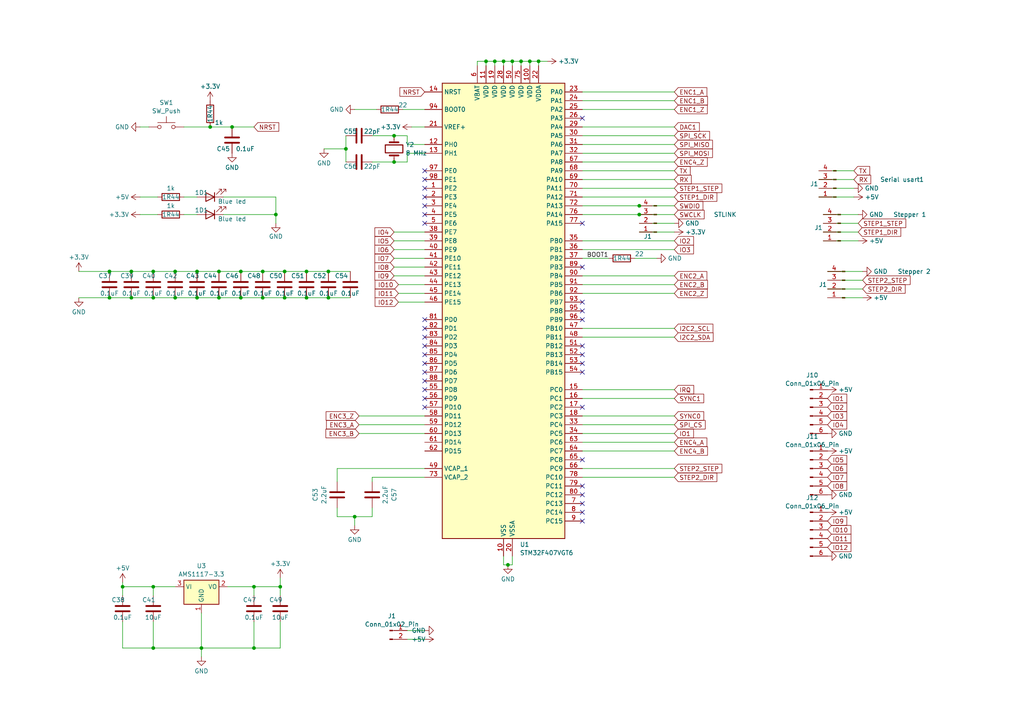
<source format=kicad_sch>
(kicad_sch (version 20230121) (generator eeschema)

  (uuid 29d1fc65-591a-4c4e-a1fd-d6076e24f303)

  (paper "A4")

  (lib_symbols
    (symbol "Connector:Conn_01x02_Pin" (pin_names (offset 1.016) hide) (in_bom yes) (on_board yes)
      (property "Reference" "J" (at 0 2.54 0)
        (effects (font (size 1.27 1.27)))
      )
      (property "Value" "Conn_01x02_Pin" (at 0 -5.08 0)
        (effects (font (size 1.27 1.27)))
      )
      (property "Footprint" "" (at 0 0 0)
        (effects (font (size 1.27 1.27)) hide)
      )
      (property "Datasheet" "~" (at 0 0 0)
        (effects (font (size 1.27 1.27)) hide)
      )
      (property "ki_locked" "" (at 0 0 0)
        (effects (font (size 1.27 1.27)))
      )
      (property "ki_keywords" "connector" (at 0 0 0)
        (effects (font (size 1.27 1.27)) hide)
      )
      (property "ki_description" "Generic connector, single row, 01x02, script generated" (at 0 0 0)
        (effects (font (size 1.27 1.27)) hide)
      )
      (property "ki_fp_filters" "Connector*:*_1x??_*" (at 0 0 0)
        (effects (font (size 1.27 1.27)) hide)
      )
      (symbol "Conn_01x02_Pin_1_1"
        (polyline
          (pts
            (xy 1.27 -2.54)
            (xy 0.8636 -2.54)
          )
          (stroke (width 0.1524) (type default))
          (fill (type none))
        )
        (polyline
          (pts
            (xy 1.27 0)
            (xy 0.8636 0)
          )
          (stroke (width 0.1524) (type default))
          (fill (type none))
        )
        (rectangle (start 0.8636 -2.413) (end 0 -2.667)
          (stroke (width 0.1524) (type default))
          (fill (type outline))
        )
        (rectangle (start 0.8636 0.127) (end 0 -0.127)
          (stroke (width 0.1524) (type default))
          (fill (type outline))
        )
        (pin passive line (at 5.08 0 180) (length 3.81)
          (name "Pin_1" (effects (font (size 1.27 1.27))))
          (number "1" (effects (font (size 1.27 1.27))))
        )
        (pin passive line (at 5.08 -2.54 180) (length 3.81)
          (name "Pin_2" (effects (font (size 1.27 1.27))))
          (number "2" (effects (font (size 1.27 1.27))))
        )
      )
    )
    (symbol "Connector:Conn_01x04_Pin" (pin_names (offset 1.016) hide) (in_bom yes) (on_board yes)
      (property "Reference" "J" (at 0 5.08 0)
        (effects (font (size 1.27 1.27)))
      )
      (property "Value" "Conn_01x04_Pin" (at 0 -7.62 0)
        (effects (font (size 1.27 1.27)))
      )
      (property "Footprint" "" (at 0 0 0)
        (effects (font (size 1.27 1.27)) hide)
      )
      (property "Datasheet" "~" (at 0 0 0)
        (effects (font (size 1.27 1.27)) hide)
      )
      (property "ki_locked" "" (at 0 0 0)
        (effects (font (size 1.27 1.27)))
      )
      (property "ki_keywords" "connector" (at 0 0 0)
        (effects (font (size 1.27 1.27)) hide)
      )
      (property "ki_description" "Generic connector, single row, 01x04, script generated" (at 0 0 0)
        (effects (font (size 1.27 1.27)) hide)
      )
      (property "ki_fp_filters" "Connector*:*_1x??_*" (at 0 0 0)
        (effects (font (size 1.27 1.27)) hide)
      )
      (symbol "Conn_01x04_Pin_1_1"
        (polyline
          (pts
            (xy 1.27 -5.08)
            (xy 0.8636 -5.08)
          )
          (stroke (width 0.1524) (type default))
          (fill (type none))
        )
        (polyline
          (pts
            (xy 1.27 -2.54)
            (xy 0.8636 -2.54)
          )
          (stroke (width 0.1524) (type default))
          (fill (type none))
        )
        (polyline
          (pts
            (xy 1.27 0)
            (xy 0.8636 0)
          )
          (stroke (width 0.1524) (type default))
          (fill (type none))
        )
        (polyline
          (pts
            (xy 1.27 2.54)
            (xy 0.8636 2.54)
          )
          (stroke (width 0.1524) (type default))
          (fill (type none))
        )
        (rectangle (start 0.8636 -4.953) (end 0 -5.207)
          (stroke (width 0.1524) (type default))
          (fill (type outline))
        )
        (rectangle (start 0.8636 -2.413) (end 0 -2.667)
          (stroke (width 0.1524) (type default))
          (fill (type outline))
        )
        (rectangle (start 0.8636 0.127) (end 0 -0.127)
          (stroke (width 0.1524) (type default))
          (fill (type outline))
        )
        (rectangle (start 0.8636 2.667) (end 0 2.413)
          (stroke (width 0.1524) (type default))
          (fill (type outline))
        )
        (pin passive line (at 5.08 2.54 180) (length 3.81)
          (name "Pin_1" (effects (font (size 1.27 1.27))))
          (number "1" (effects (font (size 1.27 1.27))))
        )
        (pin passive line (at 5.08 0 180) (length 3.81)
          (name "Pin_2" (effects (font (size 1.27 1.27))))
          (number "2" (effects (font (size 1.27 1.27))))
        )
        (pin passive line (at 5.08 -2.54 180) (length 3.81)
          (name "Pin_3" (effects (font (size 1.27 1.27))))
          (number "3" (effects (font (size 1.27 1.27))))
        )
        (pin passive line (at 5.08 -5.08 180) (length 3.81)
          (name "Pin_4" (effects (font (size 1.27 1.27))))
          (number "4" (effects (font (size 1.27 1.27))))
        )
      )
    )
    (symbol "Connector:Conn_01x06_Pin" (pin_names (offset 1.016) hide) (in_bom yes) (on_board yes)
      (property "Reference" "J" (at 0 7.62 0)
        (effects (font (size 1.27 1.27)))
      )
      (property "Value" "Conn_01x06_Pin" (at 0 -10.16 0)
        (effects (font (size 1.27 1.27)))
      )
      (property "Footprint" "" (at 0 0 0)
        (effects (font (size 1.27 1.27)) hide)
      )
      (property "Datasheet" "~" (at 0 0 0)
        (effects (font (size 1.27 1.27)) hide)
      )
      (property "ki_locked" "" (at 0 0 0)
        (effects (font (size 1.27 1.27)))
      )
      (property "ki_keywords" "connector" (at 0 0 0)
        (effects (font (size 1.27 1.27)) hide)
      )
      (property "ki_description" "Generic connector, single row, 01x06, script generated" (at 0 0 0)
        (effects (font (size 1.27 1.27)) hide)
      )
      (property "ki_fp_filters" "Connector*:*_1x??_*" (at 0 0 0)
        (effects (font (size 1.27 1.27)) hide)
      )
      (symbol "Conn_01x06_Pin_1_1"
        (polyline
          (pts
            (xy 1.27 -7.62)
            (xy 0.8636 -7.62)
          )
          (stroke (width 0.1524) (type default))
          (fill (type none))
        )
        (polyline
          (pts
            (xy 1.27 -5.08)
            (xy 0.8636 -5.08)
          )
          (stroke (width 0.1524) (type default))
          (fill (type none))
        )
        (polyline
          (pts
            (xy 1.27 -2.54)
            (xy 0.8636 -2.54)
          )
          (stroke (width 0.1524) (type default))
          (fill (type none))
        )
        (polyline
          (pts
            (xy 1.27 0)
            (xy 0.8636 0)
          )
          (stroke (width 0.1524) (type default))
          (fill (type none))
        )
        (polyline
          (pts
            (xy 1.27 2.54)
            (xy 0.8636 2.54)
          )
          (stroke (width 0.1524) (type default))
          (fill (type none))
        )
        (polyline
          (pts
            (xy 1.27 5.08)
            (xy 0.8636 5.08)
          )
          (stroke (width 0.1524) (type default))
          (fill (type none))
        )
        (rectangle (start 0.8636 -7.493) (end 0 -7.747)
          (stroke (width 0.1524) (type default))
          (fill (type outline))
        )
        (rectangle (start 0.8636 -4.953) (end 0 -5.207)
          (stroke (width 0.1524) (type default))
          (fill (type outline))
        )
        (rectangle (start 0.8636 -2.413) (end 0 -2.667)
          (stroke (width 0.1524) (type default))
          (fill (type outline))
        )
        (rectangle (start 0.8636 0.127) (end 0 -0.127)
          (stroke (width 0.1524) (type default))
          (fill (type outline))
        )
        (rectangle (start 0.8636 2.667) (end 0 2.413)
          (stroke (width 0.1524) (type default))
          (fill (type outline))
        )
        (rectangle (start 0.8636 5.207) (end 0 4.953)
          (stroke (width 0.1524) (type default))
          (fill (type outline))
        )
        (pin passive line (at 5.08 5.08 180) (length 3.81)
          (name "Pin_1" (effects (font (size 1.27 1.27))))
          (number "1" (effects (font (size 1.27 1.27))))
        )
        (pin passive line (at 5.08 2.54 180) (length 3.81)
          (name "Pin_2" (effects (font (size 1.27 1.27))))
          (number "2" (effects (font (size 1.27 1.27))))
        )
        (pin passive line (at 5.08 0 180) (length 3.81)
          (name "Pin_3" (effects (font (size 1.27 1.27))))
          (number "3" (effects (font (size 1.27 1.27))))
        )
        (pin passive line (at 5.08 -2.54 180) (length 3.81)
          (name "Pin_4" (effects (font (size 1.27 1.27))))
          (number "4" (effects (font (size 1.27 1.27))))
        )
        (pin passive line (at 5.08 -5.08 180) (length 3.81)
          (name "Pin_5" (effects (font (size 1.27 1.27))))
          (number "5" (effects (font (size 1.27 1.27))))
        )
        (pin passive line (at 5.08 -7.62 180) (length 3.81)
          (name "Pin_6" (effects (font (size 1.27 1.27))))
          (number "6" (effects (font (size 1.27 1.27))))
        )
      )
    )
    (symbol "Device:C" (pin_numbers hide) (pin_names (offset 0.254)) (in_bom yes) (on_board yes)
      (property "Reference" "C" (at 0.635 2.54 0)
        (effects (font (size 1.27 1.27)) (justify left))
      )
      (property "Value" "C" (at 0.635 -2.54 0)
        (effects (font (size 1.27 1.27)) (justify left))
      )
      (property "Footprint" "" (at 0.9652 -3.81 0)
        (effects (font (size 1.27 1.27)) hide)
      )
      (property "Datasheet" "~" (at 0 0 0)
        (effects (font (size 1.27 1.27)) hide)
      )
      (property "ki_keywords" "cap capacitor" (at 0 0 0)
        (effects (font (size 1.27 1.27)) hide)
      )
      (property "ki_description" "Unpolarized capacitor" (at 0 0 0)
        (effects (font (size 1.27 1.27)) hide)
      )
      (property "ki_fp_filters" "C_*" (at 0 0 0)
        (effects (font (size 1.27 1.27)) hide)
      )
      (symbol "C_0_1"
        (polyline
          (pts
            (xy -2.032 -0.762)
            (xy 2.032 -0.762)
          )
          (stroke (width 0.508) (type default))
          (fill (type none))
        )
        (polyline
          (pts
            (xy -2.032 0.762)
            (xy 2.032 0.762)
          )
          (stroke (width 0.508) (type default))
          (fill (type none))
        )
      )
      (symbol "C_1_1"
        (pin passive line (at 0 3.81 270) (length 2.794)
          (name "~" (effects (font (size 1.27 1.27))))
          (number "1" (effects (font (size 1.27 1.27))))
        )
        (pin passive line (at 0 -3.81 90) (length 2.794)
          (name "~" (effects (font (size 1.27 1.27))))
          (number "2" (effects (font (size 1.27 1.27))))
        )
      )
    )
    (symbol "Device:Crystal" (pin_numbers hide) (pin_names (offset 1.016) hide) (in_bom yes) (on_board yes)
      (property "Reference" "Y" (at 0 3.81 0)
        (effects (font (size 1.27 1.27)))
      )
      (property "Value" "Crystal" (at 0 -3.81 0)
        (effects (font (size 1.27 1.27)))
      )
      (property "Footprint" "" (at 0 0 0)
        (effects (font (size 1.27 1.27)) hide)
      )
      (property "Datasheet" "~" (at 0 0 0)
        (effects (font (size 1.27 1.27)) hide)
      )
      (property "ki_keywords" "quartz ceramic resonator oscillator" (at 0 0 0)
        (effects (font (size 1.27 1.27)) hide)
      )
      (property "ki_description" "Two pin crystal" (at 0 0 0)
        (effects (font (size 1.27 1.27)) hide)
      )
      (property "ki_fp_filters" "Crystal*" (at 0 0 0)
        (effects (font (size 1.27 1.27)) hide)
      )
      (symbol "Crystal_0_1"
        (rectangle (start -1.143 2.54) (end 1.143 -2.54)
          (stroke (width 0.3048) (type default))
          (fill (type none))
        )
        (polyline
          (pts
            (xy -2.54 0)
            (xy -1.905 0)
          )
          (stroke (width 0) (type default))
          (fill (type none))
        )
        (polyline
          (pts
            (xy -1.905 -1.27)
            (xy -1.905 1.27)
          )
          (stroke (width 0.508) (type default))
          (fill (type none))
        )
        (polyline
          (pts
            (xy 1.905 -1.27)
            (xy 1.905 1.27)
          )
          (stroke (width 0.508) (type default))
          (fill (type none))
        )
        (polyline
          (pts
            (xy 2.54 0)
            (xy 1.905 0)
          )
          (stroke (width 0) (type default))
          (fill (type none))
        )
      )
      (symbol "Crystal_1_1"
        (pin passive line (at -3.81 0 0) (length 1.27)
          (name "1" (effects (font (size 1.27 1.27))))
          (number "1" (effects (font (size 1.27 1.27))))
        )
        (pin passive line (at 3.81 0 180) (length 1.27)
          (name "2" (effects (font (size 1.27 1.27))))
          (number "2" (effects (font (size 1.27 1.27))))
        )
      )
    )
    (symbol "Device:LED" (pin_numbers hide) (pin_names (offset 1.016) hide) (in_bom yes) (on_board yes)
      (property "Reference" "D" (at 0 2.54 0)
        (effects (font (size 1.27 1.27)))
      )
      (property "Value" "LED" (at 0 -2.54 0)
        (effects (font (size 1.27 1.27)))
      )
      (property "Footprint" "" (at 0 0 0)
        (effects (font (size 1.27 1.27)) hide)
      )
      (property "Datasheet" "~" (at 0 0 0)
        (effects (font (size 1.27 1.27)) hide)
      )
      (property "ki_keywords" "LED diode" (at 0 0 0)
        (effects (font (size 1.27 1.27)) hide)
      )
      (property "ki_description" "Light emitting diode" (at 0 0 0)
        (effects (font (size 1.27 1.27)) hide)
      )
      (property "ki_fp_filters" "LED* LED_SMD:* LED_THT:*" (at 0 0 0)
        (effects (font (size 1.27 1.27)) hide)
      )
      (symbol "LED_0_1"
        (polyline
          (pts
            (xy -1.27 -1.27)
            (xy -1.27 1.27)
          )
          (stroke (width 0.254) (type default))
          (fill (type none))
        )
        (polyline
          (pts
            (xy -1.27 0)
            (xy 1.27 0)
          )
          (stroke (width 0) (type default))
          (fill (type none))
        )
        (polyline
          (pts
            (xy 1.27 -1.27)
            (xy 1.27 1.27)
            (xy -1.27 0)
            (xy 1.27 -1.27)
          )
          (stroke (width 0.254) (type default))
          (fill (type none))
        )
        (polyline
          (pts
            (xy -3.048 -0.762)
            (xy -4.572 -2.286)
            (xy -3.81 -2.286)
            (xy -4.572 -2.286)
            (xy -4.572 -1.524)
          )
          (stroke (width 0) (type default))
          (fill (type none))
        )
        (polyline
          (pts
            (xy -1.778 -0.762)
            (xy -3.302 -2.286)
            (xy -2.54 -2.286)
            (xy -3.302 -2.286)
            (xy -3.302 -1.524)
          )
          (stroke (width 0) (type default))
          (fill (type none))
        )
      )
      (symbol "LED_1_1"
        (pin passive line (at -3.81 0 0) (length 2.54)
          (name "K" (effects (font (size 1.27 1.27))))
          (number "1" (effects (font (size 1.27 1.27))))
        )
        (pin passive line (at 3.81 0 180) (length 2.54)
          (name "A" (effects (font (size 1.27 1.27))))
          (number "2" (effects (font (size 1.27 1.27))))
        )
      )
    )
    (symbol "Device:R" (pin_numbers hide) (pin_names (offset 0)) (in_bom yes) (on_board yes)
      (property "Reference" "R" (at 2.032 0 90)
        (effects (font (size 1.27 1.27)))
      )
      (property "Value" "R" (at 0 0 90)
        (effects (font (size 1.27 1.27)))
      )
      (property "Footprint" "" (at -1.778 0 90)
        (effects (font (size 1.27 1.27)) hide)
      )
      (property "Datasheet" "~" (at 0 0 0)
        (effects (font (size 1.27 1.27)) hide)
      )
      (property "ki_keywords" "R res resistor" (at 0 0 0)
        (effects (font (size 1.27 1.27)) hide)
      )
      (property "ki_description" "Resistor" (at 0 0 0)
        (effects (font (size 1.27 1.27)) hide)
      )
      (property "ki_fp_filters" "R_*" (at 0 0 0)
        (effects (font (size 1.27 1.27)) hide)
      )
      (symbol "R_0_1"
        (rectangle (start -1.016 -2.54) (end 1.016 2.54)
          (stroke (width 0.254) (type default))
          (fill (type none))
        )
      )
      (symbol "R_1_1"
        (pin passive line (at 0 3.81 270) (length 1.27)
          (name "~" (effects (font (size 1.27 1.27))))
          (number "1" (effects (font (size 1.27 1.27))))
        )
        (pin passive line (at 0 -3.81 90) (length 1.27)
          (name "~" (effects (font (size 1.27 1.27))))
          (number "2" (effects (font (size 1.27 1.27))))
        )
      )
    )
    (symbol "MCU_ST_STM32F4:STM32F407VGTx" (in_bom yes) (on_board yes)
      (property "Reference" "U" (at -17.78 67.31 0)
        (effects (font (size 1.27 1.27)) (justify left))
      )
      (property "Value" "STM32F407VGTx" (at 12.7 67.31 0)
        (effects (font (size 1.27 1.27)) (justify left))
      )
      (property "Footprint" "Package_QFP:LQFP-100_14x14mm_P0.5mm" (at -17.78 -66.04 0)
        (effects (font (size 1.27 1.27)) (justify right) hide)
      )
      (property "Datasheet" "https://www.st.com/resource/en/datasheet/stm32f407vg.pdf" (at 0 0 0)
        (effects (font (size 1.27 1.27)) hide)
      )
      (property "ki_locked" "" (at 0 0 0)
        (effects (font (size 1.27 1.27)))
      )
      (property "ki_keywords" "Arm Cortex-M4 STM32F4 STM32F407/417" (at 0 0 0)
        (effects (font (size 1.27 1.27)) hide)
      )
      (property "ki_description" "STMicroelectronics Arm Cortex-M4 MCU, 1024KB flash, 192KB RAM, 168 MHz, 1.8-3.6V, 82 GPIO, LQFP100" (at 0 0 0)
        (effects (font (size 1.27 1.27)) hide)
      )
      (property "ki_fp_filters" "LQFP*14x14mm*P0.5mm*" (at 0 0 0)
        (effects (font (size 1.27 1.27)) hide)
      )
      (symbol "STM32F407VGTx_0_1"
        (rectangle (start -17.78 -66.04) (end 17.78 66.04)
          (stroke (width 0.254) (type default))
          (fill (type background))
        )
      )
      (symbol "STM32F407VGTx_1_1"
        (pin bidirectional line (at -22.86 35.56 0) (length 5.08)
          (name "PE2" (effects (font (size 1.27 1.27))))
          (number "1" (effects (font (size 1.27 1.27))))
          (alternate "ETH_TXD3" bidirectional line)
          (alternate "FSMC_A23" bidirectional line)
          (alternate "SYS_TRACECLK" bidirectional line)
        )
        (pin power_in line (at 0 -71.12 90) (length 5.08)
          (name "VSS" (effects (font (size 1.27 1.27))))
          (number "10" (effects (font (size 1.27 1.27))))
        )
        (pin power_in line (at 7.62 71.12 270) (length 5.08)
          (name "VDD" (effects (font (size 1.27 1.27))))
          (number "100" (effects (font (size 1.27 1.27))))
        )
        (pin power_in line (at -5.08 71.12 270) (length 5.08)
          (name "VDD" (effects (font (size 1.27 1.27))))
          (number "11" (effects (font (size 1.27 1.27))))
        )
        (pin bidirectional line (at -22.86 48.26 0) (length 5.08)
          (name "PH0" (effects (font (size 1.27 1.27))))
          (number "12" (effects (font (size 1.27 1.27))))
          (alternate "RCC_OSC_IN" bidirectional line)
        )
        (pin bidirectional line (at -22.86 45.72 0) (length 5.08)
          (name "PH1" (effects (font (size 1.27 1.27))))
          (number "13" (effects (font (size 1.27 1.27))))
          (alternate "RCC_OSC_OUT" bidirectional line)
        )
        (pin input line (at -22.86 63.5 0) (length 5.08)
          (name "NRST" (effects (font (size 1.27 1.27))))
          (number "14" (effects (font (size 1.27 1.27))))
        )
        (pin bidirectional line (at 22.86 -22.86 180) (length 5.08)
          (name "PC0" (effects (font (size 1.27 1.27))))
          (number "15" (effects (font (size 1.27 1.27))))
          (alternate "ADC1_IN10" bidirectional line)
          (alternate "ADC2_IN10" bidirectional line)
          (alternate "ADC3_IN10" bidirectional line)
          (alternate "USB_OTG_HS_ULPI_STP" bidirectional line)
        )
        (pin bidirectional line (at 22.86 -25.4 180) (length 5.08)
          (name "PC1" (effects (font (size 1.27 1.27))))
          (number "16" (effects (font (size 1.27 1.27))))
          (alternate "ADC1_IN11" bidirectional line)
          (alternate "ADC2_IN11" bidirectional line)
          (alternate "ADC3_IN11" bidirectional line)
          (alternate "ETH_MDC" bidirectional line)
        )
        (pin bidirectional line (at 22.86 -27.94 180) (length 5.08)
          (name "PC2" (effects (font (size 1.27 1.27))))
          (number "17" (effects (font (size 1.27 1.27))))
          (alternate "ADC1_IN12" bidirectional line)
          (alternate "ADC2_IN12" bidirectional line)
          (alternate "ADC3_IN12" bidirectional line)
          (alternate "ETH_TXD2" bidirectional line)
          (alternate "I2S2_ext_SD" bidirectional line)
          (alternate "SPI2_MISO" bidirectional line)
          (alternate "USB_OTG_HS_ULPI_DIR" bidirectional line)
        )
        (pin bidirectional line (at 22.86 -30.48 180) (length 5.08)
          (name "PC3" (effects (font (size 1.27 1.27))))
          (number "18" (effects (font (size 1.27 1.27))))
          (alternate "ADC1_IN13" bidirectional line)
          (alternate "ADC2_IN13" bidirectional line)
          (alternate "ADC3_IN13" bidirectional line)
          (alternate "ETH_TX_CLK" bidirectional line)
          (alternate "I2S2_SD" bidirectional line)
          (alternate "SPI2_MOSI" bidirectional line)
          (alternate "USB_OTG_HS_ULPI_NXT" bidirectional line)
        )
        (pin power_in line (at -2.54 71.12 270) (length 5.08)
          (name "VDD" (effects (font (size 1.27 1.27))))
          (number "19" (effects (font (size 1.27 1.27))))
        )
        (pin bidirectional line (at -22.86 33.02 0) (length 5.08)
          (name "PE3" (effects (font (size 1.27 1.27))))
          (number "2" (effects (font (size 1.27 1.27))))
          (alternate "FSMC_A19" bidirectional line)
          (alternate "SYS_TRACED0" bidirectional line)
        )
        (pin power_in line (at 2.54 -71.12 90) (length 5.08)
          (name "VSSA" (effects (font (size 1.27 1.27))))
          (number "20" (effects (font (size 1.27 1.27))))
        )
        (pin input line (at -22.86 53.34 0) (length 5.08)
          (name "VREF+" (effects (font (size 1.27 1.27))))
          (number "21" (effects (font (size 1.27 1.27))))
        )
        (pin power_in line (at 10.16 71.12 270) (length 5.08)
          (name "VDDA" (effects (font (size 1.27 1.27))))
          (number "22" (effects (font (size 1.27 1.27))))
        )
        (pin bidirectional line (at 22.86 63.5 180) (length 5.08)
          (name "PA0" (effects (font (size 1.27 1.27))))
          (number "23" (effects (font (size 1.27 1.27))))
          (alternate "ADC1_IN0" bidirectional line)
          (alternate "ADC2_IN0" bidirectional line)
          (alternate "ADC3_IN0" bidirectional line)
          (alternate "ETH_CRS" bidirectional line)
          (alternate "SYS_WKUP" bidirectional line)
          (alternate "TIM2_CH1" bidirectional line)
          (alternate "TIM2_ETR" bidirectional line)
          (alternate "TIM5_CH1" bidirectional line)
          (alternate "TIM8_ETR" bidirectional line)
          (alternate "UART4_TX" bidirectional line)
          (alternate "USART2_CTS" bidirectional line)
        )
        (pin bidirectional line (at 22.86 60.96 180) (length 5.08)
          (name "PA1" (effects (font (size 1.27 1.27))))
          (number "24" (effects (font (size 1.27 1.27))))
          (alternate "ADC1_IN1" bidirectional line)
          (alternate "ADC2_IN1" bidirectional line)
          (alternate "ADC3_IN1" bidirectional line)
          (alternate "ETH_REF_CLK" bidirectional line)
          (alternate "ETH_RX_CLK" bidirectional line)
          (alternate "TIM2_CH2" bidirectional line)
          (alternate "TIM5_CH2" bidirectional line)
          (alternate "UART4_RX" bidirectional line)
          (alternate "USART2_RTS" bidirectional line)
        )
        (pin bidirectional line (at 22.86 58.42 180) (length 5.08)
          (name "PA2" (effects (font (size 1.27 1.27))))
          (number "25" (effects (font (size 1.27 1.27))))
          (alternate "ADC1_IN2" bidirectional line)
          (alternate "ADC2_IN2" bidirectional line)
          (alternate "ADC3_IN2" bidirectional line)
          (alternate "ETH_MDIO" bidirectional line)
          (alternate "TIM2_CH3" bidirectional line)
          (alternate "TIM5_CH3" bidirectional line)
          (alternate "TIM9_CH1" bidirectional line)
          (alternate "USART2_TX" bidirectional line)
        )
        (pin bidirectional line (at 22.86 55.88 180) (length 5.08)
          (name "PA3" (effects (font (size 1.27 1.27))))
          (number "26" (effects (font (size 1.27 1.27))))
          (alternate "ADC1_IN3" bidirectional line)
          (alternate "ADC2_IN3" bidirectional line)
          (alternate "ADC3_IN3" bidirectional line)
          (alternate "ETH_COL" bidirectional line)
          (alternate "TIM2_CH4" bidirectional line)
          (alternate "TIM5_CH4" bidirectional line)
          (alternate "TIM9_CH2" bidirectional line)
          (alternate "USART2_RX" bidirectional line)
          (alternate "USB_OTG_HS_ULPI_D0" bidirectional line)
        )
        (pin passive line (at 0 -71.12 90) (length 5.08) hide
          (name "VSS" (effects (font (size 1.27 1.27))))
          (number "27" (effects (font (size 1.27 1.27))))
        )
        (pin power_in line (at 0 71.12 270) (length 5.08)
          (name "VDD" (effects (font (size 1.27 1.27))))
          (number "28" (effects (font (size 1.27 1.27))))
        )
        (pin bidirectional line (at 22.86 53.34 180) (length 5.08)
          (name "PA4" (effects (font (size 1.27 1.27))))
          (number "29" (effects (font (size 1.27 1.27))))
          (alternate "ADC1_IN4" bidirectional line)
          (alternate "ADC2_IN4" bidirectional line)
          (alternate "DAC_OUT1" bidirectional line)
          (alternate "DCMI_HSYNC" bidirectional line)
          (alternate "I2S3_WS" bidirectional line)
          (alternate "SPI1_NSS" bidirectional line)
          (alternate "SPI3_NSS" bidirectional line)
          (alternate "USART2_CK" bidirectional line)
          (alternate "USB_OTG_HS_SOF" bidirectional line)
        )
        (pin bidirectional line (at -22.86 30.48 0) (length 5.08)
          (name "PE4" (effects (font (size 1.27 1.27))))
          (number "3" (effects (font (size 1.27 1.27))))
          (alternate "DCMI_D4" bidirectional line)
          (alternate "FSMC_A20" bidirectional line)
          (alternate "SYS_TRACED1" bidirectional line)
        )
        (pin bidirectional line (at 22.86 50.8 180) (length 5.08)
          (name "PA5" (effects (font (size 1.27 1.27))))
          (number "30" (effects (font (size 1.27 1.27))))
          (alternate "ADC1_IN5" bidirectional line)
          (alternate "ADC2_IN5" bidirectional line)
          (alternate "DAC_OUT2" bidirectional line)
          (alternate "SPI1_SCK" bidirectional line)
          (alternate "TIM2_CH1" bidirectional line)
          (alternate "TIM2_ETR" bidirectional line)
          (alternate "TIM8_CH1N" bidirectional line)
          (alternate "USB_OTG_HS_ULPI_CK" bidirectional line)
        )
        (pin bidirectional line (at 22.86 48.26 180) (length 5.08)
          (name "PA6" (effects (font (size 1.27 1.27))))
          (number "31" (effects (font (size 1.27 1.27))))
          (alternate "ADC1_IN6" bidirectional line)
          (alternate "ADC2_IN6" bidirectional line)
          (alternate "DCMI_PIXCLK" bidirectional line)
          (alternate "SPI1_MISO" bidirectional line)
          (alternate "TIM13_CH1" bidirectional line)
          (alternate "TIM1_BKIN" bidirectional line)
          (alternate "TIM3_CH1" bidirectional line)
          (alternate "TIM8_BKIN" bidirectional line)
        )
        (pin bidirectional line (at 22.86 45.72 180) (length 5.08)
          (name "PA7" (effects (font (size 1.27 1.27))))
          (number "32" (effects (font (size 1.27 1.27))))
          (alternate "ADC1_IN7" bidirectional line)
          (alternate "ADC2_IN7" bidirectional line)
          (alternate "ETH_CRS_DV" bidirectional line)
          (alternate "ETH_RX_DV" bidirectional line)
          (alternate "SPI1_MOSI" bidirectional line)
          (alternate "TIM14_CH1" bidirectional line)
          (alternate "TIM1_CH1N" bidirectional line)
          (alternate "TIM3_CH2" bidirectional line)
          (alternate "TIM8_CH1N" bidirectional line)
        )
        (pin bidirectional line (at 22.86 -33.02 180) (length 5.08)
          (name "PC4" (effects (font (size 1.27 1.27))))
          (number "33" (effects (font (size 1.27 1.27))))
          (alternate "ADC1_IN14" bidirectional line)
          (alternate "ADC2_IN14" bidirectional line)
          (alternate "ETH_RXD0" bidirectional line)
        )
        (pin bidirectional line (at 22.86 -35.56 180) (length 5.08)
          (name "PC5" (effects (font (size 1.27 1.27))))
          (number "34" (effects (font (size 1.27 1.27))))
          (alternate "ADC1_IN15" bidirectional line)
          (alternate "ADC2_IN15" bidirectional line)
          (alternate "ETH_RXD1" bidirectional line)
        )
        (pin bidirectional line (at 22.86 20.32 180) (length 5.08)
          (name "PB0" (effects (font (size 1.27 1.27))))
          (number "35" (effects (font (size 1.27 1.27))))
          (alternate "ADC1_IN8" bidirectional line)
          (alternate "ADC2_IN8" bidirectional line)
          (alternate "ETH_RXD2" bidirectional line)
          (alternate "TIM1_CH2N" bidirectional line)
          (alternate "TIM3_CH3" bidirectional line)
          (alternate "TIM8_CH2N" bidirectional line)
          (alternate "USB_OTG_HS_ULPI_D1" bidirectional line)
        )
        (pin bidirectional line (at 22.86 17.78 180) (length 5.08)
          (name "PB1" (effects (font (size 1.27 1.27))))
          (number "36" (effects (font (size 1.27 1.27))))
          (alternate "ADC1_IN9" bidirectional line)
          (alternate "ADC2_IN9" bidirectional line)
          (alternate "ETH_RXD3" bidirectional line)
          (alternate "TIM1_CH3N" bidirectional line)
          (alternate "TIM3_CH4" bidirectional line)
          (alternate "TIM8_CH3N" bidirectional line)
          (alternate "USB_OTG_HS_ULPI_D2" bidirectional line)
        )
        (pin bidirectional line (at 22.86 15.24 180) (length 5.08)
          (name "PB2" (effects (font (size 1.27 1.27))))
          (number "37" (effects (font (size 1.27 1.27))))
        )
        (pin bidirectional line (at -22.86 22.86 0) (length 5.08)
          (name "PE7" (effects (font (size 1.27 1.27))))
          (number "38" (effects (font (size 1.27 1.27))))
          (alternate "FSMC_D4" bidirectional line)
          (alternate "FSMC_DA4" bidirectional line)
          (alternate "TIM1_ETR" bidirectional line)
        )
        (pin bidirectional line (at -22.86 20.32 0) (length 5.08)
          (name "PE8" (effects (font (size 1.27 1.27))))
          (number "39" (effects (font (size 1.27 1.27))))
          (alternate "FSMC_D5" bidirectional line)
          (alternate "FSMC_DA5" bidirectional line)
          (alternate "TIM1_CH1N" bidirectional line)
        )
        (pin bidirectional line (at -22.86 27.94 0) (length 5.08)
          (name "PE5" (effects (font (size 1.27 1.27))))
          (number "4" (effects (font (size 1.27 1.27))))
          (alternate "DCMI_D6" bidirectional line)
          (alternate "FSMC_A21" bidirectional line)
          (alternate "SYS_TRACED2" bidirectional line)
          (alternate "TIM9_CH1" bidirectional line)
        )
        (pin bidirectional line (at -22.86 17.78 0) (length 5.08)
          (name "PE9" (effects (font (size 1.27 1.27))))
          (number "40" (effects (font (size 1.27 1.27))))
          (alternate "DAC_EXTI9" bidirectional line)
          (alternate "FSMC_D6" bidirectional line)
          (alternate "FSMC_DA6" bidirectional line)
          (alternate "TIM1_CH1" bidirectional line)
        )
        (pin bidirectional line (at -22.86 15.24 0) (length 5.08)
          (name "PE10" (effects (font (size 1.27 1.27))))
          (number "41" (effects (font (size 1.27 1.27))))
          (alternate "FSMC_D7" bidirectional line)
          (alternate "FSMC_DA7" bidirectional line)
          (alternate "TIM1_CH2N" bidirectional line)
        )
        (pin bidirectional line (at -22.86 12.7 0) (length 5.08)
          (name "PE11" (effects (font (size 1.27 1.27))))
          (number "42" (effects (font (size 1.27 1.27))))
          (alternate "ADC1_EXTI11" bidirectional line)
          (alternate "ADC2_EXTI11" bidirectional line)
          (alternate "ADC3_EXTI11" bidirectional line)
          (alternate "FSMC_D8" bidirectional line)
          (alternate "FSMC_DA8" bidirectional line)
          (alternate "TIM1_CH2" bidirectional line)
        )
        (pin bidirectional line (at -22.86 10.16 0) (length 5.08)
          (name "PE12" (effects (font (size 1.27 1.27))))
          (number "43" (effects (font (size 1.27 1.27))))
          (alternate "FSMC_D9" bidirectional line)
          (alternate "FSMC_DA9" bidirectional line)
          (alternate "TIM1_CH3N" bidirectional line)
        )
        (pin bidirectional line (at -22.86 7.62 0) (length 5.08)
          (name "PE13" (effects (font (size 1.27 1.27))))
          (number "44" (effects (font (size 1.27 1.27))))
          (alternate "FSMC_D10" bidirectional line)
          (alternate "FSMC_DA10" bidirectional line)
          (alternate "TIM1_CH3" bidirectional line)
        )
        (pin bidirectional line (at -22.86 5.08 0) (length 5.08)
          (name "PE14" (effects (font (size 1.27 1.27))))
          (number "45" (effects (font (size 1.27 1.27))))
          (alternate "FSMC_D11" bidirectional line)
          (alternate "FSMC_DA11" bidirectional line)
          (alternate "TIM1_CH4" bidirectional line)
        )
        (pin bidirectional line (at -22.86 2.54 0) (length 5.08)
          (name "PE15" (effects (font (size 1.27 1.27))))
          (number "46" (effects (font (size 1.27 1.27))))
          (alternate "ADC1_EXTI15" bidirectional line)
          (alternate "ADC2_EXTI15" bidirectional line)
          (alternate "ADC3_EXTI15" bidirectional line)
          (alternate "FSMC_D12" bidirectional line)
          (alternate "FSMC_DA12" bidirectional line)
          (alternate "TIM1_BKIN" bidirectional line)
        )
        (pin bidirectional line (at 22.86 -5.08 180) (length 5.08)
          (name "PB10" (effects (font (size 1.27 1.27))))
          (number "47" (effects (font (size 1.27 1.27))))
          (alternate "ETH_RX_ER" bidirectional line)
          (alternate "I2C2_SCL" bidirectional line)
          (alternate "I2S2_CK" bidirectional line)
          (alternate "SPI2_SCK" bidirectional line)
          (alternate "TIM2_CH3" bidirectional line)
          (alternate "USART3_TX" bidirectional line)
          (alternate "USB_OTG_HS_ULPI_D3" bidirectional line)
        )
        (pin bidirectional line (at 22.86 -7.62 180) (length 5.08)
          (name "PB11" (effects (font (size 1.27 1.27))))
          (number "48" (effects (font (size 1.27 1.27))))
          (alternate "ADC1_EXTI11" bidirectional line)
          (alternate "ADC2_EXTI11" bidirectional line)
          (alternate "ADC3_EXTI11" bidirectional line)
          (alternate "ETH_TX_EN" bidirectional line)
          (alternate "I2C2_SDA" bidirectional line)
          (alternate "TIM2_CH4" bidirectional line)
          (alternate "USART3_RX" bidirectional line)
          (alternate "USB_OTG_HS_ULPI_D4" bidirectional line)
        )
        (pin power_out line (at -22.86 -45.72 0) (length 5.08)
          (name "VCAP_1" (effects (font (size 1.27 1.27))))
          (number "49" (effects (font (size 1.27 1.27))))
        )
        (pin bidirectional line (at -22.86 25.4 0) (length 5.08)
          (name "PE6" (effects (font (size 1.27 1.27))))
          (number "5" (effects (font (size 1.27 1.27))))
          (alternate "DCMI_D7" bidirectional line)
          (alternate "FSMC_A22" bidirectional line)
          (alternate "SYS_TRACED3" bidirectional line)
          (alternate "TIM9_CH2" bidirectional line)
        )
        (pin power_in line (at 2.54 71.12 270) (length 5.08)
          (name "VDD" (effects (font (size 1.27 1.27))))
          (number "50" (effects (font (size 1.27 1.27))))
        )
        (pin bidirectional line (at 22.86 -10.16 180) (length 5.08)
          (name "PB12" (effects (font (size 1.27 1.27))))
          (number "51" (effects (font (size 1.27 1.27))))
          (alternate "CAN2_RX" bidirectional line)
          (alternate "ETH_TXD0" bidirectional line)
          (alternate "I2C2_SMBA" bidirectional line)
          (alternate "I2S2_WS" bidirectional line)
          (alternate "SPI2_NSS" bidirectional line)
          (alternate "TIM1_BKIN" bidirectional line)
          (alternate "USART3_CK" bidirectional line)
          (alternate "USB_OTG_HS_ID" bidirectional line)
          (alternate "USB_OTG_HS_ULPI_D5" bidirectional line)
        )
        (pin bidirectional line (at 22.86 -12.7 180) (length 5.08)
          (name "PB13" (effects (font (size 1.27 1.27))))
          (number "52" (effects (font (size 1.27 1.27))))
          (alternate "CAN2_TX" bidirectional line)
          (alternate "ETH_TXD1" bidirectional line)
          (alternate "I2S2_CK" bidirectional line)
          (alternate "SPI2_SCK" bidirectional line)
          (alternate "TIM1_CH1N" bidirectional line)
          (alternate "USART3_CTS" bidirectional line)
          (alternate "USB_OTG_HS_ULPI_D6" bidirectional line)
          (alternate "USB_OTG_HS_VBUS" bidirectional line)
        )
        (pin bidirectional line (at 22.86 -15.24 180) (length 5.08)
          (name "PB14" (effects (font (size 1.27 1.27))))
          (number "53" (effects (font (size 1.27 1.27))))
          (alternate "I2S2_ext_SD" bidirectional line)
          (alternate "SPI2_MISO" bidirectional line)
          (alternate "TIM12_CH1" bidirectional line)
          (alternate "TIM1_CH2N" bidirectional line)
          (alternate "TIM8_CH2N" bidirectional line)
          (alternate "USART3_RTS" bidirectional line)
          (alternate "USB_OTG_HS_DM" bidirectional line)
        )
        (pin bidirectional line (at 22.86 -17.78 180) (length 5.08)
          (name "PB15" (effects (font (size 1.27 1.27))))
          (number "54" (effects (font (size 1.27 1.27))))
          (alternate "ADC1_EXTI15" bidirectional line)
          (alternate "ADC2_EXTI15" bidirectional line)
          (alternate "ADC3_EXTI15" bidirectional line)
          (alternate "I2S2_SD" bidirectional line)
          (alternate "RTC_REFIN" bidirectional line)
          (alternate "SPI2_MOSI" bidirectional line)
          (alternate "TIM12_CH2" bidirectional line)
          (alternate "TIM1_CH3N" bidirectional line)
          (alternate "TIM8_CH3N" bidirectional line)
          (alternate "USB_OTG_HS_DP" bidirectional line)
        )
        (pin bidirectional line (at -22.86 -22.86 0) (length 5.08)
          (name "PD8" (effects (font (size 1.27 1.27))))
          (number "55" (effects (font (size 1.27 1.27))))
          (alternate "FSMC_D13" bidirectional line)
          (alternate "FSMC_DA13" bidirectional line)
          (alternate "USART3_TX" bidirectional line)
        )
        (pin bidirectional line (at -22.86 -25.4 0) (length 5.08)
          (name "PD9" (effects (font (size 1.27 1.27))))
          (number "56" (effects (font (size 1.27 1.27))))
          (alternate "DAC_EXTI9" bidirectional line)
          (alternate "FSMC_D14" bidirectional line)
          (alternate "FSMC_DA14" bidirectional line)
          (alternate "USART3_RX" bidirectional line)
        )
        (pin bidirectional line (at -22.86 -27.94 0) (length 5.08)
          (name "PD10" (effects (font (size 1.27 1.27))))
          (number "57" (effects (font (size 1.27 1.27))))
          (alternate "FSMC_D15" bidirectional line)
          (alternate "FSMC_DA15" bidirectional line)
          (alternate "USART3_CK" bidirectional line)
        )
        (pin bidirectional line (at -22.86 -30.48 0) (length 5.08)
          (name "PD11" (effects (font (size 1.27 1.27))))
          (number "58" (effects (font (size 1.27 1.27))))
          (alternate "ADC1_EXTI11" bidirectional line)
          (alternate "ADC2_EXTI11" bidirectional line)
          (alternate "ADC3_EXTI11" bidirectional line)
          (alternate "FSMC_A16" bidirectional line)
          (alternate "FSMC_CLE" bidirectional line)
          (alternate "USART3_CTS" bidirectional line)
        )
        (pin bidirectional line (at -22.86 -33.02 0) (length 5.08)
          (name "PD12" (effects (font (size 1.27 1.27))))
          (number "59" (effects (font (size 1.27 1.27))))
          (alternate "FSMC_A17" bidirectional line)
          (alternate "FSMC_ALE" bidirectional line)
          (alternate "TIM4_CH1" bidirectional line)
          (alternate "USART3_RTS" bidirectional line)
        )
        (pin power_in line (at -7.62 71.12 270) (length 5.08)
          (name "VBAT" (effects (font (size 1.27 1.27))))
          (number "6" (effects (font (size 1.27 1.27))))
        )
        (pin bidirectional line (at -22.86 -35.56 0) (length 5.08)
          (name "PD13" (effects (font (size 1.27 1.27))))
          (number "60" (effects (font (size 1.27 1.27))))
          (alternate "FSMC_A18" bidirectional line)
          (alternate "TIM4_CH2" bidirectional line)
        )
        (pin bidirectional line (at -22.86 -38.1 0) (length 5.08)
          (name "PD14" (effects (font (size 1.27 1.27))))
          (number "61" (effects (font (size 1.27 1.27))))
          (alternate "FSMC_D0" bidirectional line)
          (alternate "FSMC_DA0" bidirectional line)
          (alternate "TIM4_CH3" bidirectional line)
        )
        (pin bidirectional line (at -22.86 -40.64 0) (length 5.08)
          (name "PD15" (effects (font (size 1.27 1.27))))
          (number "62" (effects (font (size 1.27 1.27))))
          (alternate "ADC1_EXTI15" bidirectional line)
          (alternate "ADC2_EXTI15" bidirectional line)
          (alternate "ADC3_EXTI15" bidirectional line)
          (alternate "FSMC_D1" bidirectional line)
          (alternate "FSMC_DA1" bidirectional line)
          (alternate "TIM4_CH4" bidirectional line)
        )
        (pin bidirectional line (at 22.86 -38.1 180) (length 5.08)
          (name "PC6" (effects (font (size 1.27 1.27))))
          (number "63" (effects (font (size 1.27 1.27))))
          (alternate "DCMI_D0" bidirectional line)
          (alternate "I2S2_MCK" bidirectional line)
          (alternate "SDIO_D6" bidirectional line)
          (alternate "TIM3_CH1" bidirectional line)
          (alternate "TIM8_CH1" bidirectional line)
          (alternate "USART6_TX" bidirectional line)
        )
        (pin bidirectional line (at 22.86 -40.64 180) (length 5.08)
          (name "PC7" (effects (font (size 1.27 1.27))))
          (number "64" (effects (font (size 1.27 1.27))))
          (alternate "DCMI_D1" bidirectional line)
          (alternate "I2S3_MCK" bidirectional line)
          (alternate "SDIO_D7" bidirectional line)
          (alternate "TIM3_CH2" bidirectional line)
          (alternate "TIM8_CH2" bidirectional line)
          (alternate "USART6_RX" bidirectional line)
        )
        (pin bidirectional line (at 22.86 -43.18 180) (length 5.08)
          (name "PC8" (effects (font (size 1.27 1.27))))
          (number "65" (effects (font (size 1.27 1.27))))
          (alternate "DCMI_D2" bidirectional line)
          (alternate "SDIO_D0" bidirectional line)
          (alternate "TIM3_CH3" bidirectional line)
          (alternate "TIM8_CH3" bidirectional line)
          (alternate "USART6_CK" bidirectional line)
        )
        (pin bidirectional line (at 22.86 -45.72 180) (length 5.08)
          (name "PC9" (effects (font (size 1.27 1.27))))
          (number "66" (effects (font (size 1.27 1.27))))
          (alternate "DAC_EXTI9" bidirectional line)
          (alternate "DCMI_D3" bidirectional line)
          (alternate "I2C3_SDA" bidirectional line)
          (alternate "I2S_CKIN" bidirectional line)
          (alternate "RCC_MCO_2" bidirectional line)
          (alternate "SDIO_D1" bidirectional line)
          (alternate "TIM3_CH4" bidirectional line)
          (alternate "TIM8_CH4" bidirectional line)
        )
        (pin bidirectional line (at 22.86 43.18 180) (length 5.08)
          (name "PA8" (effects (font (size 1.27 1.27))))
          (number "67" (effects (font (size 1.27 1.27))))
          (alternate "I2C3_SCL" bidirectional line)
          (alternate "RCC_MCO_1" bidirectional line)
          (alternate "TIM1_CH1" bidirectional line)
          (alternate "USART1_CK" bidirectional line)
          (alternate "USB_OTG_FS_SOF" bidirectional line)
        )
        (pin bidirectional line (at 22.86 40.64 180) (length 5.08)
          (name "PA9" (effects (font (size 1.27 1.27))))
          (number "68" (effects (font (size 1.27 1.27))))
          (alternate "DAC_EXTI9" bidirectional line)
          (alternate "DCMI_D0" bidirectional line)
          (alternate "I2C3_SMBA" bidirectional line)
          (alternate "TIM1_CH2" bidirectional line)
          (alternate "USART1_TX" bidirectional line)
          (alternate "USB_OTG_FS_VBUS" bidirectional line)
        )
        (pin bidirectional line (at 22.86 38.1 180) (length 5.08)
          (name "PA10" (effects (font (size 1.27 1.27))))
          (number "69" (effects (font (size 1.27 1.27))))
          (alternate "DCMI_D1" bidirectional line)
          (alternate "TIM1_CH3" bidirectional line)
          (alternate "USART1_RX" bidirectional line)
          (alternate "USB_OTG_FS_ID" bidirectional line)
        )
        (pin bidirectional line (at 22.86 -55.88 180) (length 5.08)
          (name "PC13" (effects (font (size 1.27 1.27))))
          (number "7" (effects (font (size 1.27 1.27))))
          (alternate "RTC_AF1" bidirectional line)
        )
        (pin bidirectional line (at 22.86 35.56 180) (length 5.08)
          (name "PA11" (effects (font (size 1.27 1.27))))
          (number "70" (effects (font (size 1.27 1.27))))
          (alternate "ADC1_EXTI11" bidirectional line)
          (alternate "ADC2_EXTI11" bidirectional line)
          (alternate "ADC3_EXTI11" bidirectional line)
          (alternate "CAN1_RX" bidirectional line)
          (alternate "TIM1_CH4" bidirectional line)
          (alternate "USART1_CTS" bidirectional line)
          (alternate "USB_OTG_FS_DM" bidirectional line)
        )
        (pin bidirectional line (at 22.86 33.02 180) (length 5.08)
          (name "PA12" (effects (font (size 1.27 1.27))))
          (number "71" (effects (font (size 1.27 1.27))))
          (alternate "CAN1_TX" bidirectional line)
          (alternate "TIM1_ETR" bidirectional line)
          (alternate "USART1_RTS" bidirectional line)
          (alternate "USB_OTG_FS_DP" bidirectional line)
        )
        (pin bidirectional line (at 22.86 30.48 180) (length 5.08)
          (name "PA13" (effects (font (size 1.27 1.27))))
          (number "72" (effects (font (size 1.27 1.27))))
          (alternate "SYS_JTMS-SWDIO" bidirectional line)
        )
        (pin power_out line (at -22.86 -48.26 0) (length 5.08)
          (name "VCAP_2" (effects (font (size 1.27 1.27))))
          (number "73" (effects (font (size 1.27 1.27))))
        )
        (pin passive line (at 0 -71.12 90) (length 5.08) hide
          (name "VSS" (effects (font (size 1.27 1.27))))
          (number "74" (effects (font (size 1.27 1.27))))
        )
        (pin power_in line (at 5.08 71.12 270) (length 5.08)
          (name "VDD" (effects (font (size 1.27 1.27))))
          (number "75" (effects (font (size 1.27 1.27))))
        )
        (pin bidirectional line (at 22.86 27.94 180) (length 5.08)
          (name "PA14" (effects (font (size 1.27 1.27))))
          (number "76" (effects (font (size 1.27 1.27))))
          (alternate "SYS_JTCK-SWCLK" bidirectional line)
        )
        (pin bidirectional line (at 22.86 25.4 180) (length 5.08)
          (name "PA15" (effects (font (size 1.27 1.27))))
          (number "77" (effects (font (size 1.27 1.27))))
          (alternate "ADC1_EXTI15" bidirectional line)
          (alternate "ADC2_EXTI15" bidirectional line)
          (alternate "ADC3_EXTI15" bidirectional line)
          (alternate "I2S3_WS" bidirectional line)
          (alternate "SPI1_NSS" bidirectional line)
          (alternate "SPI3_NSS" bidirectional line)
          (alternate "SYS_JTDI" bidirectional line)
          (alternate "TIM2_CH1" bidirectional line)
          (alternate "TIM2_ETR" bidirectional line)
        )
        (pin bidirectional line (at 22.86 -48.26 180) (length 5.08)
          (name "PC10" (effects (font (size 1.27 1.27))))
          (number "78" (effects (font (size 1.27 1.27))))
          (alternate "DCMI_D8" bidirectional line)
          (alternate "I2S3_CK" bidirectional line)
          (alternate "SDIO_D2" bidirectional line)
          (alternate "SPI3_SCK" bidirectional line)
          (alternate "UART4_TX" bidirectional line)
          (alternate "USART3_TX" bidirectional line)
        )
        (pin bidirectional line (at 22.86 -50.8 180) (length 5.08)
          (name "PC11" (effects (font (size 1.27 1.27))))
          (number "79" (effects (font (size 1.27 1.27))))
          (alternate "ADC1_EXTI11" bidirectional line)
          (alternate "ADC2_EXTI11" bidirectional line)
          (alternate "ADC3_EXTI11" bidirectional line)
          (alternate "DCMI_D4" bidirectional line)
          (alternate "I2S3_ext_SD" bidirectional line)
          (alternate "SDIO_D3" bidirectional line)
          (alternate "SPI3_MISO" bidirectional line)
          (alternate "UART4_RX" bidirectional line)
          (alternate "USART3_RX" bidirectional line)
        )
        (pin bidirectional line (at 22.86 -58.42 180) (length 5.08)
          (name "PC14" (effects (font (size 1.27 1.27))))
          (number "8" (effects (font (size 1.27 1.27))))
          (alternate "RCC_OSC32_IN" bidirectional line)
        )
        (pin bidirectional line (at 22.86 -53.34 180) (length 5.08)
          (name "PC12" (effects (font (size 1.27 1.27))))
          (number "80" (effects (font (size 1.27 1.27))))
          (alternate "DCMI_D9" bidirectional line)
          (alternate "I2S3_SD" bidirectional line)
          (alternate "SDIO_CK" bidirectional line)
          (alternate "SPI3_MOSI" bidirectional line)
          (alternate "UART5_TX" bidirectional line)
          (alternate "USART3_CK" bidirectional line)
        )
        (pin bidirectional line (at -22.86 -2.54 0) (length 5.08)
          (name "PD0" (effects (font (size 1.27 1.27))))
          (number "81" (effects (font (size 1.27 1.27))))
          (alternate "CAN1_RX" bidirectional line)
          (alternate "FSMC_D2" bidirectional line)
          (alternate "FSMC_DA2" bidirectional line)
        )
        (pin bidirectional line (at -22.86 -5.08 0) (length 5.08)
          (name "PD1" (effects (font (size 1.27 1.27))))
          (number "82" (effects (font (size 1.27 1.27))))
          (alternate "CAN1_TX" bidirectional line)
          (alternate "FSMC_D3" bidirectional line)
          (alternate "FSMC_DA3" bidirectional line)
        )
        (pin bidirectional line (at -22.86 -7.62 0) (length 5.08)
          (name "PD2" (effects (font (size 1.27 1.27))))
          (number "83" (effects (font (size 1.27 1.27))))
          (alternate "DCMI_D11" bidirectional line)
          (alternate "SDIO_CMD" bidirectional line)
          (alternate "TIM3_ETR" bidirectional line)
          (alternate "UART5_RX" bidirectional line)
        )
        (pin bidirectional line (at -22.86 -10.16 0) (length 5.08)
          (name "PD3" (effects (font (size 1.27 1.27))))
          (number "84" (effects (font (size 1.27 1.27))))
          (alternate "FSMC_CLK" bidirectional line)
          (alternate "USART2_CTS" bidirectional line)
        )
        (pin bidirectional line (at -22.86 -12.7 0) (length 5.08)
          (name "PD4" (effects (font (size 1.27 1.27))))
          (number "85" (effects (font (size 1.27 1.27))))
          (alternate "FSMC_NOE" bidirectional line)
          (alternate "USART2_RTS" bidirectional line)
        )
        (pin bidirectional line (at -22.86 -15.24 0) (length 5.08)
          (name "PD5" (effects (font (size 1.27 1.27))))
          (number "86" (effects (font (size 1.27 1.27))))
          (alternate "FSMC_NWE" bidirectional line)
          (alternate "USART2_TX" bidirectional line)
        )
        (pin bidirectional line (at -22.86 -17.78 0) (length 5.08)
          (name "PD6" (effects (font (size 1.27 1.27))))
          (number "87" (effects (font (size 1.27 1.27))))
          (alternate "FSMC_NWAIT" bidirectional line)
          (alternate "USART2_RX" bidirectional line)
        )
        (pin bidirectional line (at -22.86 -20.32 0) (length 5.08)
          (name "PD7" (effects (font (size 1.27 1.27))))
          (number "88" (effects (font (size 1.27 1.27))))
          (alternate "FSMC_NCE2" bidirectional line)
          (alternate "FSMC_NE1" bidirectional line)
          (alternate "USART2_CK" bidirectional line)
        )
        (pin bidirectional line (at 22.86 12.7 180) (length 5.08)
          (name "PB3" (effects (font (size 1.27 1.27))))
          (number "89" (effects (font (size 1.27 1.27))))
          (alternate "I2S3_CK" bidirectional line)
          (alternate "SPI1_SCK" bidirectional line)
          (alternate "SPI3_SCK" bidirectional line)
          (alternate "SYS_JTDO-SWO" bidirectional line)
          (alternate "TIM2_CH2" bidirectional line)
        )
        (pin bidirectional line (at 22.86 -60.96 180) (length 5.08)
          (name "PC15" (effects (font (size 1.27 1.27))))
          (number "9" (effects (font (size 1.27 1.27))))
          (alternate "ADC1_EXTI15" bidirectional line)
          (alternate "ADC2_EXTI15" bidirectional line)
          (alternate "ADC3_EXTI15" bidirectional line)
          (alternate "RCC_OSC32_OUT" bidirectional line)
        )
        (pin bidirectional line (at 22.86 10.16 180) (length 5.08)
          (name "PB4" (effects (font (size 1.27 1.27))))
          (number "90" (effects (font (size 1.27 1.27))))
          (alternate "I2S3_ext_SD" bidirectional line)
          (alternate "SPI1_MISO" bidirectional line)
          (alternate "SPI3_MISO" bidirectional line)
          (alternate "SYS_JTRST" bidirectional line)
          (alternate "TIM3_CH1" bidirectional line)
        )
        (pin bidirectional line (at 22.86 7.62 180) (length 5.08)
          (name "PB5" (effects (font (size 1.27 1.27))))
          (number "91" (effects (font (size 1.27 1.27))))
          (alternate "CAN2_RX" bidirectional line)
          (alternate "DCMI_D10" bidirectional line)
          (alternate "ETH_PPS_OUT" bidirectional line)
          (alternate "I2C1_SMBA" bidirectional line)
          (alternate "I2S3_SD" bidirectional line)
          (alternate "SPI1_MOSI" bidirectional line)
          (alternate "SPI3_MOSI" bidirectional line)
          (alternate "TIM3_CH2" bidirectional line)
          (alternate "USB_OTG_HS_ULPI_D7" bidirectional line)
        )
        (pin bidirectional line (at 22.86 5.08 180) (length 5.08)
          (name "PB6" (effects (font (size 1.27 1.27))))
          (number "92" (effects (font (size 1.27 1.27))))
          (alternate "CAN2_TX" bidirectional line)
          (alternate "DCMI_D5" bidirectional line)
          (alternate "I2C1_SCL" bidirectional line)
          (alternate "TIM4_CH1" bidirectional line)
          (alternate "USART1_TX" bidirectional line)
        )
        (pin bidirectional line (at 22.86 2.54 180) (length 5.08)
          (name "PB7" (effects (font (size 1.27 1.27))))
          (number "93" (effects (font (size 1.27 1.27))))
          (alternate "DCMI_VSYNC" bidirectional line)
          (alternate "FSMC_NL" bidirectional line)
          (alternate "I2C1_SDA" bidirectional line)
          (alternate "TIM4_CH2" bidirectional line)
          (alternate "USART1_RX" bidirectional line)
        )
        (pin input line (at -22.86 58.42 0) (length 5.08)
          (name "BOOT0" (effects (font (size 1.27 1.27))))
          (number "94" (effects (font (size 1.27 1.27))))
        )
        (pin bidirectional line (at 22.86 0 180) (length 5.08)
          (name "PB8" (effects (font (size 1.27 1.27))))
          (number "95" (effects (font (size 1.27 1.27))))
          (alternate "CAN1_RX" bidirectional line)
          (alternate "DCMI_D6" bidirectional line)
          (alternate "ETH_TXD3" bidirectional line)
          (alternate "I2C1_SCL" bidirectional line)
          (alternate "SDIO_D4" bidirectional line)
          (alternate "TIM10_CH1" bidirectional line)
          (alternate "TIM4_CH3" bidirectional line)
        )
        (pin bidirectional line (at 22.86 -2.54 180) (length 5.08)
          (name "PB9" (effects (font (size 1.27 1.27))))
          (number "96" (effects (font (size 1.27 1.27))))
          (alternate "CAN1_TX" bidirectional line)
          (alternate "DAC_EXTI9" bidirectional line)
          (alternate "DCMI_D7" bidirectional line)
          (alternate "I2C1_SDA" bidirectional line)
          (alternate "I2S2_WS" bidirectional line)
          (alternate "SDIO_D5" bidirectional line)
          (alternate "SPI2_NSS" bidirectional line)
          (alternate "TIM11_CH1" bidirectional line)
          (alternate "TIM4_CH4" bidirectional line)
        )
        (pin bidirectional line (at -22.86 40.64 0) (length 5.08)
          (name "PE0" (effects (font (size 1.27 1.27))))
          (number "97" (effects (font (size 1.27 1.27))))
          (alternate "DCMI_D2" bidirectional line)
          (alternate "FSMC_NBL0" bidirectional line)
          (alternate "TIM4_ETR" bidirectional line)
        )
        (pin bidirectional line (at -22.86 38.1 0) (length 5.08)
          (name "PE1" (effects (font (size 1.27 1.27))))
          (number "98" (effects (font (size 1.27 1.27))))
          (alternate "DCMI_D3" bidirectional line)
          (alternate "FSMC_NBL1" bidirectional line)
        )
        (pin passive line (at 0 -71.12 90) (length 5.08) hide
          (name "VSS" (effects (font (size 1.27 1.27))))
          (number "99" (effects (font (size 1.27 1.27))))
        )
      )
    )
    (symbol "Regulator_Linear:AMS1117-3.3" (in_bom yes) (on_board yes)
      (property "Reference" "U" (at -3.81 3.175 0)
        (effects (font (size 1.27 1.27)))
      )
      (property "Value" "AMS1117-3.3" (at 0 3.175 0)
        (effects (font (size 1.27 1.27)) (justify left))
      )
      (property "Footprint" "Package_TO_SOT_SMD:SOT-223-3_TabPin2" (at 0 5.08 0)
        (effects (font (size 1.27 1.27)) hide)
      )
      (property "Datasheet" "http://www.advanced-monolithic.com/pdf/ds1117.pdf" (at 2.54 -6.35 0)
        (effects (font (size 1.27 1.27)) hide)
      )
      (property "ki_keywords" "linear regulator ldo fixed positive" (at 0 0 0)
        (effects (font (size 1.27 1.27)) hide)
      )
      (property "ki_description" "1A Low Dropout regulator, positive, 3.3V fixed output, SOT-223" (at 0 0 0)
        (effects (font (size 1.27 1.27)) hide)
      )
      (property "ki_fp_filters" "SOT?223*TabPin2*" (at 0 0 0)
        (effects (font (size 1.27 1.27)) hide)
      )
      (symbol "AMS1117-3.3_0_1"
        (rectangle (start -5.08 -5.08) (end 5.08 1.905)
          (stroke (width 0.254) (type default))
          (fill (type background))
        )
      )
      (symbol "AMS1117-3.3_1_1"
        (pin power_in line (at 0 -7.62 90) (length 2.54)
          (name "GND" (effects (font (size 1.27 1.27))))
          (number "1" (effects (font (size 1.27 1.27))))
        )
        (pin power_out line (at 7.62 0 180) (length 2.54)
          (name "VO" (effects (font (size 1.27 1.27))))
          (number "2" (effects (font (size 1.27 1.27))))
        )
        (pin power_in line (at -7.62 0 0) (length 2.54)
          (name "VI" (effects (font (size 1.27 1.27))))
          (number "3" (effects (font (size 1.27 1.27))))
        )
      )
    )
    (symbol "Switch:SW_Push" (pin_numbers hide) (pin_names (offset 1.016) hide) (in_bom yes) (on_board yes)
      (property "Reference" "SW" (at 1.27 2.54 0)
        (effects (font (size 1.27 1.27)) (justify left))
      )
      (property "Value" "SW_Push" (at 0 -1.524 0)
        (effects (font (size 1.27 1.27)))
      )
      (property "Footprint" "" (at 0 5.08 0)
        (effects (font (size 1.27 1.27)) hide)
      )
      (property "Datasheet" "~" (at 0 5.08 0)
        (effects (font (size 1.27 1.27)) hide)
      )
      (property "ki_keywords" "switch normally-open pushbutton push-button" (at 0 0 0)
        (effects (font (size 1.27 1.27)) hide)
      )
      (property "ki_description" "Push button switch, generic, two pins" (at 0 0 0)
        (effects (font (size 1.27 1.27)) hide)
      )
      (symbol "SW_Push_0_1"
        (circle (center -2.032 0) (radius 0.508)
          (stroke (width 0) (type default))
          (fill (type none))
        )
        (polyline
          (pts
            (xy 0 1.27)
            (xy 0 3.048)
          )
          (stroke (width 0) (type default))
          (fill (type none))
        )
        (polyline
          (pts
            (xy 2.54 1.27)
            (xy -2.54 1.27)
          )
          (stroke (width 0) (type default))
          (fill (type none))
        )
        (circle (center 2.032 0) (radius 0.508)
          (stroke (width 0) (type default))
          (fill (type none))
        )
        (pin passive line (at -5.08 0 0) (length 2.54)
          (name "1" (effects (font (size 1.27 1.27))))
          (number "1" (effects (font (size 1.27 1.27))))
        )
        (pin passive line (at 5.08 0 180) (length 2.54)
          (name "2" (effects (font (size 1.27 1.27))))
          (number "2" (effects (font (size 1.27 1.27))))
        )
      )
    )
    (symbol "power:+3.3V" (power) (pin_names (offset 0)) (in_bom yes) (on_board yes)
      (property "Reference" "#PWR" (at 0 -3.81 0)
        (effects (font (size 1.27 1.27)) hide)
      )
      (property "Value" "+3.3V" (at 0 3.556 0)
        (effects (font (size 1.27 1.27)))
      )
      (property "Footprint" "" (at 0 0 0)
        (effects (font (size 1.27 1.27)) hide)
      )
      (property "Datasheet" "" (at 0 0 0)
        (effects (font (size 1.27 1.27)) hide)
      )
      (property "ki_keywords" "global power" (at 0 0 0)
        (effects (font (size 1.27 1.27)) hide)
      )
      (property "ki_description" "Power symbol creates a global label with name \"+3.3V\"" (at 0 0 0)
        (effects (font (size 1.27 1.27)) hide)
      )
      (symbol "+3.3V_0_1"
        (polyline
          (pts
            (xy -0.762 1.27)
            (xy 0 2.54)
          )
          (stroke (width 0) (type default))
          (fill (type none))
        )
        (polyline
          (pts
            (xy 0 0)
            (xy 0 2.54)
          )
          (stroke (width 0) (type default))
          (fill (type none))
        )
        (polyline
          (pts
            (xy 0 2.54)
            (xy 0.762 1.27)
          )
          (stroke (width 0) (type default))
          (fill (type none))
        )
      )
      (symbol "+3.3V_1_1"
        (pin power_in line (at 0 0 90) (length 0) hide
          (name "+3.3V" (effects (font (size 1.27 1.27))))
          (number "1" (effects (font (size 1.27 1.27))))
        )
      )
    )
    (symbol "power:+5V" (power) (pin_names (offset 0)) (in_bom yes) (on_board yes)
      (property "Reference" "#PWR" (at 0 -3.81 0)
        (effects (font (size 1.27 1.27)) hide)
      )
      (property "Value" "+5V" (at 0 3.556 0)
        (effects (font (size 1.27 1.27)))
      )
      (property "Footprint" "" (at 0 0 0)
        (effects (font (size 1.27 1.27)) hide)
      )
      (property "Datasheet" "" (at 0 0 0)
        (effects (font (size 1.27 1.27)) hide)
      )
      (property "ki_keywords" "global power" (at 0 0 0)
        (effects (font (size 1.27 1.27)) hide)
      )
      (property "ki_description" "Power symbol creates a global label with name \"+5V\"" (at 0 0 0)
        (effects (font (size 1.27 1.27)) hide)
      )
      (symbol "+5V_0_1"
        (polyline
          (pts
            (xy -0.762 1.27)
            (xy 0 2.54)
          )
          (stroke (width 0) (type default))
          (fill (type none))
        )
        (polyline
          (pts
            (xy 0 0)
            (xy 0 2.54)
          )
          (stroke (width 0) (type default))
          (fill (type none))
        )
        (polyline
          (pts
            (xy 0 2.54)
            (xy 0.762 1.27)
          )
          (stroke (width 0) (type default))
          (fill (type none))
        )
      )
      (symbol "+5V_1_1"
        (pin power_in line (at 0 0 90) (length 0) hide
          (name "+5V" (effects (font (size 1.27 1.27))))
          (number "1" (effects (font (size 1.27 1.27))))
        )
      )
    )
    (symbol "power:GND" (power) (pin_names (offset 0)) (in_bom yes) (on_board yes)
      (property "Reference" "#PWR" (at 0 -6.35 0)
        (effects (font (size 1.27 1.27)) hide)
      )
      (property "Value" "GND" (at 0 -3.81 0)
        (effects (font (size 1.27 1.27)))
      )
      (property "Footprint" "" (at 0 0 0)
        (effects (font (size 1.27 1.27)) hide)
      )
      (property "Datasheet" "" (at 0 0 0)
        (effects (font (size 1.27 1.27)) hide)
      )
      (property "ki_keywords" "global power" (at 0 0 0)
        (effects (font (size 1.27 1.27)) hide)
      )
      (property "ki_description" "Power symbol creates a global label with name \"GND\" , ground" (at 0 0 0)
        (effects (font (size 1.27 1.27)) hide)
      )
      (symbol "GND_0_1"
        (polyline
          (pts
            (xy 0 0)
            (xy 0 -1.27)
            (xy 1.27 -1.27)
            (xy 0 -2.54)
            (xy -1.27 -1.27)
            (xy 0 -1.27)
          )
          (stroke (width 0) (type default))
          (fill (type none))
        )
      )
      (symbol "GND_1_1"
        (pin power_in line (at 0 0 270) (length 0) hide
          (name "GND" (effects (font (size 1.27 1.27))))
          (number "1" (effects (font (size 1.27 1.27))))
        )
      )
    )
  )

  (junction (at 44.45 187.96) (diameter 0) (color 0 0 0 0)
    (uuid 0cdb1b73-898b-4d99-a954-5bd6909f7b77)
  )
  (junction (at 102.87 149.86) (diameter 0) (color 0 0 0 0)
    (uuid 0fa158a6-e9b3-4eca-92e5-a071873aac11)
  )
  (junction (at 63.5 86.36) (diameter 0) (color 0 0 0 0)
    (uuid 19e8d4f5-87bd-4533-82de-2eea6a954908)
  )
  (junction (at 69.85 86.36) (diameter 0) (color 0 0 0 0)
    (uuid 1adcb21b-102b-4b6b-8920-6e69c6c0522b)
  )
  (junction (at 44.45 78.74) (diameter 0) (color 0 0 0 0)
    (uuid 2ab852fd-df02-49dd-b8e8-de32ff47e0e2)
  )
  (junction (at 31.75 78.74) (diameter 0) (color 0 0 0 0)
    (uuid 3697d553-7b10-4bf8-bfb3-0b08271e2ec6)
  )
  (junction (at 148.59 17.78) (diameter 0) (color 0 0 0 0)
    (uuid 3a3304b7-a97e-4c32-9f65-944142575e66)
  )
  (junction (at 143.51 17.78) (diameter 0) (color 0 0 0 0)
    (uuid 3b751829-3226-4c1f-8c82-2233fa9e1097)
  )
  (junction (at 57.15 86.36) (diameter 0) (color 0 0 0 0)
    (uuid 3d140a05-751b-40f6-827d-01d9b733c380)
  )
  (junction (at 82.55 86.36) (diameter 0) (color 0 0 0 0)
    (uuid 3d923354-e0ef-4ec2-a646-eb3f0d9f14bc)
  )
  (junction (at 100.33 43.18) (diameter 0) (color 0 0 0 0)
    (uuid 4af1d3a7-05f6-4354-9517-dbe712018b09)
  )
  (junction (at 38.1 78.74) (diameter 0) (color 0 0 0 0)
    (uuid 51c2822b-8f72-48af-894c-f8c3b3653f3a)
  )
  (junction (at 185.42 59.69) (diameter 0) (color 0 0 0 0)
    (uuid 521458ec-3eee-4d8c-945b-83163034c628)
  )
  (junction (at 95.25 86.36) (diameter 0) (color 0 0 0 0)
    (uuid 5b13ef29-6836-4ad2-af26-819aa3186c20)
  )
  (junction (at 67.31 36.83) (diameter 0) (color 0 0 0 0)
    (uuid 5c1c8bc2-f815-42b1-b241-4b6d85a1903a)
  )
  (junction (at 76.2 86.36) (diameter 0) (color 0 0 0 0)
    (uuid 6105d9a3-4c51-4a15-b79a-a7535edc5e69)
  )
  (junction (at 80.01 62.23) (diameter 0) (color 0 0 0 0)
    (uuid 65172ae5-2082-4854-b166-147d922fc16e)
  )
  (junction (at 88.9 78.74) (diameter 0) (color 0 0 0 0)
    (uuid 6d64ce1e-448e-4a54-9f16-8994ab02fe9c)
  )
  (junction (at 63.5 78.74) (diameter 0) (color 0 0 0 0)
    (uuid 7d01902b-7ea8-47ed-87de-793c6fd0b964)
  )
  (junction (at 50.8 78.74) (diameter 0) (color 0 0 0 0)
    (uuid 7e858f0c-1b16-45ed-b6d6-64ae7f3ea5cd)
  )
  (junction (at 82.55 78.74) (diameter 0) (color 0 0 0 0)
    (uuid 7f5675cb-d875-4ba2-9f8b-bacc88d4d216)
  )
  (junction (at 140.97 17.78) (diameter 0) (color 0 0 0 0)
    (uuid 8536b077-d6ed-4230-824d-e01cf5f7bc08)
  )
  (junction (at 151.13 17.78) (diameter 0) (color 0 0 0 0)
    (uuid 880ca967-0755-4e80-a3f1-96e304260352)
  )
  (junction (at 95.25 78.74) (diameter 0) (color 0 0 0 0)
    (uuid 8f95b584-a870-4eac-82ee-c998da3c73e9)
  )
  (junction (at 81.28 170.18) (diameter 0) (color 0 0 0 0)
    (uuid 945b4f8c-6b9b-4744-9083-6f5fef2fe448)
  )
  (junction (at 73.66 187.96) (diameter 0) (color 0 0 0 0)
    (uuid 9735ec58-e90a-4b37-bb9b-7bbc1a7eaadb)
  )
  (junction (at 31.75 86.36) (diameter 0) (color 0 0 0 0)
    (uuid 9b690830-47ab-47f6-96be-1c4775b06bad)
  )
  (junction (at 38.1 86.36) (diameter 0) (color 0 0 0 0)
    (uuid 9e26198c-4731-4f66-aaaf-aa8d61d932ee)
  )
  (junction (at 146.05 17.78) (diameter 0) (color 0 0 0 0)
    (uuid 9e697cf3-5747-4e47-9fcf-be06347bd917)
  )
  (junction (at 57.15 78.74) (diameter 0) (color 0 0 0 0)
    (uuid a40166bc-1788-4428-8f9f-e204b7aac437)
  )
  (junction (at 73.66 170.18) (diameter 0) (color 0 0 0 0)
    (uuid a9558acb-9e8e-4907-a1f1-0cc5062ba6bf)
  )
  (junction (at 114.3 46.99) (diameter 0) (color 0 0 0 0)
    (uuid af87d6e0-03fe-4b2e-8269-cf6930ab9334)
  )
  (junction (at 153.67 17.78) (diameter 0) (color 0 0 0 0)
    (uuid b24e3537-075b-4e9a-b7e7-76115a4ae58b)
  )
  (junction (at 50.8 86.36) (diameter 0) (color 0 0 0 0)
    (uuid b4bb1cd9-1fbb-4e40-bda1-5835bc3c4bb5)
  )
  (junction (at 114.3 39.37) (diameter 0) (color 0 0 0 0)
    (uuid b7b25c82-922f-41eb-a15d-c97628277ba5)
  )
  (junction (at 60.96 36.83) (diameter 0) (color 0 0 0 0)
    (uuid c175e0ac-7155-4ca2-8212-cecb7b708a02)
  )
  (junction (at 88.9 86.36) (diameter 0) (color 0 0 0 0)
    (uuid c3f4fa55-16af-4327-869a-09754e655038)
  )
  (junction (at 44.45 170.18) (diameter 0) (color 0 0 0 0)
    (uuid c7b403cc-a0c0-4472-a78d-3251e2288374)
  )
  (junction (at 147.32 163.83) (diameter 0) (color 0 0 0 0)
    (uuid c98a293b-52b7-45f8-8f04-55015ed38144)
  )
  (junction (at 35.56 170.18) (diameter 0) (color 0 0 0 0)
    (uuid cdad20b0-e989-467b-b3e0-0e0e3b6fd155)
  )
  (junction (at 185.42 62.23) (diameter 0) (color 0 0 0 0)
    (uuid d4cf96ea-c22d-44d5-8fa6-b2758409988f)
  )
  (junction (at 156.21 17.78) (diameter 0) (color 0 0 0 0)
    (uuid db96a19e-a95d-4aca-927c-83c215d7c3ba)
  )
  (junction (at 44.45 86.36) (diameter 0) (color 0 0 0 0)
    (uuid dd17f115-bc89-4ec0-bea9-3664245489fb)
  )
  (junction (at 76.2 78.74) (diameter 0) (color 0 0 0 0)
    (uuid dfbf963c-616b-4161-a389-843be50406d3)
  )
  (junction (at 58.42 187.96) (diameter 0) (color 0 0 0 0)
    (uuid e0272949-7312-409e-baa1-f825bb70afb9)
  )
  (junction (at 69.85 78.74) (diameter 0) (color 0 0 0 0)
    (uuid fdb8621c-c1ac-4155-92e0-3fecff06196e)
  )

  (no_connect (at 168.91 90.17) (uuid 047092ab-306c-4acb-b5eb-4adbbdf7c2b7))
  (no_connect (at 123.19 62.23) (uuid 0c31caf5-c6f7-42ae-b511-7ed6c912c598))
  (no_connect (at 168.91 102.87) (uuid 11a19394-f0c7-456f-a354-719bb92d4b85))
  (no_connect (at 123.19 64.77) (uuid 1385af99-3dca-416c-a0f2-e0368e55258f))
  (no_connect (at 168.91 105.41) (uuid 2ac1107c-3492-4156-b764-95061a55cc8a))
  (no_connect (at 168.91 100.33) (uuid 2b0b0e90-aee1-490e-8bba-e74afa86d3e9))
  (no_connect (at 168.91 118.11) (uuid 2c1a5f6b-c4d2-4e66-ad2e-de2f10bac69b))
  (no_connect (at 123.19 107.95) (uuid 2cae23b9-6a01-463c-ae85-c8ee4b13fa98))
  (no_connect (at 123.19 115.57) (uuid 2e93dd48-ba5f-412c-b531-61cc71fd9c4b))
  (no_connect (at 123.19 49.53) (uuid 34699967-3c82-4b6b-8c10-3451bcdd9e48))
  (no_connect (at 123.19 118.11) (uuid 45ad1427-517a-409c-98fc-a33ccb308fa6))
  (no_connect (at 168.91 146.05) (uuid 506489b1-2a4d-4159-b0fa-b326ce0355e1))
  (no_connect (at 123.19 100.33) (uuid 51bfff51-85da-4aeb-8a8d-ef966b1d26a5))
  (no_connect (at 123.19 59.69) (uuid 554c5427-fd77-4f00-9dd5-1a50a03de4f0))
  (no_connect (at 168.91 77.47) (uuid 621420d3-b924-43c2-bf33-ddee32bc62ef))
  (no_connect (at 168.91 64.77) (uuid 79b49773-b4f2-4cdc-a603-519804245cc6))
  (no_connect (at 123.19 113.03) (uuid 82144c9e-7ea0-43f0-b914-b91e102a7881))
  (no_connect (at 168.91 140.97) (uuid 86849a11-9d77-4678-90bb-2f6b96ec37cf))
  (no_connect (at 123.19 95.25) (uuid 888db61d-611e-4ae1-a3bb-2b14c65c4ac9))
  (no_connect (at 123.19 102.87) (uuid 92d5d0fc-2f9f-4330-b275-07a914d3f831))
  (no_connect (at 168.91 107.95) (uuid 93cbc9c1-5be2-4818-b960-9530d85b58b9))
  (no_connect (at 168.91 151.13) (uuid 95d1ec9b-6d88-4f02-8f29-3afaa5973711))
  (no_connect (at 123.19 97.79) (uuid a960ef1d-72f5-4e6a-a1fa-bd17cddb6133))
  (no_connect (at 168.91 34.29) (uuid b0fc8ee4-1bac-4ee2-a2ed-82f25e5913e1))
  (no_connect (at 123.19 110.49) (uuid b13d28be-b387-4764-884e-88b13354bbdd))
  (no_connect (at 123.19 52.07) (uuid b2d8f52d-43f7-48fd-b0b2-f15263a66256))
  (no_connect (at 168.91 87.63) (uuid b64c49e9-e639-4146-8e18-973c68d61de5))
  (no_connect (at 123.19 92.71) (uuid b8e4b358-cc21-4468-9d20-b89d2ec6de30))
  (no_connect (at 168.91 148.59) (uuid cbef9dd4-07e0-4e39-a667-ac807d2b156b))
  (no_connect (at 168.91 92.71) (uuid d0f24172-9a05-46dc-978e-f6cf738d97d9))
  (no_connect (at 123.19 57.15) (uuid d88ae508-d4d1-4fe7-ac23-ff4fca068569))
  (no_connect (at 168.91 143.51) (uuid ee702bf1-9444-4be7-82b8-b8a51369ca48))
  (no_connect (at 123.19 105.41) (uuid f2490f17-1c60-4dfd-af9c-9addf605475b))
  (no_connect (at 123.19 54.61) (uuid f324b7d6-2a49-4c65-9622-6bbe803e133e))
  (no_connect (at 168.91 133.35) (uuid fcc913cd-e581-4718-b7e7-955847d91ec4))

  (wire (pts (xy 195.58 72.39) (xy 168.91 72.39))
    (stroke (width 0) (type default))
    (uuid 01837d63-d75b-4684-9a2c-7e609cdfb81b)
  )
  (wire (pts (xy 118.11 46.99) (xy 114.3 46.99))
    (stroke (width 0) (type default))
    (uuid 04de2d5b-8f5d-45bf-9610-ddb0e667e253)
  )
  (wire (pts (xy 97.79 149.86) (xy 102.87 149.86))
    (stroke (width 0) (type default))
    (uuid 060f0583-3f1e-4eb7-a7fa-db5d47320d72)
  )
  (wire (pts (xy 168.91 95.25) (xy 195.58 95.25))
    (stroke (width 0) (type default))
    (uuid 083b8fa4-908c-4859-9a8c-f81e6654a9ed)
  )
  (wire (pts (xy 115.57 82.55) (xy 123.19 82.55))
    (stroke (width 0) (type default))
    (uuid 083edfe7-1d00-45ce-b13f-9438270728a0)
  )
  (wire (pts (xy 148.59 19.05) (xy 148.59 17.78))
    (stroke (width 0) (type default))
    (uuid 0b5adfb0-439d-4888-a384-ebfaad4000e8)
  )
  (wire (pts (xy 195.58 57.15) (xy 168.91 57.15))
    (stroke (width 0) (type default))
    (uuid 0bf39928-29d7-425c-b1e8-af3f86e680e2)
  )
  (wire (pts (xy 240.03 81.28) (xy 250.19 81.28))
    (stroke (width 0) (type default))
    (uuid 0e8ff584-be19-4afa-8ed5-9e6233976c11)
  )
  (wire (pts (xy 58.42 187.96) (xy 58.42 177.8))
    (stroke (width 0) (type default))
    (uuid 0edd18bc-7f14-449e-a371-406ce5d655ae)
  )
  (wire (pts (xy 118.11 44.45) (xy 118.11 46.99))
    (stroke (width 0) (type default))
    (uuid 121f16ef-1053-47f7-a0cb-eb6b5e829ae6)
  )
  (wire (pts (xy 44.45 170.18) (xy 35.56 170.18))
    (stroke (width 0) (type default))
    (uuid 12c62681-a739-483c-b192-b9baf4e315bc)
  )
  (wire (pts (xy 38.1 86.36) (xy 44.45 86.36))
    (stroke (width 0) (type default))
    (uuid 13105e2a-12ff-47f0-9abe-0bd4a5ef634e)
  )
  (wire (pts (xy 238.76 62.23) (xy 248.92 62.23))
    (stroke (width 0) (type default))
    (uuid 13a0b7d8-6f04-451c-8679-5eac5ea233f4)
  )
  (wire (pts (xy 168.91 59.69) (xy 185.42 59.69))
    (stroke (width 0) (type default))
    (uuid 17855124-b7f4-477b-bc7e-2cf6e6d3a4ff)
  )
  (wire (pts (xy 168.91 62.23) (xy 185.42 62.23))
    (stroke (width 0) (type default))
    (uuid 18bc796a-bdaa-4aa8-8f59-46e4023bc6f4)
  )
  (wire (pts (xy 35.56 170.18) (xy 35.56 172.72))
    (stroke (width 0) (type default))
    (uuid 1c284d6c-656b-4d80-a981-cb06efa35ddd)
  )
  (wire (pts (xy 168.91 41.91) (xy 195.58 41.91))
    (stroke (width 0) (type default))
    (uuid 1cd3afdc-d6fe-418a-bd12-85aee60e7101)
  )
  (wire (pts (xy 114.3 69.85) (xy 123.19 69.85))
    (stroke (width 0) (type default))
    (uuid 239a2def-76ce-46b2-9775-f247c222a1ad)
  )
  (wire (pts (xy 140.97 19.05) (xy 140.97 17.78))
    (stroke (width 0) (type default))
    (uuid 23e42dac-26ae-4c3d-9464-111f2e42de73)
  )
  (wire (pts (xy 73.66 170.18) (xy 73.66 172.72))
    (stroke (width 0) (type default))
    (uuid 250b943b-92a8-49ea-b750-315164c96296)
  )
  (wire (pts (xy 38.1 78.74) (xy 44.45 78.74))
    (stroke (width 0) (type default))
    (uuid 26340519-f1a9-4770-9adb-4c0c1a5bd5b9)
  )
  (wire (pts (xy 114.3 74.93) (xy 123.19 74.93))
    (stroke (width 0) (type default))
    (uuid 275e9439-e993-4105-aac5-d1634ee3de34)
  )
  (wire (pts (xy 146.05 163.83) (xy 146.05 161.29))
    (stroke (width 0) (type default))
    (uuid 28571612-cb9e-4233-837b-c84a54b284c3)
  )
  (wire (pts (xy 184.15 74.93) (xy 190.5 74.93))
    (stroke (width 0) (type default))
    (uuid 2906fc06-5ff4-4b05-bfc7-ae58d027d79a)
  )
  (wire (pts (xy 57.15 78.74) (xy 63.5 78.74))
    (stroke (width 0) (type default))
    (uuid 2a3503c2-5d73-4e9e-b1db-b540f57aa1c3)
  )
  (wire (pts (xy 195.58 52.07) (xy 168.91 52.07))
    (stroke (width 0) (type default))
    (uuid 2ac7fc22-d3bf-4810-9609-f9eeac7ef00b)
  )
  (wire (pts (xy 185.42 64.77) (xy 195.58 64.77))
    (stroke (width 0) (type default))
    (uuid 2b0e18d2-5d67-401a-a130-e30df3ccba29)
  )
  (wire (pts (xy 107.95 138.43) (xy 123.19 138.43))
    (stroke (width 0) (type default))
    (uuid 2c3d724d-f6cf-4a62-abe0-f6a2a9f2b058)
  )
  (wire (pts (xy 115.57 85.09) (xy 123.19 85.09))
    (stroke (width 0) (type default))
    (uuid 2e30b077-95f0-485c-84da-dd6bd634eda9)
  )
  (wire (pts (xy 238.76 69.85) (xy 248.92 69.85))
    (stroke (width 0) (type default))
    (uuid 2eba62f8-1535-45a1-adf3-4de711ed819d)
  )
  (wire (pts (xy 82.55 86.36) (xy 88.9 86.36))
    (stroke (width 0) (type default))
    (uuid 2fdec970-8679-44d9-8473-3faf0eb03d56)
  )
  (wire (pts (xy 53.34 36.83) (xy 60.96 36.83))
    (stroke (width 0) (type default))
    (uuid 3141337b-423f-45b8-ada1-8d60f9d875e9)
  )
  (wire (pts (xy 195.58 120.65) (xy 168.91 120.65))
    (stroke (width 0) (type default))
    (uuid 31c15fb0-2c6b-4a10-9a3d-f8cca45f920c)
  )
  (wire (pts (xy 114.3 77.47) (xy 123.19 77.47))
    (stroke (width 0) (type default))
    (uuid 32dca77a-efba-418c-8e53-e55c1a7a82e1)
  )
  (wire (pts (xy 22.86 78.74) (xy 31.75 78.74))
    (stroke (width 0) (type default))
    (uuid 32e66d4d-1d3f-4ff8-bbf5-3f735ad85158)
  )
  (wire (pts (xy 115.57 87.63) (xy 123.19 87.63))
    (stroke (width 0) (type default))
    (uuid 3363f702-fe62-42d5-ae7a-41a7f1e36cc4)
  )
  (wire (pts (xy 107.95 46.99) (xy 114.3 46.99))
    (stroke (width 0) (type default))
    (uuid 341a3b58-32c0-4240-a557-9657f8ad71ff)
  )
  (wire (pts (xy 80.01 57.15) (xy 80.01 62.23))
    (stroke (width 0) (type default))
    (uuid 352650f9-52db-463a-8d1e-400ba24df68c)
  )
  (wire (pts (xy 123.19 182.88) (xy 118.11 182.88))
    (stroke (width 0) (type default))
    (uuid 35fad7dd-4f4e-4dde-8238-911431af1389)
  )
  (wire (pts (xy 76.2 86.36) (xy 82.55 86.36))
    (stroke (width 0) (type default))
    (uuid 35fc8687-d7b3-4fe6-a9a5-7e67c6f7c750)
  )
  (wire (pts (xy 44.45 187.96) (xy 58.42 187.96))
    (stroke (width 0) (type default))
    (uuid 3943abac-81ca-417d-a383-adc461f40455)
  )
  (wire (pts (xy 168.91 130.81) (xy 195.58 130.81))
    (stroke (width 0) (type default))
    (uuid 3ab61659-d838-4887-9800-342d0b679938)
  )
  (wire (pts (xy 153.67 17.78) (xy 151.13 17.78))
    (stroke (width 0) (type default))
    (uuid 3e340b98-f732-40fd-9bab-bc437a9fea15)
  )
  (wire (pts (xy 64.77 57.15) (xy 80.01 57.15))
    (stroke (width 0) (type default))
    (uuid 400039ec-8ba8-47d1-acb7-e82302fbcda2)
  )
  (wire (pts (xy 93.98 43.18) (xy 100.33 43.18))
    (stroke (width 0) (type default))
    (uuid 441e857b-e075-41e8-b035-845982c868f5)
  )
  (wire (pts (xy 168.91 74.93) (xy 176.53 74.93))
    (stroke (width 0) (type default))
    (uuid 442354ea-1af8-4ec7-b157-3e7bd82eb350)
  )
  (wire (pts (xy 237.49 52.07) (xy 247.65 52.07))
    (stroke (width 0) (type default))
    (uuid 4cd5229f-7db0-448c-b842-40de3a1ec745)
  )
  (wire (pts (xy 237.49 49.53) (xy 247.65 49.53))
    (stroke (width 0) (type default))
    (uuid 4e0defb4-a1aa-4682-bc26-1309fd6a4592)
  )
  (wire (pts (xy 31.75 86.36) (xy 38.1 86.36))
    (stroke (width 0) (type default))
    (uuid 4e4f2c3f-79b8-4cd2-a1b9-0c6a5bd422b1)
  )
  (wire (pts (xy 73.66 187.96) (xy 81.28 187.96))
    (stroke (width 0) (type default))
    (uuid 4f8a0fd5-465c-4f50-a34b-5587aa01679e)
  )
  (wire (pts (xy 104.14 123.19) (xy 123.19 123.19))
    (stroke (width 0) (type default))
    (uuid 53453cd1-f3bf-4fb1-b6ba-97ca04f62752)
  )
  (wire (pts (xy 64.77 62.23) (xy 80.01 62.23))
    (stroke (width 0) (type default))
    (uuid 5516adc5-fc1b-402e-82d9-91d6e1ed6310)
  )
  (wire (pts (xy 97.79 147.32) (xy 97.79 149.86))
    (stroke (width 0) (type default))
    (uuid 5651341e-8b2e-4191-907f-ae05c00806f7)
  )
  (wire (pts (xy 67.31 36.83) (xy 73.66 36.83))
    (stroke (width 0) (type default))
    (uuid 5a2dd987-fc09-4d0e-a970-68f7494e7997)
  )
  (wire (pts (xy 118.11 41.91) (xy 123.19 41.91))
    (stroke (width 0) (type default))
    (uuid 5da3dda8-0849-457d-8349-d64d11961b55)
  )
  (wire (pts (xy 66.04 170.18) (xy 73.66 170.18))
    (stroke (width 0) (type default))
    (uuid 5dfe4643-cb84-46a3-991e-34600f84680d)
  )
  (wire (pts (xy 88.9 86.36) (xy 95.25 86.36))
    (stroke (width 0) (type default))
    (uuid 5e3f9018-3f89-4442-8685-1424c36e002b)
  )
  (wire (pts (xy 123.19 36.83) (xy 119.38 36.83))
    (stroke (width 0) (type default))
    (uuid 60f95abc-b816-4c58-a3a6-34ba9619adf3)
  )
  (wire (pts (xy 35.56 187.96) (xy 44.45 187.96))
    (stroke (width 0) (type default))
    (uuid 6121e2a0-1c37-4dae-9f91-9de4a096c5bc)
  )
  (wire (pts (xy 195.58 115.57) (xy 168.91 115.57))
    (stroke (width 0) (type default))
    (uuid 654bd144-ef8f-45c0-a3ca-e4c0d76ca90f)
  )
  (wire (pts (xy 69.85 78.74) (xy 76.2 78.74))
    (stroke (width 0) (type default))
    (uuid 65e5076d-65bb-4cc2-96a7-a3f3b290fccd)
  )
  (wire (pts (xy 114.3 67.31) (xy 123.19 67.31))
    (stroke (width 0) (type default))
    (uuid 667378d8-76aa-494e-b0b0-70ce4c8981d0)
  )
  (wire (pts (xy 109.22 31.75) (xy 102.87 31.75))
    (stroke (width 0) (type default))
    (uuid 679787a9-9020-45cc-b74b-8dc868e98c23)
  )
  (wire (pts (xy 58.42 187.96) (xy 73.66 187.96))
    (stroke (width 0) (type default))
    (uuid 679ed5c6-ba16-4bc3-a37f-2520669ecbac)
  )
  (wire (pts (xy 168.91 80.01) (xy 195.58 80.01))
    (stroke (width 0) (type default))
    (uuid 6938625f-6c13-4cc6-abdb-21382d920404)
  )
  (wire (pts (xy 123.19 185.42) (xy 118.11 185.42))
    (stroke (width 0) (type default))
    (uuid 69c46f24-1134-4fcf-ac3c-f1fc2f25ef8a)
  )
  (wire (pts (xy 195.58 49.53) (xy 168.91 49.53))
    (stroke (width 0) (type default))
    (uuid 6c344182-f7ef-4467-88c4-8148f23bbe0e)
  )
  (wire (pts (xy 151.13 19.05) (xy 151.13 17.78))
    (stroke (width 0) (type default))
    (uuid 6cc1704d-7753-4e9f-b342-800abe20b1bb)
  )
  (wire (pts (xy 168.91 44.45) (xy 195.58 44.45))
    (stroke (width 0) (type default))
    (uuid 6d71d219-72f8-40c1-a6e3-913334900e85)
  )
  (wire (pts (xy 168.91 39.37) (xy 195.58 39.37))
    (stroke (width 0) (type default))
    (uuid 70ce9a0e-308b-410a-a6e8-7eeb951c489c)
  )
  (wire (pts (xy 237.49 57.15) (xy 247.65 57.15))
    (stroke (width 0) (type default))
    (uuid 70fe216e-a16f-4202-8a23-c0b7b5b7a531)
  )
  (wire (pts (xy 156.21 19.05) (xy 156.21 17.78))
    (stroke (width 0) (type default))
    (uuid 756b806d-1b62-41e3-a3f0-4b19b48f59c2)
  )
  (wire (pts (xy 40.64 62.23) (xy 45.72 62.23))
    (stroke (width 0) (type default))
    (uuid 76df1a08-8bfc-457a-a02c-fd8c4b4fb6af)
  )
  (wire (pts (xy 22.86 86.36) (xy 31.75 86.36))
    (stroke (width 0) (type default))
    (uuid 7a048125-c134-4841-91b1-e0d59946f28d)
  )
  (wire (pts (xy 168.91 36.83) (xy 195.58 36.83))
    (stroke (width 0) (type default))
    (uuid 7a2fbc26-9dd8-4efe-a293-fe3e39959593)
  )
  (wire (pts (xy 140.97 17.78) (xy 143.51 17.78))
    (stroke (width 0) (type default))
    (uuid 7b7581af-eab6-4979-aed8-779ed9877a57)
  )
  (wire (pts (xy 50.8 86.36) (xy 57.15 86.36))
    (stroke (width 0) (type default))
    (uuid 7cb608bd-eaed-4cb7-ad99-d73e6ea9a35d)
  )
  (wire (pts (xy 100.33 43.18) (xy 100.33 46.99))
    (stroke (width 0) (type default))
    (uuid 7e2bc41d-f597-41c8-8fdb-a0f30a47f3b5)
  )
  (wire (pts (xy 57.15 86.36) (xy 63.5 86.36))
    (stroke (width 0) (type default))
    (uuid 7f92cceb-9330-4c93-819c-530f01f4bb29)
  )
  (wire (pts (xy 35.56 170.18) (xy 35.56 168.91))
    (stroke (width 0) (type default))
    (uuid 844a0b90-b4d9-4ec3-9a42-ce15b0189567)
  )
  (wire (pts (xy 168.91 26.67) (xy 195.58 26.67))
    (stroke (width 0) (type default))
    (uuid 8a2168f2-ebae-4593-b994-f1c04c093c2c)
  )
  (wire (pts (xy 148.59 17.78) (xy 146.05 17.78))
    (stroke (width 0) (type default))
    (uuid 8bc4a592-c51d-4950-a8ca-8947148bb2aa)
  )
  (wire (pts (xy 168.91 97.79) (xy 195.58 97.79))
    (stroke (width 0) (type default))
    (uuid 8bc8e889-6ee7-4338-b2aa-05643f4385d4)
  )
  (wire (pts (xy 76.2 78.74) (xy 82.55 78.74))
    (stroke (width 0) (type default))
    (uuid 8c4b53ce-b374-4df7-890d-ab48da0306cb)
  )
  (wire (pts (xy 168.91 46.99) (xy 195.58 46.99))
    (stroke (width 0) (type default))
    (uuid 8cfa15b4-7c29-4807-a2a4-5fe1ad5f6894)
  )
  (wire (pts (xy 195.58 29.21) (xy 168.91 29.21))
    (stroke (width 0) (type default))
    (uuid 8d4d55b2-8c57-4451-a343-6a95bb3df33b)
  )
  (wire (pts (xy 43.18 36.83) (xy 40.64 36.83))
    (stroke (width 0) (type default))
    (uuid 8e9f0d58-41ab-4347-8b96-ffac499fdabd)
  )
  (wire (pts (xy 50.8 170.18) (xy 44.45 170.18))
    (stroke (width 0) (type default))
    (uuid 940a00fd-536a-4e38-b961-ae01b1a2d86e)
  )
  (wire (pts (xy 31.75 78.74) (xy 38.1 78.74))
    (stroke (width 0) (type default))
    (uuid 9496fc0d-bf57-42ba-8677-2994df1eecb9)
  )
  (wire (pts (xy 146.05 163.83) (xy 147.32 163.83))
    (stroke (width 0) (type default))
    (uuid 949c200e-5f0b-4650-9692-d5fa864dbd39)
  )
  (wire (pts (xy 100.33 39.37) (xy 100.33 43.18))
    (stroke (width 0) (type default))
    (uuid 94ae84a4-b0ae-4caa-bdd7-3238484187c3)
  )
  (wire (pts (xy 123.19 135.89) (xy 97.79 135.89))
    (stroke (width 0) (type default))
    (uuid 971b2f4a-3e85-4f29-bab0-161a406a60d2)
  )
  (wire (pts (xy 104.14 125.73) (xy 123.19 125.73))
    (stroke (width 0) (type default))
    (uuid 99ca8f72-72e5-4996-8f11-8edf5c9ceb19)
  )
  (wire (pts (xy 81.28 170.18) (xy 81.28 172.72))
    (stroke (width 0) (type default))
    (uuid 9a3b9b09-233a-48dd-9645-30cce654768a)
  )
  (wire (pts (xy 195.58 67.31) (xy 185.42 67.31))
    (stroke (width 0) (type default))
    (uuid 9a64cc87-c3d7-4b57-b4bd-7cd5e0d89bcf)
  )
  (wire (pts (xy 143.51 17.78) (xy 143.51 19.05))
    (stroke (width 0) (type default))
    (uuid 9b1550c0-e375-4bdb-a0f0-041a8ef2ad9b)
  )
  (wire (pts (xy 114.3 72.39) (xy 123.19 72.39))
    (stroke (width 0) (type default))
    (uuid 9dd0b775-b974-47c0-9971-29ca53e0dc1d)
  )
  (wire (pts (xy 118.11 39.37) (xy 118.11 41.91))
    (stroke (width 0) (type default))
    (uuid 9ec0b9a2-858f-4cfd-b1af-66d8fb677808)
  )
  (wire (pts (xy 240.03 78.74) (xy 250.19 78.74))
    (stroke (width 0) (type default))
    (uuid a24a8c65-53ec-44f0-bba8-78b3f2ed1239)
  )
  (wire (pts (xy 195.58 138.43) (xy 168.91 138.43))
    (stroke (width 0) (type default))
    (uuid a458680b-43ae-4ed3-8c09-cac1bff75e87)
  )
  (wire (pts (xy 81.28 187.96) (xy 81.28 180.34))
    (stroke (width 0) (type default))
    (uuid a4a7dccc-e1a5-4f90-8aa5-c965340c410c)
  )
  (wire (pts (xy 81.28 167.64) (xy 81.28 170.18))
    (stroke (width 0) (type default))
    (uuid a5a48073-99f9-4ea1-b001-d1e8d2ffad75)
  )
  (wire (pts (xy 40.64 57.15) (xy 45.72 57.15))
    (stroke (width 0) (type default))
    (uuid a5d9500b-c2c4-4fe6-a62b-4d95333a34ff)
  )
  (wire (pts (xy 123.19 44.45) (xy 118.11 44.45))
    (stroke (width 0) (type default))
    (uuid a62cfb36-7551-49c4-950e-26f02002afbb)
  )
  (wire (pts (xy 240.03 83.82) (xy 250.19 83.82))
    (stroke (width 0) (type default))
    (uuid a8536051-5957-4a6d-867d-2f72530ea159)
  )
  (wire (pts (xy 168.91 128.27) (xy 195.58 128.27))
    (stroke (width 0) (type default))
    (uuid aa45c4b1-2dc4-4b62-984d-fe1a8d6c22fa)
  )
  (wire (pts (xy 88.9 78.74) (xy 95.25 78.74))
    (stroke (width 0) (type default))
    (uuid aa875477-37e2-4bca-a93d-66c761b0d03d)
  )
  (wire (pts (xy 107.95 39.37) (xy 114.3 39.37))
    (stroke (width 0) (type default))
    (uuid aa9b4980-13a2-4706-987d-1c739a5be1e8)
  )
  (wire (pts (xy 63.5 86.36) (xy 69.85 86.36))
    (stroke (width 0) (type default))
    (uuid accd8633-a0bc-479e-8ac1-a53354136304)
  )
  (wire (pts (xy 35.56 180.34) (xy 35.56 187.96))
    (stroke (width 0) (type default))
    (uuid af01a4f0-77d2-4575-a9f5-4c05289ae78b)
  )
  (wire (pts (xy 116.84 31.75) (xy 123.19 31.75))
    (stroke (width 0) (type default))
    (uuid b01d98d5-f783-4ae6-bc70-8e910187796c)
  )
  (wire (pts (xy 102.87 149.86) (xy 102.87 152.4))
    (stroke (width 0) (type default))
    (uuid b069a89d-2979-4046-8820-7f410e0fcf3c)
  )
  (wire (pts (xy 73.66 170.18) (xy 81.28 170.18))
    (stroke (width 0) (type default))
    (uuid b17185d1-7ac5-498d-86f2-8d9e42bf151a)
  )
  (wire (pts (xy 53.34 62.23) (xy 57.15 62.23))
    (stroke (width 0) (type default))
    (uuid b1a37d1d-a8bc-4f5f-889b-f9f6ac0d0857)
  )
  (wire (pts (xy 95.25 86.36) (xy 101.6 86.36))
    (stroke (width 0) (type default))
    (uuid b5e0a5ac-d680-4d93-82f5-90211ffd8723)
  )
  (wire (pts (xy 238.76 67.31) (xy 248.92 67.31))
    (stroke (width 0) (type default))
    (uuid b5e6565c-927f-48f3-bf3f-d42d640c49f5)
  )
  (wire (pts (xy 195.58 54.61) (xy 168.91 54.61))
    (stroke (width 0) (type default))
    (uuid b6cd1315-74f9-4e1b-8460-687e2fdbe887)
  )
  (wire (pts (xy 95.25 78.74) (xy 101.6 78.74))
    (stroke (width 0) (type default))
    (uuid ba94003c-44fe-45da-bbb5-47930f920dee)
  )
  (wire (pts (xy 151.13 17.78) (xy 148.59 17.78))
    (stroke (width 0) (type default))
    (uuid bad22bdb-cbf5-4734-8c4f-09f03f2164b8)
  )
  (wire (pts (xy 195.58 125.73) (xy 168.91 125.73))
    (stroke (width 0) (type default))
    (uuid be136ca6-4ac1-4f35-a3af-fae1c174d3b3)
  )
  (wire (pts (xy 156.21 17.78) (xy 158.75 17.78))
    (stroke (width 0) (type default))
    (uuid bf80222b-396d-444d-82f9-0167120d94ee)
  )
  (wire (pts (xy 60.96 36.83) (xy 67.31 36.83))
    (stroke (width 0) (type default))
    (uuid bfb30072-7dbd-4a96-aeeb-bc9615dbb478)
  )
  (wire (pts (xy 168.91 69.85) (xy 195.58 69.85))
    (stroke (width 0) (type default))
    (uuid c204fd4d-ebae-4261-925e-8177b8fb21e3)
  )
  (wire (pts (xy 146.05 19.05) (xy 146.05 17.78))
    (stroke (width 0) (type default))
    (uuid c66e4b4d-afa4-441c-9f18-f46abd8770b7)
  )
  (wire (pts (xy 44.45 180.34) (xy 44.45 187.96))
    (stroke (width 0) (type default))
    (uuid c6e2c592-dcac-41f8-836c-4027e0b8ac51)
  )
  (wire (pts (xy 97.79 135.89) (xy 97.79 139.7))
    (stroke (width 0) (type default))
    (uuid cbc43497-caea-4cbc-8912-635c24f735b0)
  )
  (wire (pts (xy 114.3 80.01) (xy 123.19 80.01))
    (stroke (width 0) (type default))
    (uuid cc349370-7c9b-410c-b1d7-cc0b6fb9cecf)
  )
  (wire (pts (xy 58.42 187.96) (xy 58.42 190.5))
    (stroke (width 0) (type default))
    (uuid cc45e6c6-1b07-4eb9-a6d7-25f3ff63b484)
  )
  (wire (pts (xy 147.32 163.83) (xy 148.59 163.83))
    (stroke (width 0) (type default))
    (uuid d054ac9e-a770-4ecc-9b9c-d54367fb7a27)
  )
  (wire (pts (xy 153.67 19.05) (xy 153.67 17.78))
    (stroke (width 0) (type default))
    (uuid d150370e-c66d-4b77-8b69-ce4c5c328eb0)
  )
  (wire (pts (xy 82.55 78.74) (xy 88.9 78.74))
    (stroke (width 0) (type default))
    (uuid d3898361-9354-4d8d-8271-6782476d8162)
  )
  (wire (pts (xy 138.43 19.05) (xy 138.43 17.78))
    (stroke (width 0) (type default))
    (uuid d55d6490-086d-456b-a39d-c30323816d7b)
  )
  (wire (pts (xy 238.76 64.77) (xy 248.92 64.77))
    (stroke (width 0) (type default))
    (uuid d581d81d-4fb9-4bf6-a734-f81a6da41456)
  )
  (wire (pts (xy 185.42 59.69) (xy 195.58 59.69))
    (stroke (width 0) (type default))
    (uuid d5c8f2b2-79f8-4100-b667-945d219abe71)
  )
  (wire (pts (xy 195.58 113.03) (xy 168.91 113.03))
    (stroke (width 0) (type default))
    (uuid d5f099c9-7844-4529-a2b2-e7d93e9a4baa)
  )
  (wire (pts (xy 237.49 54.61) (xy 247.65 54.61))
    (stroke (width 0) (type default))
    (uuid d626265b-be4b-48ca-9814-08f93a4a4c75)
  )
  (wire (pts (xy 63.5 78.74) (xy 69.85 78.74))
    (stroke (width 0) (type default))
    (uuid da7937f7-c006-46ee-932c-00e5329da368)
  )
  (wire (pts (xy 146.05 17.78) (xy 143.51 17.78))
    (stroke (width 0) (type default))
    (uuid db266e78-f88f-4c4d-bfc4-e9aa6468da71)
  )
  (wire (pts (xy 69.85 86.36) (xy 76.2 86.36))
    (stroke (width 0) (type default))
    (uuid ddb75a92-2550-4f7d-92cd-2f8a27e4325c)
  )
  (wire (pts (xy 168.91 85.09) (xy 195.58 85.09))
    (stroke (width 0) (type default))
    (uuid df652506-c8e4-4c2a-bbc9-67fdacb055b5)
  )
  (wire (pts (xy 73.66 180.34) (xy 73.66 187.96))
    (stroke (width 0) (type default))
    (uuid e19b1d5f-9429-4679-82a3-ba78130cd002)
  )
  (wire (pts (xy 44.45 86.36) (xy 50.8 86.36))
    (stroke (width 0) (type default))
    (uuid e1be0c2d-1f1f-4f45-9446-44c108916871)
  )
  (wire (pts (xy 50.8 78.74) (xy 57.15 78.74))
    (stroke (width 0) (type default))
    (uuid e21207a8-0847-4035-bace-ca59aa16455f)
  )
  (wire (pts (xy 107.95 147.32) (xy 107.95 149.86))
    (stroke (width 0) (type default))
    (uuid e2ce624c-53e9-4606-89bb-b70707d76897)
  )
  (wire (pts (xy 168.91 82.55) (xy 195.58 82.55))
    (stroke (width 0) (type default))
    (uuid e355445d-ba19-4909-ab3e-01a21baf4252)
  )
  (wire (pts (xy 80.01 62.23) (xy 80.01 64.77))
    (stroke (width 0) (type default))
    (uuid e37c171b-2846-4b5f-91b5-56c0b66fe102)
  )
  (wire (pts (xy 44.45 78.74) (xy 50.8 78.74))
    (stroke (width 0) (type default))
    (uuid e399fce2-e4de-4f53-9e3a-7bd8e1aa81e5)
  )
  (wire (pts (xy 138.43 17.78) (xy 140.97 17.78))
    (stroke (width 0) (type default))
    (uuid e39b9938-be8c-417f-bbe2-7aa4353f23fe)
  )
  (wire (pts (xy 102.87 149.86) (xy 107.95 149.86))
    (stroke (width 0) (type default))
    (uuid e4414b51-48c3-4564-ab7a-31891e7b5652)
  )
  (wire (pts (xy 168.91 31.75) (xy 195.58 31.75))
    (stroke (width 0) (type default))
    (uuid e573daba-8f41-496e-9e0d-a752f16a7d7b)
  )
  (wire (pts (xy 44.45 170.18) (xy 44.45 172.72))
    (stroke (width 0) (type default))
    (uuid e8ec7d07-f314-4eb1-97ae-0a63962c2c91)
  )
  (wire (pts (xy 107.95 139.7) (xy 107.95 138.43))
    (stroke (width 0) (type default))
    (uuid e99d2284-06e8-430f-97ea-59534a4abb4c)
  )
  (wire (pts (xy 114.3 39.37) (xy 118.11 39.37))
    (stroke (width 0) (type default))
    (uuid eab96ebd-aa23-4eb5-a3cc-aee7bbd1bb6c)
  )
  (wire (pts (xy 53.34 57.15) (xy 57.15 57.15))
    (stroke (width 0) (type default))
    (uuid eb01b7f8-4b30-4e1d-b8de-d3f1fc3e0cb6)
  )
  (wire (pts (xy 168.91 123.19) (xy 195.58 123.19))
    (stroke (width 0) (type default))
    (uuid eb84237e-0b27-435c-bc6d-b2ee98015987)
  )
  (wire (pts (xy 148.59 161.29) (xy 148.59 163.83))
    (stroke (width 0) (type default))
    (uuid ec75c5a4-bfd7-4264-a9c1-8c85484d83f7)
  )
  (wire (pts (xy 240.03 86.36) (xy 250.19 86.36))
    (stroke (width 0) (type default))
    (uuid ed16abc9-e918-418e-a925-bb8c4622296f)
  )
  (wire (pts (xy 195.58 135.89) (xy 168.91 135.89))
    (stroke (width 0) (type default))
    (uuid f16ff8e3-b75f-4eee-be4a-d8e19e89c0bd)
  )
  (wire (pts (xy 185.42 62.23) (xy 195.58 62.23))
    (stroke (width 0) (type default))
    (uuid f420e192-20ee-48e8-9ce6-c607d6c5ce67)
  )
  (wire (pts (xy 104.14 120.65) (xy 123.19 120.65))
    (stroke (width 0) (type default))
    (uuid f71f004e-9de6-4b4a-9092-35a16c5fb494)
  )
  (wire (pts (xy 153.67 17.78) (xy 156.21 17.78))
    (stroke (width 0) (type default))
    (uuid ffe5b01f-83ab-4358-8f33-4e00f911f442)
  )

  (label "BOOT1" (at 170.18 74.93 0) (fields_autoplaced)
    (effects (font (size 1.27 1.27)) (justify left bottom))
    (uuid 539c5774-f662-41a7-8198-6794a9de5958)
  )

  (global_label "STEP2_STEP" (shape input) (at 250.19 81.28 0) (fields_autoplaced)
    (effects (font (size 1.27 1.27)) (justify left))
    (uuid 038d7f01-8eaf-4e73-ac29-1e67d0b8a2c8)
    (property "Intersheetrefs" "${INTERSHEET_REFS}" (at 264.5445 81.28 0)
      (effects (font (size 1.27 1.27)) (justify left) hide)
    )
  )
  (global_label "IO1" (shape input) (at 240.03 115.57 0) (fields_autoplaced)
    (effects (font (size 1.27 1.27)) (justify left))
    (uuid 042e2744-3014-44ac-a2c0-f5b75ebc3dc3)
    (property "Intersheetrefs" "${INTERSHEET_REFS}" (at 246.16 115.57 0)
      (effects (font (size 1.27 1.27)) (justify left) hide)
    )
  )
  (global_label "SYNC0" (shape input) (at 195.58 120.65 0) (fields_autoplaced)
    (effects (font (size 1.27 1.27)) (justify left))
    (uuid 04a187d1-3c67-4a17-8f19-4616e8321656)
    (property "Intersheetrefs" "${INTERSHEET_REFS}" (at 204.6733 120.65 0)
      (effects (font (size 1.27 1.27)) (justify left) hide)
    )
  )
  (global_label "IO4" (shape input) (at 114.3 67.31 180) (fields_autoplaced)
    (effects (font (size 1.27 1.27)) (justify right))
    (uuid 08ffef2b-dec7-4376-887e-13cd25837911)
    (property "Intersheetrefs" "${INTERSHEET_REFS}" (at 108.17 67.31 0)
      (effects (font (size 1.27 1.27)) (justify right) hide)
    )
  )
  (global_label "IO11" (shape input) (at 240.03 156.21 0) (fields_autoplaced)
    (effects (font (size 1.27 1.27)) (justify left))
    (uuid 09670176-d17b-48af-868f-64347f11f704)
    (property "Intersheetrefs" "${INTERSHEET_REFS}" (at 247.3695 156.21 0)
      (effects (font (size 1.27 1.27)) (justify left) hide)
    )
  )
  (global_label "IO3" (shape input) (at 240.03 120.65 0) (fields_autoplaced)
    (effects (font (size 1.27 1.27)) (justify left))
    (uuid 10af9bf9-2173-4ffb-b965-1d79affa2601)
    (property "Intersheetrefs" "${INTERSHEET_REFS}" (at 246.16 120.65 0)
      (effects (font (size 1.27 1.27)) (justify left) hide)
    )
  )
  (global_label "SWDIO" (shape input) (at 195.58 59.69 0) (fields_autoplaced)
    (effects (font (size 1.27 1.27)) (justify left))
    (uuid 11bd6151-5f9f-4cff-8349-8d3e6014d569)
    (property "Intersheetrefs" "${INTERSHEET_REFS}" (at 204.4314 59.69 0)
      (effects (font (size 1.27 1.27)) (justify left) hide)
    )
  )
  (global_label "ENC2_B" (shape input) (at 195.58 82.55 0) (fields_autoplaced)
    (effects (font (size 1.27 1.27)) (justify left))
    (uuid 14dfb94f-facb-4050-a4ec-8ef9c9c8235d)
    (property "Intersheetrefs" "${INTERSHEET_REFS}" (at 205.7618 82.55 0)
      (effects (font (size 1.27 1.27)) (justify left) hide)
    )
  )
  (global_label "ENC1_B" (shape input) (at 195.58 29.21 0) (fields_autoplaced)
    (effects (font (size 1.27 1.27)) (justify left))
    (uuid 1c3b9c3e-166b-4393-a180-5b2dc3694ed1)
    (property "Intersheetrefs" "${INTERSHEET_REFS}" (at 205.7618 29.21 0)
      (effects (font (size 1.27 1.27)) (justify left) hide)
    )
  )
  (global_label "STEP1_DIR" (shape input) (at 248.92 67.31 0) (fields_autoplaced)
    (effects (font (size 1.27 1.27)) (justify left))
    (uuid 21ac88a5-c619-437e-8504-c483d4a7ebb6)
    (property "Intersheetrefs" "${INTERSHEET_REFS}" (at 261.8232 67.31 0)
      (effects (font (size 1.27 1.27)) (justify left) hide)
    )
  )
  (global_label "STEP1_STEP" (shape input) (at 248.92 64.77 0) (fields_autoplaced)
    (effects (font (size 1.27 1.27)) (justify left))
    (uuid 25d6b7fd-cb84-42f6-a3a9-d8192c050713)
    (property "Intersheetrefs" "${INTERSHEET_REFS}" (at 263.2745 64.77 0)
      (effects (font (size 1.27 1.27)) (justify left) hide)
    )
  )
  (global_label "TX" (shape input) (at 195.58 49.53 0) (fields_autoplaced)
    (effects (font (size 1.27 1.27)) (justify left))
    (uuid 282d6d95-5847-4630-aed8-7bfff92c1fcc)
    (property "Intersheetrefs" "${INTERSHEET_REFS}" (at 200.7423 49.53 0)
      (effects (font (size 1.27 1.27)) (justify left) hide)
    )
  )
  (global_label "TX" (shape input) (at 247.65 49.53 0) (fields_autoplaced)
    (effects (font (size 1.27 1.27)) (justify left))
    (uuid 286908f2-878e-40c4-8131-a0f06ca51fa3)
    (property "Intersheetrefs" "${INTERSHEET_REFS}" (at 252.8123 49.53 0)
      (effects (font (size 1.27 1.27)) (justify left) hide)
    )
  )
  (global_label "IRQ" (shape input) (at 195.58 113.03 0) (fields_autoplaced)
    (effects (font (size 1.27 1.27)) (justify left))
    (uuid 292acca7-f256-4811-8019-b78fdf91b415)
    (property "Intersheetrefs" "${INTERSHEET_REFS}" (at 201.7705 113.03 0)
      (effects (font (size 1.27 1.27)) (justify left) hide)
    )
  )
  (global_label "IO3" (shape input) (at 195.58 72.39 0) (fields_autoplaced)
    (effects (font (size 1.27 1.27)) (justify left))
    (uuid 2bc3cbaa-15ee-45b7-b6d9-03c08beffc79)
    (property "Intersheetrefs" "${INTERSHEET_REFS}" (at 201.71 72.39 0)
      (effects (font (size 1.27 1.27)) (justify left) hide)
    )
  )
  (global_label "ENC3_B" (shape input) (at 104.14 125.73 180) (fields_autoplaced)
    (effects (font (size 1.27 1.27)) (justify right))
    (uuid 35d6a793-bb7b-4a03-8761-593c6604ffe3)
    (property "Intersheetrefs" "${INTERSHEET_REFS}" (at 93.9582 125.73 0)
      (effects (font (size 1.27 1.27)) (justify right) hide)
    )
  )
  (global_label "ENC4_Z" (shape input) (at 195.58 46.99 0) (fields_autoplaced)
    (effects (font (size 1.27 1.27)) (justify left))
    (uuid 374b8b49-465c-4641-a531-3f4eac8a47b6)
    (property "Intersheetrefs" "${INTERSHEET_REFS}" (at 205.7013 46.99 0)
      (effects (font (size 1.27 1.27)) (justify left) hide)
    )
  )
  (global_label "IO9" (shape input) (at 240.03 151.13 0) (fields_autoplaced)
    (effects (font (size 1.27 1.27)) (justify left))
    (uuid 3d115b6b-4985-4346-a613-49699688dbfd)
    (property "Intersheetrefs" "${INTERSHEET_REFS}" (at 246.16 151.13 0)
      (effects (font (size 1.27 1.27)) (justify left) hide)
    )
  )
  (global_label "IO2" (shape input) (at 240.03 118.11 0) (fields_autoplaced)
    (effects (font (size 1.27 1.27)) (justify left))
    (uuid 42d5d593-5b26-4ca0-a6ab-6f40cec2d065)
    (property "Intersheetrefs" "${INTERSHEET_REFS}" (at 246.16 118.11 0)
      (effects (font (size 1.27 1.27)) (justify left) hide)
    )
  )
  (global_label "SPI_MISO" (shape input) (at 195.58 41.91 0) (fields_autoplaced)
    (effects (font (size 1.27 1.27)) (justify left))
    (uuid 55be2ba8-d8c2-49f6-b530-6ebdf82099d1)
    (property "Intersheetrefs" "${INTERSHEET_REFS}" (at 207.2133 41.91 0)
      (effects (font (size 1.27 1.27)) (justify left) hide)
    )
  )
  (global_label "IO4" (shape input) (at 240.03 123.19 0) (fields_autoplaced)
    (effects (font (size 1.27 1.27)) (justify left))
    (uuid 589e1a8f-9442-482e-8dc1-1c2aedf30ddc)
    (property "Intersheetrefs" "${INTERSHEET_REFS}" (at 246.16 123.19 0)
      (effects (font (size 1.27 1.27)) (justify left) hide)
    )
  )
  (global_label "SYNC1" (shape input) (at 195.58 115.57 0) (fields_autoplaced)
    (effects (font (size 1.27 1.27)) (justify left))
    (uuid 58f57657-469e-434a-9db5-ec32774b895a)
    (property "Intersheetrefs" "${INTERSHEET_REFS}" (at 204.6733 115.57 0)
      (effects (font (size 1.27 1.27)) (justify left) hide)
    )
  )
  (global_label "STEP2_DIR" (shape input) (at 195.58 138.43 0) (fields_autoplaced)
    (effects (font (size 1.27 1.27)) (justify left))
    (uuid 640a296d-f967-4477-b68e-b62ed5971a01)
    (property "Intersheetrefs" "${INTERSHEET_REFS}" (at 208.4832 138.43 0)
      (effects (font (size 1.27 1.27)) (justify left) hide)
    )
  )
  (global_label "ENC3_A" (shape input) (at 104.14 123.19 180) (fields_autoplaced)
    (effects (font (size 1.27 1.27)) (justify right))
    (uuid 6a8d4390-ac41-494d-88ed-df6bc6e2361a)
    (property "Intersheetrefs" "${INTERSHEET_REFS}" (at 94.1396 123.19 0)
      (effects (font (size 1.27 1.27)) (justify right) hide)
    )
  )
  (global_label "ENC2_A" (shape input) (at 195.58 80.01 0) (fields_autoplaced)
    (effects (font (size 1.27 1.27)) (justify left))
    (uuid 6d438792-3165-4fdd-b81b-622baf0675e3)
    (property "Intersheetrefs" "${INTERSHEET_REFS}" (at 205.5804 80.01 0)
      (effects (font (size 1.27 1.27)) (justify left) hide)
    )
  )
  (global_label "IO8" (shape input) (at 240.03 140.97 0) (fields_autoplaced)
    (effects (font (size 1.27 1.27)) (justify left))
    (uuid 70a7510c-eaf2-4e2e-b7e0-2195e8f6cdbd)
    (property "Intersheetrefs" "${INTERSHEET_REFS}" (at 246.16 140.97 0)
      (effects (font (size 1.27 1.27)) (justify left) hide)
    )
  )
  (global_label "SWCLK" (shape input) (at 195.58 62.23 0) (fields_autoplaced)
    (effects (font (size 1.27 1.27)) (justify left))
    (uuid 722e2ae8-b953-43b7-a330-a1b078be0f36)
    (property "Intersheetrefs" "${INTERSHEET_REFS}" (at 204.7942 62.23 0)
      (effects (font (size 1.27 1.27)) (justify left) hide)
    )
  )
  (global_label "I2C2_SCL" (shape input) (at 195.58 95.25 0) (fields_autoplaced)
    (effects (font (size 1.27 1.27)) (justify left))
    (uuid 72302e07-1625-462c-a950-ae4759176f29)
    (property "Intersheetrefs" "${INTERSHEET_REFS}" (at 207.3342 95.25 0)
      (effects (font (size 1.27 1.27)) (justify left) hide)
    )
  )
  (global_label "RX" (shape input) (at 195.58 52.07 0) (fields_autoplaced)
    (effects (font (size 1.27 1.27)) (justify left))
    (uuid 731fc970-6866-4d50-8a7a-4b7012214a12)
    (property "Intersheetrefs" "${INTERSHEET_REFS}" (at 201.0447 52.07 0)
      (effects (font (size 1.27 1.27)) (justify left) hide)
    )
  )
  (global_label "IO10" (shape input) (at 240.03 153.67 0) (fields_autoplaced)
    (effects (font (size 1.27 1.27)) (justify left))
    (uuid 75ded017-1701-4a32-8875-7e9baf4ccb05)
    (property "Intersheetrefs" "${INTERSHEET_REFS}" (at 247.3695 153.67 0)
      (effects (font (size 1.27 1.27)) (justify left) hide)
    )
  )
  (global_label "SPI_SCK" (shape input) (at 195.58 39.37 0) (fields_autoplaced)
    (effects (font (size 1.27 1.27)) (justify left))
    (uuid 77bd31d2-f432-48ee-ae42-5c256818401b)
    (property "Intersheetrefs" "${INTERSHEET_REFS}" (at 206.3666 39.37 0)
      (effects (font (size 1.27 1.27)) (justify left) hide)
    )
  )
  (global_label "IO12" (shape input) (at 240.03 158.75 0) (fields_autoplaced)
    (effects (font (size 1.27 1.27)) (justify left))
    (uuid 7e13db3e-e64c-411c-8a5e-7341e1fe9c65)
    (property "Intersheetrefs" "${INTERSHEET_REFS}" (at 247.3695 158.75 0)
      (effects (font (size 1.27 1.27)) (justify left) hide)
    )
  )
  (global_label "IO5" (shape input) (at 114.3 69.85 180) (fields_autoplaced)
    (effects (font (size 1.27 1.27)) (justify right))
    (uuid 81444ebc-9b6a-4478-ac2e-64171e8153a0)
    (property "Intersheetrefs" "${INTERSHEET_REFS}" (at 108.17 69.85 0)
      (effects (font (size 1.27 1.27)) (justify right) hide)
    )
  )
  (global_label "I2C2_SDA" (shape input) (at 195.58 97.79 0) (fields_autoplaced)
    (effects (font (size 1.27 1.27)) (justify left))
    (uuid 8a0f6103-ec2f-4124-b309-c188ae75266b)
    (property "Intersheetrefs" "${INTERSHEET_REFS}" (at 207.3947 97.79 0)
      (effects (font (size 1.27 1.27)) (justify left) hide)
    )
  )
  (global_label "IO6" (shape input) (at 114.3 72.39 180) (fields_autoplaced)
    (effects (font (size 1.27 1.27)) (justify right))
    (uuid 8de66c14-e981-4a71-8ebb-9af751938208)
    (property "Intersheetrefs" "${INTERSHEET_REFS}" (at 108.17 72.39 0)
      (effects (font (size 1.27 1.27)) (justify right) hide)
    )
  )
  (global_label "NRST" (shape input) (at 123.19 26.67 180) (fields_autoplaced)
    (effects (font (size 1.27 1.27)) (justify right))
    (uuid 90177805-c803-429b-81cb-644bb911b780)
    (property "Intersheetrefs" "${INTERSHEET_REFS}" (at 115.4272 26.67 0)
      (effects (font (size 1.27 1.27)) (justify right) hide)
    )
  )
  (global_label "ENC4_A" (shape input) (at 195.58 128.27 0) (fields_autoplaced)
    (effects (font (size 1.27 1.27)) (justify left))
    (uuid 9115a076-5c1f-4be2-afcb-9e781ebfcfca)
    (property "Intersheetrefs" "${INTERSHEET_REFS}" (at 205.5804 128.27 0)
      (effects (font (size 1.27 1.27)) (justify left) hide)
    )
  )
  (global_label "IO7" (shape input) (at 114.3 74.93 180) (fields_autoplaced)
    (effects (font (size 1.27 1.27)) (justify right))
    (uuid 91cf92e9-eb40-428f-b7f2-567822762237)
    (property "Intersheetrefs" "${INTERSHEET_REFS}" (at 108.17 74.93 0)
      (effects (font (size 1.27 1.27)) (justify right) hide)
    )
  )
  (global_label "RX" (shape input) (at 247.65 52.07 0) (fields_autoplaced)
    (effects (font (size 1.27 1.27)) (justify left))
    (uuid 98382a88-8f75-4773-80e6-0fec253c0090)
    (property "Intersheetrefs" "${INTERSHEET_REFS}" (at 253.1147 52.07 0)
      (effects (font (size 1.27 1.27)) (justify left) hide)
    )
  )
  (global_label "IO2" (shape input) (at 195.58 69.85 0) (fields_autoplaced)
    (effects (font (size 1.27 1.27)) (justify left))
    (uuid 987671dc-701c-4d4a-83b5-c88e3faad975)
    (property "Intersheetrefs" "${INTERSHEET_REFS}" (at 201.71 69.85 0)
      (effects (font (size 1.27 1.27)) (justify left) hide)
    )
  )
  (global_label "IO1" (shape input) (at 195.58 125.73 0) (fields_autoplaced)
    (effects (font (size 1.27 1.27)) (justify left))
    (uuid 9e3c92c6-70da-4785-a933-4b00ed409e17)
    (property "Intersheetrefs" "${INTERSHEET_REFS}" (at 201.71 125.73 0)
      (effects (font (size 1.27 1.27)) (justify left) hide)
    )
  )
  (global_label "STEP1_DIR" (shape input) (at 195.58 57.15 0) (fields_autoplaced)
    (effects (font (size 1.27 1.27)) (justify left))
    (uuid a55bef26-db27-4155-9e4d-d0ba2b33beef)
    (property "Intersheetrefs" "${INTERSHEET_REFS}" (at 208.4832 57.15 0)
      (effects (font (size 1.27 1.27)) (justify left) hide)
    )
  )
  (global_label "ENC1_A" (shape input) (at 195.58 26.67 0) (fields_autoplaced)
    (effects (font (size 1.27 1.27)) (justify left))
    (uuid a778d76d-3103-45b3-a04b-5e51d08e306e)
    (property "Intersheetrefs" "${INTERSHEET_REFS}" (at 205.5804 26.67 0)
      (effects (font (size 1.27 1.27)) (justify left) hide)
    )
  )
  (global_label "IO11" (shape input) (at 115.57 85.09 180) (fields_autoplaced)
    (effects (font (size 1.27 1.27)) (justify right))
    (uuid aa098af4-b986-4c80-bd41-47e94e744302)
    (property "Intersheetrefs" "${INTERSHEET_REFS}" (at 108.2305 85.09 0)
      (effects (font (size 1.27 1.27)) (justify right) hide)
    )
  )
  (global_label "STEP2_STEP" (shape input) (at 195.58 135.89 0) (fields_autoplaced)
    (effects (font (size 1.27 1.27)) (justify left))
    (uuid b0a0b211-d576-47a5-8eb5-48b7ff60e578)
    (property "Intersheetrefs" "${INTERSHEET_REFS}" (at 209.9345 135.89 0)
      (effects (font (size 1.27 1.27)) (justify left) hide)
    )
  )
  (global_label "IO9" (shape input) (at 114.3 80.01 180) (fields_autoplaced)
    (effects (font (size 1.27 1.27)) (justify right))
    (uuid b3024a89-689b-43f6-abce-2360b7cb2e29)
    (property "Intersheetrefs" "${INTERSHEET_REFS}" (at 108.17 80.01 0)
      (effects (font (size 1.27 1.27)) (justify right) hide)
    )
  )
  (global_label "NRST" (shape input) (at 73.66 36.83 0) (fields_autoplaced)
    (effects (font (size 1.27 1.27)) (justify left))
    (uuid b86f16e3-d382-4e63-bbc2-9c0c6ec598ac)
    (property "Intersheetrefs" "${INTERSHEET_REFS}" (at 81.4228 36.83 0)
      (effects (font (size 1.27 1.27)) (justify left) hide)
    )
  )
  (global_label "IO8" (shape input) (at 114.3 77.47 180) (fields_autoplaced)
    (effects (font (size 1.27 1.27)) (justify right))
    (uuid be80be25-475e-42e6-8be9-731c1fce40ac)
    (property "Intersheetrefs" "${INTERSHEET_REFS}" (at 108.17 77.47 0)
      (effects (font (size 1.27 1.27)) (justify right) hide)
    )
  )
  (global_label "SPI_CS" (shape input) (at 195.58 123.19 0) (fields_autoplaced)
    (effects (font (size 1.27 1.27)) (justify left))
    (uuid bed70d8d-9a01-44b5-bfd4-75c33f36bcd5)
    (property "Intersheetrefs" "${INTERSHEET_REFS}" (at 205.0966 123.19 0)
      (effects (font (size 1.27 1.27)) (justify left) hide)
    )
  )
  (global_label "IO5" (shape input) (at 240.03 133.35 0) (fields_autoplaced)
    (effects (font (size 1.27 1.27)) (justify left))
    (uuid c7390934-64f7-4074-9938-0dfc791741ee)
    (property "Intersheetrefs" "${INTERSHEET_REFS}" (at 246.16 133.35 0)
      (effects (font (size 1.27 1.27)) (justify left) hide)
    )
  )
  (global_label "ENC1_Z" (shape input) (at 195.58 31.75 0) (fields_autoplaced)
    (effects (font (size 1.27 1.27)) (justify left))
    (uuid c7eaedd5-c629-44af-ba80-039a0c43d5e0)
    (property "Intersheetrefs" "${INTERSHEET_REFS}" (at 205.7013 31.75 0)
      (effects (font (size 1.27 1.27)) (justify left) hide)
    )
  )
  (global_label "IO7" (shape input) (at 240.03 138.43 0) (fields_autoplaced)
    (effects (font (size 1.27 1.27)) (justify left))
    (uuid c9304244-c565-4ecb-8a3a-05f6a631d730)
    (property "Intersheetrefs" "${INTERSHEET_REFS}" (at 246.16 138.43 0)
      (effects (font (size 1.27 1.27)) (justify left) hide)
    )
  )
  (global_label "IO10" (shape input) (at 115.57 82.55 180) (fields_autoplaced)
    (effects (font (size 1.27 1.27)) (justify right))
    (uuid cd9618a4-c6f6-49f4-81a1-405b1d9b87cc)
    (property "Intersheetrefs" "${INTERSHEET_REFS}" (at 108.2305 82.55 0)
      (effects (font (size 1.27 1.27)) (justify right) hide)
    )
  )
  (global_label "ENC4_B" (shape input) (at 195.58 130.81 0) (fields_autoplaced)
    (effects (font (size 1.27 1.27)) (justify left))
    (uuid cffcfd8b-9b8a-42f0-bc2c-1af2102bbf26)
    (property "Intersheetrefs" "${INTERSHEET_REFS}" (at 205.7618 130.81 0)
      (effects (font (size 1.27 1.27)) (justify left) hide)
    )
  )
  (global_label "ENC2_Z" (shape input) (at 195.58 85.09 0) (fields_autoplaced)
    (effects (font (size 1.27 1.27)) (justify left))
    (uuid d3c82086-72c6-4030-9585-c46635cd7413)
    (property "Intersheetrefs" "${INTERSHEET_REFS}" (at 205.7013 85.09 0)
      (effects (font (size 1.27 1.27)) (justify left) hide)
    )
  )
  (global_label "DAC1" (shape input) (at 195.58 36.83 0) (fields_autoplaced)
    (effects (font (size 1.27 1.27)) (justify left))
    (uuid d4f131cc-9549-413c-847d-060672535cab)
    (property "Intersheetrefs" "${INTERSHEET_REFS}" (at 203.4033 36.83 0)
      (effects (font (size 1.27 1.27)) (justify left) hide)
    )
  )
  (global_label "SPI_MOSI" (shape input) (at 195.58 44.45 0) (fields_autoplaced)
    (effects (font (size 1.27 1.27)) (justify left))
    (uuid d685318d-cc4e-4408-991b-64989d61c3fb)
    (property "Intersheetrefs" "${INTERSHEET_REFS}" (at 207.2133 44.45 0)
      (effects (font (size 1.27 1.27)) (justify left) hide)
    )
  )
  (global_label "STEP2_DIR" (shape input) (at 250.19 83.82 0) (fields_autoplaced)
    (effects (font (size 1.27 1.27)) (justify left))
    (uuid d7aba0a3-d259-43ea-96f6-cfb104a89704)
    (property "Intersheetrefs" "${INTERSHEET_REFS}" (at 263.0932 83.82 0)
      (effects (font (size 1.27 1.27)) (justify left) hide)
    )
  )
  (global_label "STEP1_STEP" (shape input) (at 195.58 54.61 0) (fields_autoplaced)
    (effects (font (size 1.27 1.27)) (justify left))
    (uuid df0584ea-f22a-418e-801c-8cd32e0279e7)
    (property "Intersheetrefs" "${INTERSHEET_REFS}" (at 209.9345 54.61 0)
      (effects (font (size 1.27 1.27)) (justify left) hide)
    )
  )
  (global_label "IO12" (shape input) (at 115.57 87.63 180) (fields_autoplaced)
    (effects (font (size 1.27 1.27)) (justify right))
    (uuid e1cfc0da-b48d-429f-9148-b42c315328c9)
    (property "Intersheetrefs" "${INTERSHEET_REFS}" (at 108.2305 87.63 0)
      (effects (font (size 1.27 1.27)) (justify right) hide)
    )
  )
  (global_label "IO6" (shape input) (at 240.03 135.89 0) (fields_autoplaced)
    (effects (font (size 1.27 1.27)) (justify left))
    (uuid e619f42f-6608-430a-8a12-d728d201815c)
    (property "Intersheetrefs" "${INTERSHEET_REFS}" (at 246.16 135.89 0)
      (effects (font (size 1.27 1.27)) (justify left) hide)
    )
  )
  (global_label "ENC3_Z" (shape input) (at 104.14 120.65 180) (fields_autoplaced)
    (effects (font (size 1.27 1.27)) (justify right))
    (uuid f245cf9b-78d1-486d-b621-7d413f5c4836)
    (property "Intersheetrefs" "${INTERSHEET_REFS}" (at 94.0187 120.65 0)
      (effects (font (size 1.27 1.27)) (justify right) hide)
    )
  )

  (symbol (lib_id "power:GND") (at 247.65 54.61 90) (unit 1)
    (in_bom yes) (on_board yes) (dnp no) (fields_autoplaced)
    (uuid 0014cc57-7a52-4ea4-8c21-d84b30ca8c95)
    (property "Reference" "#PWR056" (at 254 54.61 0)
      (effects (font (size 1.27 1.27)) hide)
    )
    (property "Value" "GND" (at 250.825 54.61 90)
      (effects (font (size 1.27 1.27)) (justify right))
    )
    (property "Footprint" "" (at 247.65 54.61 0)
      (effects (font (size 1.27 1.27)) hide)
    )
    (property "Datasheet" "" (at 247.65 54.61 0)
      (effects (font (size 1.27 1.27)) hide)
    )
    (pin "1" (uuid 18967861-bdad-4cd8-ad6d-ddb6181d8744))
    (instances
      (project "Ethercat-stm32"
        (path "/5597aedc-b607-407f-bbfd-31b3b298ecb1/d564400f-40ba-4aca-9c2a-14ec52a8353b"
          (reference "#PWR056") (unit 1)
        )
      )
    )
  )

  (symbol (lib_id "Device:C") (at 95.25 82.55 0) (unit 1)
    (in_bom yes) (on_board yes) (dnp no)
    (uuid 026fbf21-8ce3-4145-9f75-559671e8b104)
    (property "Reference" "C52" (at 92.71 80.01 0)
      (effects (font (size 1.27 1.27)))
    )
    (property "Value" "0.1uF" (at 95.25 85.09 0)
      (effects (font (size 1.27 1.27)))
    )
    (property "Footprint" "Capacitor_SMD:C_0805_2012Metric" (at 96.2152 86.36 0)
      (effects (font (size 1.27 1.27)) hide)
    )
    (property "Datasheet" "~" (at 95.25 82.55 0)
      (effects (font (size 1.27 1.27)) hide)
    )
    (pin "1" (uuid 3850f6de-1fec-4718-9d6f-2a377766d463))
    (pin "2" (uuid 0ad37a96-36c0-4cea-bab7-e0a14e83b1a3))
    (instances
      (project "Ethercat-stm32"
        (path "/5597aedc-b607-407f-bbfd-31b3b298ecb1/d564400f-40ba-4aca-9c2a-14ec52a8353b"
          (reference "C52") (unit 1)
        )
      )
    )
  )

  (symbol (lib_id "Device:C") (at 101.6 82.55 0) (unit 1)
    (in_bom yes) (on_board yes) (dnp no)
    (uuid 059d372c-7380-421f-a84f-341e3122fd6e)
    (property "Reference" "C54" (at 99.06 80.01 0)
      (effects (font (size 1.27 1.27)))
    )
    (property "Value" "0.1uF" (at 101.6 85.09 0)
      (effects (font (size 1.27 1.27)))
    )
    (property "Footprint" "Capacitor_SMD:C_0805_2012Metric" (at 102.5652 86.36 0)
      (effects (font (size 1.27 1.27)) hide)
    )
    (property "Datasheet" "~" (at 101.6 82.55 0)
      (effects (font (size 1.27 1.27)) hide)
    )
    (pin "1" (uuid db6c18de-5748-4da6-a1b1-a539ffc319d7))
    (pin "2" (uuid 0916b3e3-fb88-4351-b471-4937797383da))
    (instances
      (project "Ethercat-stm32"
        (path "/5597aedc-b607-407f-bbfd-31b3b298ecb1/d564400f-40ba-4aca-9c2a-14ec52a8353b"
          (reference "C54") (unit 1)
        )
      )
    )
  )

  (symbol (lib_id "power:GND") (at 248.92 62.23 90) (unit 1)
    (in_bom yes) (on_board yes) (dnp no) (fields_autoplaced)
    (uuid 0860c825-0d0b-4e38-9dbb-a14492d4789f)
    (property "Reference" "#PWR082" (at 255.27 62.23 0)
      (effects (font (size 1.27 1.27)) hide)
    )
    (property "Value" "GND" (at 252.095 62.23 90)
      (effects (font (size 1.27 1.27)) (justify right))
    )
    (property "Footprint" "" (at 248.92 62.23 0)
      (effects (font (size 1.27 1.27)) hide)
    )
    (property "Datasheet" "" (at 248.92 62.23 0)
      (effects (font (size 1.27 1.27)) hide)
    )
    (pin "1" (uuid c07cd363-8ffd-49d5-80d0-c73c17556e49))
    (instances
      (project "Ethercat-stm32"
        (path "/5597aedc-b607-407f-bbfd-31b3b298ecb1/d564400f-40ba-4aca-9c2a-14ec52a8353b"
          (reference "#PWR082") (unit 1)
        )
      )
    )
  )

  (symbol (lib_id "Connector:Conn_01x04_Pin") (at 245.11 83.82 180) (unit 1)
    (in_bom yes) (on_board yes) (dnp no)
    (uuid 0c654793-c9a7-40f5-ab50-4c0089a53edd)
    (property "Reference" "J1" (at 237.49 82.55 0)
      (effects (font (size 1.27 1.27)) (justify right))
    )
    (property "Value" "Stepper 2" (at 260.35 78.74 0)
      (effects (font (size 1.27 1.27)) (justify right))
    )
    (property "Footprint" "Connector_JST:JST_XH_B4B-XH-A_1x04_P2.50mm_Vertical" (at 245.11 83.82 0)
      (effects (font (size 1.27 1.27)) hide)
    )
    (property "Datasheet" "~" (at 245.11 83.82 0)
      (effects (font (size 1.27 1.27)) hide)
    )
    (pin "1" (uuid dc8a9d55-a099-451b-9230-4443b023418d))
    (pin "2" (uuid 68ed28ee-bec2-4253-8c76-0b630218e3e6))
    (pin "3" (uuid ae3b1d57-276b-4e73-ae37-580a06b765c5))
    (pin "4" (uuid df8514ce-49f2-400d-a42c-6e10b817ad1f))
    (instances
      (project "Ethercat-stm32"
        (path "/5597aedc-b607-407f-bbfd-31b3b298ecb1/a120273a-c1ae-42b3-935d-01f789f654a3"
          (reference "J1") (unit 1)
        )
        (path "/5597aedc-b607-407f-bbfd-31b3b298ecb1/d564400f-40ba-4aca-9c2a-14ec52a8353b"
          (reference "J14") (unit 1)
        )
      )
    )
  )

  (symbol (lib_id "Device:C") (at 88.9 82.55 0) (unit 1)
    (in_bom yes) (on_board yes) (dnp no)
    (uuid 0d12aa61-e87c-4f8c-8821-360f2f5be2f7)
    (property "Reference" "C51" (at 86.36 80.01 0)
      (effects (font (size 1.27 1.27)))
    )
    (property "Value" "0.1uF" (at 88.9 85.09 0)
      (effects (font (size 1.27 1.27)))
    )
    (property "Footprint" "Capacitor_SMD:C_0805_2012Metric" (at 89.8652 86.36 0)
      (effects (font (size 1.27 1.27)) hide)
    )
    (property "Datasheet" "~" (at 88.9 82.55 0)
      (effects (font (size 1.27 1.27)) hide)
    )
    (pin "1" (uuid 69981a6a-a4d9-4449-b4be-0a282c5a71b3))
    (pin "2" (uuid 45039b88-bcc1-4d9f-ba7e-9c8155d67cc3))
    (instances
      (project "Ethercat-stm32"
        (path "/5597aedc-b607-407f-bbfd-31b3b298ecb1/d564400f-40ba-4aca-9c2a-14ec52a8353b"
          (reference "C51") (unit 1)
        )
      )
    )
  )

  (symbol (lib_id "power:GND") (at 123.19 182.88 90) (unit 1)
    (in_bom yes) (on_board yes) (dnp no)
    (uuid 0e7cb65e-6000-4f9a-a850-aace995a8a5f)
    (property "Reference" "#PWR051" (at 129.54 182.88 0)
      (effects (font (size 1.27 1.27)) hide)
    )
    (property "Value" "GND" (at 119.38 182.88 90)
      (effects (font (size 1.27 1.27)) (justify right))
    )
    (property "Footprint" "" (at 123.19 182.88 0)
      (effects (font (size 1.27 1.27)) hide)
    )
    (property "Datasheet" "" (at 123.19 182.88 0)
      (effects (font (size 1.27 1.27)) hide)
    )
    (pin "1" (uuid d35e7562-aaff-46c6-b547-873ebb825cac))
    (instances
      (project "Ethercat-stm32"
        (path "/5597aedc-b607-407f-bbfd-31b3b298ecb1/d564400f-40ba-4aca-9c2a-14ec52a8353b"
          (reference "#PWR051") (unit 1)
        )
      )
    )
  )

  (symbol (lib_id "power:+5V") (at 248.92 69.85 270) (unit 1)
    (in_bom yes) (on_board yes) (dnp no) (fields_autoplaced)
    (uuid 13feac36-0505-46ee-b263-a85e6e182f12)
    (property "Reference" "#PWR083" (at 245.11 69.85 0)
      (effects (font (size 1.27 1.27)) hide)
    )
    (property "Value" "+5V" (at 252.095 69.85 90)
      (effects (font (size 1.27 1.27)) (justify left))
    )
    (property "Footprint" "" (at 248.92 69.85 0)
      (effects (font (size 1.27 1.27)) hide)
    )
    (property "Datasheet" "" (at 248.92 69.85 0)
      (effects (font (size 1.27 1.27)) hide)
    )
    (pin "1" (uuid 14acf04f-5537-4766-b0a6-a57896ae9382))
    (instances
      (project "Ethercat-stm32"
        (path "/5597aedc-b607-407f-bbfd-31b3b298ecb1/d564400f-40ba-4aca-9c2a-14ec52a8353b"
          (reference "#PWR083") (unit 1)
        )
      )
    )
  )

  (symbol (lib_id "Device:R") (at 180.34 74.93 270) (unit 1)
    (in_bom yes) (on_board yes) (dnp no)
    (uuid 140a44d2-3fef-4643-9093-c9424b0884f8)
    (property "Reference" "1R44" (at 180.34 74.93 90)
      (effects (font (size 1.27 1.27)))
    )
    (property "Value" "22" (at 185.42 73.66 90)
      (effects (font (size 1.27 1.27)))
    )
    (property "Footprint" "Resistor_SMD:R_0805_2012Metric" (at 180.34 73.152 90)
      (effects (font (size 1.27 1.27)) hide)
    )
    (property "Datasheet" "~" (at 180.34 74.93 0)
      (effects (font (size 1.27 1.27)) hide)
    )
    (pin "1" (uuid ee4ed84a-b4cf-4e1b-97aa-128bdce7f1a6))
    (pin "2" (uuid e0259efc-e7d4-4e5b-aff0-f1b948d6892c))
    (instances
      (project "Ethercat-stm32"
        (path "/5597aedc-b607-407f-bbfd-31b3b298ecb1/a120273a-c1ae-42b3-935d-01f789f654a3"
          (reference "1R44") (unit 1)
        )
        (path "/5597aedc-b607-407f-bbfd-31b3b298ecb1/d564400f-40ba-4aca-9c2a-14ec52a8353b"
          (reference "R34") (unit 1)
        )
      )
    )
  )

  (symbol (lib_id "Connector:Conn_01x04_Pin") (at 243.84 67.31 180) (unit 1)
    (in_bom yes) (on_board yes) (dnp no)
    (uuid 16b03982-a480-44cc-904c-99af5abaac97)
    (property "Reference" "J1" (at 236.22 66.04 0)
      (effects (font (size 1.27 1.27)) (justify right))
    )
    (property "Value" "Stepper 1" (at 259.08 62.23 0)
      (effects (font (size 1.27 1.27)) (justify right))
    )
    (property "Footprint" "Connector_JST:JST_XH_B4B-XH-A_1x04_P2.50mm_Vertical" (at 243.84 67.31 0)
      (effects (font (size 1.27 1.27)) hide)
    )
    (property "Datasheet" "~" (at 243.84 67.31 0)
      (effects (font (size 1.27 1.27)) hide)
    )
    (pin "1" (uuid f252c86d-3a50-4d7f-9789-bf6ce67aa242))
    (pin "2" (uuid f0f455af-2ffe-463e-bee0-2e654cb6d861))
    (pin "3" (uuid 7732623f-f2df-449f-a60b-8e0213a5da67))
    (pin "4" (uuid 79458505-67b4-4bd7-b4eb-df3d7bf535e6))
    (instances
      (project "Ethercat-stm32"
        (path "/5597aedc-b607-407f-bbfd-31b3b298ecb1/a120273a-c1ae-42b3-935d-01f789f654a3"
          (reference "J1") (unit 1)
        )
        (path "/5597aedc-b607-407f-bbfd-31b3b298ecb1/d564400f-40ba-4aca-9c2a-14ec52a8353b"
          (reference "J13") (unit 1)
        )
      )
    )
  )

  (symbol (lib_id "MCU_ST_STM32F4:STM32F407VGTx") (at 146.05 90.17 0) (unit 1)
    (in_bom yes) (on_board yes) (dnp no) (fields_autoplaced)
    (uuid 1a6fc763-30fe-4ccb-ac19-f8d2ce5a8c3b)
    (property "Reference" "U1" (at 150.7841 157.9301 0)
      (effects (font (size 1.27 1.27)) (justify left))
    )
    (property "Value" "STM32F407VGT6" (at 150.7841 160.3543 0)
      (effects (font (size 1.27 1.27)) (justify left))
    )
    (property "Footprint" "Package_QFP:LQFP-100_14x14mm_P0.5mm" (at 128.27 156.21 0)
      (effects (font (size 1.27 1.27)) (justify right) hide)
    )
    (property "Datasheet" "https://www.st.com/resource/en/datasheet/stm32f407vg.pdf" (at 146.05 90.17 0)
      (effects (font (size 1.27 1.27)) hide)
    )
    (pin "1" (uuid f28097c3-8664-4411-95c3-f29793f81820))
    (pin "10" (uuid 2ead12b5-b070-4eff-8626-6c43bbb8bb46))
    (pin "100" (uuid 22f20b25-484d-4a54-b29a-ebe425a24d3d))
    (pin "11" (uuid 3685dc21-437d-43e9-8470-83818b724161))
    (pin "12" (uuid cbd1d5b2-edef-47f4-8847-c50057c4a104))
    (pin "13" (uuid eb398b55-d4ca-42d3-a953-3d1e3c17c67f))
    (pin "14" (uuid 57b17f0d-0f91-4301-9267-45188f36783a))
    (pin "15" (uuid bcf30c37-135b-4a48-ab32-8783b3b432cc))
    (pin "16" (uuid 9aa12352-b11b-44d6-a9e9-c9b9c988997c))
    (pin "17" (uuid 79738c12-388c-40e3-b677-bccf02571e25))
    (pin "18" (uuid b232a32e-bd96-496d-ac07-704525676f8b))
    (pin "19" (uuid 6e53756b-9dfd-4a01-9dce-8ca10e065570))
    (pin "2" (uuid 7b061a72-c2cf-4d35-b304-302f32f5fa78))
    (pin "20" (uuid e0964429-721d-422b-8801-5179a7688656))
    (pin "21" (uuid 22a3ebef-e98c-4a42-ae94-2f33d13427c6))
    (pin "22" (uuid 7c99a95a-b101-4bc3-bc58-aeb9885bd07c))
    (pin "23" (uuid 3532c881-6cc7-474a-99ef-91185de8e0f6))
    (pin "24" (uuid 6c2f85ab-120c-4f24-9d39-84b9e79154a9))
    (pin "25" (uuid 0160322e-0772-4a2c-a00c-dcd43449cf8c))
    (pin "26" (uuid 806949e2-8832-450b-a6f5-fd228d6d0181))
    (pin "27" (uuid eab58c76-df40-4604-8da3-1b1289356cb1))
    (pin "28" (uuid 1cfcde04-b31e-4c34-9ce4-e77a5573cf7d))
    (pin "29" (uuid f80814fe-8a8c-4094-82a8-7b2b173ad6fd))
    (pin "3" (uuid c6fda78b-cb26-4f44-b26d-06a23ddf79ed))
    (pin "30" (uuid 455f5828-9329-4cec-9e09-b0ce230489bf))
    (pin "31" (uuid c379e076-4f2f-4f98-8418-abd9c6837081))
    (pin "32" (uuid fdec363c-e9ed-4991-b10b-e34280382366))
    (pin "33" (uuid ddfe712e-9b31-4a12-bbe1-2b82656b94df))
    (pin "34" (uuid 54f6b458-833b-4ff7-b05e-951957abb4e9))
    (pin "35" (uuid ce8b715c-5521-457b-a313-78170cbc95c3))
    (pin "36" (uuid 77589da5-ea31-4237-8744-875b715d7856))
    (pin "37" (uuid b44c9548-463b-4256-a06e-defac24005d9))
    (pin "38" (uuid 560ef776-f8f1-4528-9cef-9485bcef1141))
    (pin "39" (uuid b7304874-760e-4f6e-b855-772f824e4356))
    (pin "4" (uuid c3d02558-3d0d-4d1d-80fa-5a930510e019))
    (pin "40" (uuid 30d8bb2a-6c7e-40dc-9b6c-bbbf9ae4c1d6))
    (pin "41" (uuid 8a11a0f1-dfe0-46ab-ae05-87064d54177d))
    (pin "42" (uuid 55fbbc8b-e0e5-4109-81c6-ec54d5b92d1b))
    (pin "43" (uuid c3ac2c87-5225-4b49-ba40-c0347b818f42))
    (pin "44" (uuid fabd6fff-9f59-4d5c-9972-2d49a114dd2b))
    (pin "45" (uuid f2488318-0097-418c-b8e2-2a39ba3a0ffc))
    (pin "46" (uuid 91b4f8e2-95fd-487d-8e33-22614be704fa))
    (pin "47" (uuid bccd9f82-cdc7-4877-b31b-10161335adad))
    (pin "48" (uuid 180f6d0c-4d58-460e-ab8d-4c95940b4202))
    (pin "49" (uuid 64a3fb45-4c8d-4148-8217-41f706610c31))
    (pin "5" (uuid 07a69990-daae-42c2-9a5e-fc62d06aca1f))
    (pin "50" (uuid 5cbec659-31ee-4448-ad03-988912b380ca))
    (pin "51" (uuid 30c5da72-efae-493a-8774-1caad03d0d0d))
    (pin "52" (uuid 8e5a4608-a45a-4a0d-9ca9-73e53c258347))
    (pin "53" (uuid 83fe14c1-1b7b-483e-98bc-b7ff901c6e17))
    (pin "54" (uuid c1c8fe32-d9de-4ee4-bb45-bae43c960817))
    (pin "55" (uuid 29d9c890-7309-475b-89f3-46816cabb353))
    (pin "56" (uuid 320b205d-4f70-43b2-a8c9-9df3a498a078))
    (pin "57" (uuid d4c1f235-7fed-4c75-aa50-8fdd904d9a2a))
    (pin "58" (uuid 60b9c240-b541-4d9c-b16e-607b0fa0d24e))
    (pin "59" (uuid ce4af3f6-a62a-4963-a382-3123ae0ecc68))
    (pin "6" (uuid c7c86dfe-00c9-4753-89de-6e297a98786e))
    (pin "60" (uuid e197df64-7dea-4663-938f-2613e69c1883))
    (pin "61" (uuid 784fd870-d52e-4a02-b655-95d5414720d8))
    (pin "62" (uuid f1041786-13dd-4b37-bcde-a3365e9fd3ec))
    (pin "63" (uuid 17341605-3c42-4c29-8eda-63e5ed6c173d))
    (pin "64" (uuid 29d1a3ea-35e9-4572-98d8-53125259b461))
    (pin "65" (uuid e25086f1-7541-4d07-ac64-0795483af6de))
    (pin "66" (uuid 782e69bf-b8a0-4b40-8e56-adda0223f69c))
    (pin "67" (uuid b38f2601-485a-4a20-9d25-fb79815f8a95))
    (pin "68" (uuid ff9d79b2-e3c6-4a32-82b1-e4c81b985650))
    (pin "69" (uuid 101b4565-1212-453b-99c2-beea9554652a))
    (pin "7" (uuid 3c166bca-f17f-4702-96df-70b27bcac388))
    (pin "70" (uuid fcb9bf32-c8bc-4c87-b593-b5a21ca1b07a))
    (pin "71" (uuid 72fd58db-7d51-4d53-8b9b-26e1c241152f))
    (pin "72" (uuid ba59989b-0044-4bf3-bf13-9f949e5e61a1))
    (pin "73" (uuid 82f36509-54ad-4d82-b046-346f4cebad89))
    (pin "74" (uuid 714faa9b-c878-461f-aefa-9e5f217d9270))
    (pin "75" (uuid 15f215d3-1702-4463-8e9e-398e60133b4c))
    (pin "76" (uuid 1f79c5bc-b56b-4b10-8682-494b2cdf6e0f))
    (pin "77" (uuid 632e541b-c4ed-4b87-9e89-5866b41d9e4e))
    (pin "78" (uuid 96d20925-16b2-4887-9eeb-2565fc55e376))
    (pin "79" (uuid 9fc379f7-e914-4e1a-8bcc-2f2a6b7bf313))
    (pin "8" (uuid 14db71cb-83e9-44d6-aba2-fa01ac672cb4))
    (pin "80" (uuid e219882e-6259-4d9d-81a3-fbc88f988778))
    (pin "81" (uuid 5bc02072-fcb5-4987-8f77-01f941148369))
    (pin "82" (uuid 5178d504-fe52-401d-b591-9cc40a8ec72f))
    (pin "83" (uuid eff5db24-1bd4-4127-8f9a-d399d3aae081))
    (pin "84" (uuid eb8d98b9-cac0-4286-a7f9-b1a1f3cb2e60))
    (pin "85" (uuid f7d94d7d-c116-493e-9a96-eab9ba1a2275))
    (pin "86" (uuid d34ea18e-cf74-4017-a60e-d076973f9bcd))
    (pin "87" (uuid 01fa5b95-b871-4b4d-a7b4-4720558ba0dd))
    (pin "88" (uuid cfc4042a-84a0-486c-ad13-e15ec107b0ea))
    (pin "89" (uuid 3363866e-9fa5-4509-9875-fdb5e52527d9))
    (pin "9" (uuid bcb337c4-1e4e-40ce-9fd5-a16c70c45705))
    (pin "90" (uuid b6ee102a-dd04-4b7b-be37-e572be0a86d5))
    (pin "91" (uuid 413f3ee3-f797-408c-b209-7595c4ec45e2))
    (pin "92" (uuid cf45b034-b9c1-4807-a681-244a47a84554))
    (pin "93" (uuid 790d43a9-e185-4ff1-a611-9094503d61a8))
    (pin "94" (uuid e7e56f0d-a664-4302-b320-25a305186946))
    (pin "95" (uuid 2dad5bd2-b6da-493e-9108-847265425b3d))
    (pin "96" (uuid 9331d4b8-11c3-45e5-9581-298162ab376d))
    (pin "97" (uuid 856ddec9-c988-4d77-8b17-c64611a465f0))
    (pin "98" (uuid 59853846-6d13-4da1-abca-86c625aa8cd4))
    (pin "99" (uuid 2e4d33b2-8e3f-4c42-ad62-15b9ab2a6d4e))
    (instances
      (project "Ethercat-stm32"
        (path "/5597aedc-b607-407f-bbfd-31b3b298ecb1"
          (reference "U1") (unit 1)
        )
        (path "/5597aedc-b607-407f-bbfd-31b3b298ecb1/d564400f-40ba-4aca-9c2a-14ec52a8353b"
          (reference "U4") (unit 1)
        )
      )
    )
  )

  (symbol (lib_id "Device:LED") (at 60.96 57.15 180) (unit 1)
    (in_bom yes) (on_board yes) (dnp no)
    (uuid 1add6186-dd41-47b4-83dc-904a6de84ca1)
    (property "Reference" "1D1" (at 58.42 55.88 0)
      (effects (font (size 1.27 1.27)))
    )
    (property "Value" "Blue led" (at 67.31 58.42 0)
      (effects (font (size 1.27 1.27)))
    )
    (property "Footprint" "LED_SMD:LED_0805_2012Metric" (at 60.96 57.15 0)
      (effects (font (size 1.27 1.27)) hide)
    )
    (property "Datasheet" "~" (at 60.96 57.15 0)
      (effects (font (size 1.27 1.27)) hide)
    )
    (pin "1" (uuid ec75ce01-c831-4ac2-b707-28dc4c9cfcdf))
    (pin "2" (uuid 7d357428-e3c1-475c-96de-c1bca05c737e))
    (instances
      (project "Ethercat-stm32"
        (path "/5597aedc-b607-407f-bbfd-31b3b298ecb1/a120273a-c1ae-42b3-935d-01f789f654a3"
          (reference "1D1") (unit 1)
        )
        (path "/5597aedc-b607-407f-bbfd-31b3b298ecb1/d564400f-40ba-4aca-9c2a-14ec52a8353b"
          (reference "D2") (unit 1)
        )
      )
    )
  )

  (symbol (lib_id "power:GND") (at 240.03 143.51 90) (unit 1)
    (in_bom yes) (on_board yes) (dnp no) (fields_autoplaced)
    (uuid 1be4398d-31a9-4a12-9ff8-d465091b27a2)
    (property "Reference" "#PWR080" (at 246.38 143.51 0)
      (effects (font (size 1.27 1.27)) hide)
    )
    (property "Value" "GND" (at 243.205 143.51 90)
      (effects (font (size 1.27 1.27)) (justify right))
    )
    (property "Footprint" "" (at 240.03 143.51 0)
      (effects (font (size 1.27 1.27)) hide)
    )
    (property "Datasheet" "" (at 240.03 143.51 0)
      (effects (font (size 1.27 1.27)) hide)
    )
    (pin "1" (uuid f4fc3dc1-cf31-42db-b1fd-bf8ef7a10698))
    (instances
      (project "Ethercat-stm32"
        (path "/5597aedc-b607-407f-bbfd-31b3b298ecb1/d564400f-40ba-4aca-9c2a-14ec52a8353b"
          (reference "#PWR080") (unit 1)
        )
      )
    )
  )

  (symbol (lib_id "Device:C") (at 31.75 82.55 0) (unit 1)
    (in_bom yes) (on_board yes) (dnp no)
    (uuid 1d4d957f-3b42-4bf0-8be5-1c4b58af2943)
    (property "Reference" "C37" (at 30.48 80.01 0)
      (effects (font (size 1.27 1.27)))
    )
    (property "Value" "0.1uF" (at 31.75 85.09 0)
      (effects (font (size 1.27 1.27)))
    )
    (property "Footprint" "Capacitor_SMD:C_0805_2012Metric" (at 32.7152 86.36 0)
      (effects (font (size 1.27 1.27)) hide)
    )
    (property "Datasheet" "~" (at 31.75 82.55 0)
      (effects (font (size 1.27 1.27)) hide)
    )
    (pin "1" (uuid 4ff6318c-0ca5-4f08-9cc6-f8fc75bd6ad6))
    (pin "2" (uuid f2aa6637-3557-45e4-9d94-ba26765e85b3))
    (instances
      (project "Ethercat-stm32"
        (path "/5597aedc-b607-407f-bbfd-31b3b298ecb1/d564400f-40ba-4aca-9c2a-14ec52a8353b"
          (reference "C37") (unit 1)
        )
      )
    )
  )

  (symbol (lib_id "Switch:SW_Push") (at 48.26 36.83 0) (unit 1)
    (in_bom yes) (on_board yes) (dnp no) (fields_autoplaced)
    (uuid 1fdf63bf-e91a-4e41-8fb5-fe0259d53e96)
    (property "Reference" "SW1" (at 48.26 29.7647 0)
      (effects (font (size 1.27 1.27)))
    )
    (property "Value" "SW_Push" (at 48.26 32.1889 0)
      (effects (font (size 1.27 1.27)))
    )
    (property "Footprint" "Button_Switch_SMD:SW_Push_1P1T_XKB_TS-1187A" (at 48.26 31.75 0)
      (effects (font (size 1.27 1.27)) hide)
    )
    (property "Datasheet" "~" (at 48.26 31.75 0)
      (effects (font (size 1.27 1.27)) hide)
    )
    (pin "1" (uuid 70a8498d-cbcf-4ed0-8626-bbcf823b687b))
    (pin "2" (uuid 60bdefc9-f302-4add-8d94-5d4df7c78f96))
    (instances
      (project "Ethercat-stm32"
        (path "/5597aedc-b607-407f-bbfd-31b3b298ecb1/d564400f-40ba-4aca-9c2a-14ec52a8353b"
          (reference "SW1") (unit 1)
        )
      )
    )
  )

  (symbol (lib_id "Device:C") (at 57.15 82.55 0) (unit 1)
    (in_bom yes) (on_board yes) (dnp no)
    (uuid 20b5ce21-323d-43f6-ab22-3679f48b5966)
    (property "Reference" "C43" (at 55.88 80.01 0)
      (effects (font (size 1.27 1.27)))
    )
    (property "Value" "0.1uF" (at 57.15 85.09 0)
      (effects (font (size 1.27 1.27)))
    )
    (property "Footprint" "Capacitor_SMD:C_0805_2012Metric" (at 58.1152 86.36 0)
      (effects (font (size 1.27 1.27)) hide)
    )
    (property "Datasheet" "~" (at 57.15 82.55 0)
      (effects (font (size 1.27 1.27)) hide)
    )
    (pin "1" (uuid 79c65b07-e788-49f3-9d2c-cc41586ee4b9))
    (pin "2" (uuid dded325a-87f2-45cc-af05-4a6e42579015))
    (instances
      (project "Ethercat-stm32"
        (path "/5597aedc-b607-407f-bbfd-31b3b298ecb1/d564400f-40ba-4aca-9c2a-14ec52a8353b"
          (reference "C43") (unit 1)
        )
      )
    )
  )

  (symbol (lib_id "Device:C") (at 44.45 82.55 0) (unit 1)
    (in_bom yes) (on_board yes) (dnp no)
    (uuid 2a5ab83f-3b84-47bb-a903-61f00416091f)
    (property "Reference" "C40" (at 43.18 80.01 0)
      (effects (font (size 1.27 1.27)))
    )
    (property "Value" "0.1uF" (at 44.45 85.09 0)
      (effects (font (size 1.27 1.27)))
    )
    (property "Footprint" "Capacitor_SMD:C_0805_2012Metric" (at 45.4152 86.36 0)
      (effects (font (size 1.27 1.27)) hide)
    )
    (property "Datasheet" "~" (at 44.45 82.55 0)
      (effects (font (size 1.27 1.27)) hide)
    )
    (pin "1" (uuid ca86c1c7-2fe4-4e40-b67a-3374146850a6))
    (pin "2" (uuid 034d3d29-9ea0-44cb-bb46-92910c903b39))
    (instances
      (project "Ethercat-stm32"
        (path "/5597aedc-b607-407f-bbfd-31b3b298ecb1/d564400f-40ba-4aca-9c2a-14ec52a8353b"
          (reference "C40") (unit 1)
        )
      )
    )
  )

  (symbol (lib_id "Connector:Conn_01x06_Pin") (at 234.95 118.11 0) (unit 1)
    (in_bom yes) (on_board yes) (dnp no) (fields_autoplaced)
    (uuid 2d821c83-edfe-4d38-b7b0-75d2eafb9539)
    (property "Reference" "J10" (at 235.585 108.8095 0)
      (effects (font (size 1.27 1.27)))
    )
    (property "Value" "Conn_01x06_Pin" (at 235.585 111.2337 0)
      (effects (font (size 1.27 1.27)))
    )
    (property "Footprint" "Connector_JST:JST_XH_B6B-XH-A_1x06_P2.50mm_Vertical" (at 234.95 118.11 0)
      (effects (font (size 1.27 1.27)) hide)
    )
    (property "Datasheet" "~" (at 234.95 118.11 0)
      (effects (font (size 1.27 1.27)) hide)
    )
    (pin "3" (uuid 9e29c43c-082d-44a7-b348-fbf9d17743e4))
    (pin "5" (uuid 8cfa674a-c0c4-4676-9826-49a38a8688d2))
    (pin "6" (uuid 022bf894-6269-4047-8607-2b2a87703163))
    (pin "1" (uuid 2f36463c-17ea-4990-b325-6a4616fd3a7c))
    (pin "2" (uuid ee7eba7a-00b8-43d9-a610-b40d81b904f0))
    (pin "4" (uuid 130e85c5-4090-456a-b121-59a97b785b25))
    (instances
      (project "Ethercat-stm32"
        (path "/5597aedc-b607-407f-bbfd-31b3b298ecb1/d564400f-40ba-4aca-9c2a-14ec52a8353b"
          (reference "J10") (unit 1)
        )
      )
    )
  )

  (symbol (lib_id "power:GND") (at 102.87 31.75 270) (unit 1)
    (in_bom yes) (on_board yes) (dnp no) (fields_autoplaced)
    (uuid 30043b70-cabe-4e4a-af27-49e05039c32a)
    (property "Reference" "#PWR048" (at 96.52 31.75 0)
      (effects (font (size 1.27 1.27)) hide)
    )
    (property "Value" "GND" (at 99.695 31.75 90)
      (effects (font (size 1.27 1.27)) (justify right))
    )
    (property "Footprint" "" (at 102.87 31.75 0)
      (effects (font (size 1.27 1.27)) hide)
    )
    (property "Datasheet" "" (at 102.87 31.75 0)
      (effects (font (size 1.27 1.27)) hide)
    )
    (pin "1" (uuid 3e48c214-7a03-481c-b495-7ea4cfdadc4a))
    (instances
      (project "Ethercat-stm32"
        (path "/5597aedc-b607-407f-bbfd-31b3b298ecb1/d564400f-40ba-4aca-9c2a-14ec52a8353b"
          (reference "#PWR048") (unit 1)
        )
      )
    )
  )

  (symbol (lib_id "Connector:Conn_01x06_Pin") (at 234.95 153.67 0) (unit 1)
    (in_bom yes) (on_board yes) (dnp no) (fields_autoplaced)
    (uuid 33097e7b-5140-4700-af1e-120a6b5e0267)
    (property "Reference" "J12" (at 235.585 144.3695 0)
      (effects (font (size 1.27 1.27)))
    )
    (property "Value" "Conn_01x06_Pin" (at 235.585 146.7937 0)
      (effects (font (size 1.27 1.27)))
    )
    (property "Footprint" "Connector_JST:JST_XH_B6B-XH-A_1x06_P2.50mm_Vertical" (at 234.95 153.67 0)
      (effects (font (size 1.27 1.27)) hide)
    )
    (property "Datasheet" "~" (at 234.95 153.67 0)
      (effects (font (size 1.27 1.27)) hide)
    )
    (pin "3" (uuid d8e03400-5f03-44f4-bc9a-f8171bddc5f6))
    (pin "5" (uuid e9ac41d6-005a-4e5b-9b8e-b0b266330495))
    (pin "6" (uuid 3d1f3742-8d6a-4a18-a23c-398e626223cb))
    (pin "1" (uuid 03e438ed-ce14-49ab-b856-a153c98caa89))
    (pin "2" (uuid a811087f-5e70-4478-b0b3-15832f216f37))
    (pin "4" (uuid c278e06a-c6e6-4a80-9fe6-6e40bdd9eee5))
    (instances
      (project "Ethercat-stm32"
        (path "/5597aedc-b607-407f-bbfd-31b3b298ecb1/d564400f-40ba-4aca-9c2a-14ec52a8353b"
          (reference "J12") (unit 1)
        )
      )
    )
  )

  (symbol (lib_id "power:GND") (at 147.32 163.83 0) (unit 1)
    (in_bom yes) (on_board yes) (dnp no) (fields_autoplaced)
    (uuid 3d3b434c-27bf-46aa-b03b-9a0191c775b6)
    (property "Reference" "#PWR053" (at 147.32 170.18 0)
      (effects (font (size 1.27 1.27)) hide)
    )
    (property "Value" "GND" (at 147.32 167.9631 0)
      (effects (font (size 1.27 1.27)))
    )
    (property "Footprint" "" (at 147.32 163.83 0)
      (effects (font (size 1.27 1.27)) hide)
    )
    (property "Datasheet" "" (at 147.32 163.83 0)
      (effects (font (size 1.27 1.27)) hide)
    )
    (pin "1" (uuid 87978959-07e9-48a8-81d0-e0b0d25405a7))
    (instances
      (project "Ethercat-stm32"
        (path "/5597aedc-b607-407f-bbfd-31b3b298ecb1/d564400f-40ba-4aca-9c2a-14ec52a8353b"
          (reference "#PWR053") (unit 1)
        )
      )
    )
  )

  (symbol (lib_id "Device:LED") (at 60.96 62.23 180) (unit 1)
    (in_bom yes) (on_board yes) (dnp no)
    (uuid 45441953-91e1-4ac3-bada-71f63029cbea)
    (property "Reference" "1D1" (at 58.42 60.96 0)
      (effects (font (size 1.27 1.27)))
    )
    (property "Value" "Blue led" (at 67.31 63.5 0)
      (effects (font (size 1.27 1.27)))
    )
    (property "Footprint" "LED_SMD:LED_0805_2012Metric" (at 60.96 62.23 0)
      (effects (font (size 1.27 1.27)) hide)
    )
    (property "Datasheet" "~" (at 60.96 62.23 0)
      (effects (font (size 1.27 1.27)) hide)
    )
    (pin "1" (uuid c4625de9-23e7-4f81-89e9-10619e6de1f0))
    (pin "2" (uuid b0938f4b-5680-4ec8-ad01-05b858e10876))
    (instances
      (project "Ethercat-stm32"
        (path "/5597aedc-b607-407f-bbfd-31b3b298ecb1/a120273a-c1ae-42b3-935d-01f789f654a3"
          (reference "1D1") (unit 1)
        )
        (path "/5597aedc-b607-407f-bbfd-31b3b298ecb1/d564400f-40ba-4aca-9c2a-14ec52a8353b"
          (reference "D3") (unit 1)
        )
      )
    )
  )

  (symbol (lib_id "power:GND") (at 67.31 44.45 0) (unit 1)
    (in_bom yes) (on_board yes) (dnp no) (fields_autoplaced)
    (uuid 4749add1-1834-46ac-ad63-66c149f47b60)
    (property "Reference" "#PWR044" (at 67.31 50.8 0)
      (effects (font (size 1.27 1.27)) hide)
    )
    (property "Value" "GND" (at 67.31 48.5831 0)
      (effects (font (size 1.27 1.27)))
    )
    (property "Footprint" "" (at 67.31 44.45 0)
      (effects (font (size 1.27 1.27)) hide)
    )
    (property "Datasheet" "" (at 67.31 44.45 0)
      (effects (font (size 1.27 1.27)) hide)
    )
    (pin "1" (uuid 5c794ee8-5d2f-43db-92c4-fa2fc884f330))
    (instances
      (project "Ethercat-stm32"
        (path "/5597aedc-b607-407f-bbfd-31b3b298ecb1/d564400f-40ba-4aca-9c2a-14ec52a8353b"
          (reference "#PWR044") (unit 1)
        )
      )
    )
  )

  (symbol (lib_id "Device:C") (at 38.1 82.55 0) (unit 1)
    (in_bom yes) (on_board yes) (dnp no)
    (uuid 49216c29-c381-45ad-8d00-c393ed31d1e1)
    (property "Reference" "C39" (at 36.83 80.01 0)
      (effects (font (size 1.27 1.27)))
    )
    (property "Value" "0.1uF" (at 38.1 85.09 0)
      (effects (font (size 1.27 1.27)))
    )
    (property "Footprint" "Capacitor_SMD:C_0805_2012Metric" (at 39.0652 86.36 0)
      (effects (font (size 1.27 1.27)) hide)
    )
    (property "Datasheet" "~" (at 38.1 82.55 0)
      (effects (font (size 1.27 1.27)) hide)
    )
    (pin "1" (uuid c4fa54f2-5c38-4226-b51e-d153edd4fc9f))
    (pin "2" (uuid c6be95e6-e975-433b-9b06-76edaa2d1eb6))
    (instances
      (project "Ethercat-stm32"
        (path "/5597aedc-b607-407f-bbfd-31b3b298ecb1/d564400f-40ba-4aca-9c2a-14ec52a8353b"
          (reference "C39") (unit 1)
        )
      )
    )
  )

  (symbol (lib_id "Device:C") (at 81.28 176.53 0) (unit 1)
    (in_bom yes) (on_board yes) (dnp no)
    (uuid 4f3c0c57-cda5-4fdc-8fb5-d23963672761)
    (property "Reference" "C49" (at 80.01 173.99 0)
      (effects (font (size 1.27 1.27)))
    )
    (property "Value" "10uF" (at 81.28 179.07 0)
      (effects (font (size 1.27 1.27)))
    )
    (property "Footprint" "Capacitor_SMD:C_0805_2012Metric" (at 82.2452 180.34 0)
      (effects (font (size 1.27 1.27)) hide)
    )
    (property "Datasheet" "~" (at 81.28 176.53 0)
      (effects (font (size 1.27 1.27)) hide)
    )
    (pin "1" (uuid 9d2ab87b-f059-41f4-8b9b-dcfdf440f62d))
    (pin "2" (uuid 3d03d911-faf2-4a6d-bb25-e8f9d4c4571a))
    (instances
      (project "Ethercat-stm32"
        (path "/5597aedc-b607-407f-bbfd-31b3b298ecb1/d564400f-40ba-4aca-9c2a-14ec52a8353b"
          (reference "C49") (unit 1)
        )
      )
    )
  )

  (symbol (lib_id "power:+3.3V") (at 158.75 17.78 270) (unit 1)
    (in_bom yes) (on_board yes) (dnp no) (fields_autoplaced)
    (uuid 5863d12d-ea68-4a75-916d-d425c755d072)
    (property "Reference" "#PWR054" (at 154.94 17.78 0)
      (effects (font (size 1.27 1.27)) hide)
    )
    (property "Value" "+3.3V" (at 161.925 17.78 90)
      (effects (font (size 1.27 1.27)) (justify left))
    )
    (property "Footprint" "" (at 158.75 17.78 0)
      (effects (font (size 1.27 1.27)) hide)
    )
    (property "Datasheet" "" (at 158.75 17.78 0)
      (effects (font (size 1.27 1.27)) hide)
    )
    (pin "1" (uuid 6ca77473-99b8-436a-b410-03d1c397afd7))
    (instances
      (project "Ethercat-stm32"
        (path "/5597aedc-b607-407f-bbfd-31b3b298ecb1/d564400f-40ba-4aca-9c2a-14ec52a8353b"
          (reference "#PWR054") (unit 1)
        )
      )
    )
  )

  (symbol (lib_id "power:+3.3V") (at 60.96 29.21 0) (unit 1)
    (in_bom yes) (on_board yes) (dnp no) (fields_autoplaced)
    (uuid 587626c7-2b4e-43a1-ac83-2c90eda0b6f3)
    (property "Reference" "#PWR043" (at 60.96 33.02 0)
      (effects (font (size 1.27 1.27)) hide)
    )
    (property "Value" "+3.3V" (at 60.96 25.0769 0)
      (effects (font (size 1.27 1.27)))
    )
    (property "Footprint" "" (at 60.96 29.21 0)
      (effects (font (size 1.27 1.27)) hide)
    )
    (property "Datasheet" "" (at 60.96 29.21 0)
      (effects (font (size 1.27 1.27)) hide)
    )
    (pin "1" (uuid b9eb01f8-8d9d-4e99-8344-b842ea10f905))
    (instances
      (project "Ethercat-stm32"
        (path "/5597aedc-b607-407f-bbfd-31b3b298ecb1/d564400f-40ba-4aca-9c2a-14ec52a8353b"
          (reference "#PWR043") (unit 1)
        )
      )
    )
  )

  (symbol (lib_id "Device:C") (at 69.85 82.55 0) (unit 1)
    (in_bom yes) (on_board yes) (dnp no)
    (uuid 592645f8-e23e-4baa-8af8-0a9b7d8e806a)
    (property "Reference" "C46" (at 67.31 80.01 0)
      (effects (font (size 1.27 1.27)))
    )
    (property "Value" "0.1uF" (at 69.85 85.09 0)
      (effects (font (size 1.27 1.27)))
    )
    (property "Footprint" "Capacitor_SMD:C_0805_2012Metric" (at 70.8152 86.36 0)
      (effects (font (size 1.27 1.27)) hide)
    )
    (property "Datasheet" "~" (at 69.85 82.55 0)
      (effects (font (size 1.27 1.27)) hide)
    )
    (pin "1" (uuid a264f262-ac74-4680-a642-0accce9b3547))
    (pin "2" (uuid 4a692e72-909e-43ec-b9ce-af4fd6528efd))
    (instances
      (project "Ethercat-stm32"
        (path "/5597aedc-b607-407f-bbfd-31b3b298ecb1/d564400f-40ba-4aca-9c2a-14ec52a8353b"
          (reference "C46") (unit 1)
        )
      )
    )
  )

  (symbol (lib_id "power:GND") (at 102.87 152.4 0) (unit 1)
    (in_bom yes) (on_board yes) (dnp no) (fields_autoplaced)
    (uuid 603aa088-f899-454d-8161-be50e9f4340f)
    (property "Reference" "#PWR049" (at 102.87 158.75 0)
      (effects (font (size 1.27 1.27)) hide)
    )
    (property "Value" "GND" (at 102.87 156.5331 0)
      (effects (font (size 1.27 1.27)))
    )
    (property "Footprint" "" (at 102.87 152.4 0)
      (effects (font (size 1.27 1.27)) hide)
    )
    (property "Datasheet" "" (at 102.87 152.4 0)
      (effects (font (size 1.27 1.27)) hide)
    )
    (pin "1" (uuid 65bcd21e-1e8f-49b5-9348-9118453ef2f4))
    (instances
      (project "Ethercat-stm32"
        (path "/5597aedc-b607-407f-bbfd-31b3b298ecb1/d564400f-40ba-4aca-9c2a-14ec52a8353b"
          (reference "#PWR049") (unit 1)
        )
      )
    )
  )

  (symbol (lib_id "power:+5V") (at 123.19 185.42 270) (unit 1)
    (in_bom yes) (on_board yes) (dnp no)
    (uuid 6bb8d3e7-d981-406f-96b4-e4137b5345bd)
    (property "Reference" "#PWR052" (at 119.38 185.42 0)
      (effects (font (size 1.27 1.27)) hide)
    )
    (property "Value" "+5V" (at 119.38 185.42 90)
      (effects (font (size 1.27 1.27)) (justify left))
    )
    (property "Footprint" "" (at 123.19 185.42 0)
      (effects (font (size 1.27 1.27)) hide)
    )
    (property "Datasheet" "" (at 123.19 185.42 0)
      (effects (font (size 1.27 1.27)) hide)
    )
    (pin "1" (uuid cced0f03-550c-46fb-878f-d06e935071b2))
    (instances
      (project "Ethercat-stm32"
        (path "/5597aedc-b607-407f-bbfd-31b3b298ecb1/d564400f-40ba-4aca-9c2a-14ec52a8353b"
          (reference "#PWR052") (unit 1)
        )
      )
    )
  )

  (symbol (lib_id "power:+5V") (at 40.64 57.15 90) (unit 1)
    (in_bom yes) (on_board yes) (dnp no) (fields_autoplaced)
    (uuid 6c242d7e-905f-4433-823c-a0a637f143d7)
    (property "Reference" "#PWR040" (at 44.45 57.15 0)
      (effects (font (size 1.27 1.27)) hide)
    )
    (property "Value" "+5V" (at 37.4651 57.15 90)
      (effects (font (size 1.27 1.27)) (justify left))
    )
    (property "Footprint" "" (at 40.64 57.15 0)
      (effects (font (size 1.27 1.27)) hide)
    )
    (property "Datasheet" "" (at 40.64 57.15 0)
      (effects (font (size 1.27 1.27)) hide)
    )
    (pin "1" (uuid 320fbc2f-0a90-499e-9cdd-c5d06f287009))
    (instances
      (project "Ethercat-stm32"
        (path "/5597aedc-b607-407f-bbfd-31b3b298ecb1/d564400f-40ba-4aca-9c2a-14ec52a8353b"
          (reference "#PWR040") (unit 1)
        )
      )
    )
  )

  (symbol (lib_id "power:GND") (at 250.19 78.74 90) (unit 1)
    (in_bom yes) (on_board yes) (dnp no) (fields_autoplaced)
    (uuid 6dbf6a9d-8edc-4795-a803-c5ae3e3d476f)
    (property "Reference" "#PWR084" (at 256.54 78.74 0)
      (effects (font (size 1.27 1.27)) hide)
    )
    (property "Value" "GND" (at 253.365 78.74 90)
      (effects (font (size 1.27 1.27)) (justify right))
    )
    (property "Footprint" "" (at 250.19 78.74 0)
      (effects (font (size 1.27 1.27)) hide)
    )
    (property "Datasheet" "" (at 250.19 78.74 0)
      (effects (font (size 1.27 1.27)) hide)
    )
    (pin "1" (uuid 99280e89-22aa-4241-b9b6-94306136988e))
    (instances
      (project "Ethercat-stm32"
        (path "/5597aedc-b607-407f-bbfd-31b3b298ecb1/d564400f-40ba-4aca-9c2a-14ec52a8353b"
          (reference "#PWR084") (unit 1)
        )
      )
    )
  )

  (symbol (lib_id "power:+5V") (at 240.03 148.59 270) (unit 1)
    (in_bom yes) (on_board yes) (dnp no) (fields_autoplaced)
    (uuid 708f5a43-364b-4c1e-992f-f976c06cc0d7)
    (property "Reference" "#PWR078" (at 236.22 148.59 0)
      (effects (font (size 1.27 1.27)) hide)
    )
    (property "Value" "+5V" (at 243.205 148.59 90)
      (effects (font (size 1.27 1.27)) (justify left))
    )
    (property "Footprint" "" (at 240.03 148.59 0)
      (effects (font (size 1.27 1.27)) hide)
    )
    (property "Datasheet" "" (at 240.03 148.59 0)
      (effects (font (size 1.27 1.27)) hide)
    )
    (pin "1" (uuid b424538d-3b2f-4a61-8ac1-ab0cd64b267f))
    (instances
      (project "Ethercat-stm32"
        (path "/5597aedc-b607-407f-bbfd-31b3b298ecb1/d564400f-40ba-4aca-9c2a-14ec52a8353b"
          (reference "#PWR078") (unit 1)
        )
      )
    )
  )

  (symbol (lib_id "power:+5V") (at 35.56 168.91 0) (unit 1)
    (in_bom yes) (on_board yes) (dnp no) (fields_autoplaced)
    (uuid 722c94bc-da97-44bf-a49a-d2995e45da04)
    (property "Reference" "#PWR038" (at 35.56 172.72 0)
      (effects (font (size 1.27 1.27)) hide)
    )
    (property "Value" "+5V" (at 35.56 164.7769 0)
      (effects (font (size 1.27 1.27)))
    )
    (property "Footprint" "" (at 35.56 168.91 0)
      (effects (font (size 1.27 1.27)) hide)
    )
    (property "Datasheet" "" (at 35.56 168.91 0)
      (effects (font (size 1.27 1.27)) hide)
    )
    (pin "1" (uuid fc13a44b-5ac1-48d8-bbda-126c2088fd45))
    (instances
      (project "Ethercat-stm32"
        (path "/5597aedc-b607-407f-bbfd-31b3b298ecb1/d564400f-40ba-4aca-9c2a-14ec52a8353b"
          (reference "#PWR038") (unit 1)
        )
      )
    )
  )

  (symbol (lib_id "Device:Crystal") (at 114.3 43.18 90) (unit 1)
    (in_bom yes) (on_board yes) (dnp no) (fields_autoplaced)
    (uuid 72709650-56c0-401f-a402-30449867ca2d)
    (property "Reference" "Y2" (at 117.6274 41.9679 90)
      (effects (font (size 1.27 1.27)) (justify right))
    )
    (property "Value" "8 MHz" (at 117.6274 44.3921 90)
      (effects (font (size 1.27 1.27)) (justify right))
    )
    (property "Footprint" "Crystal:Crystal_HC49-U_Vertical" (at 114.3 43.18 0)
      (effects (font (size 1.27 1.27)) hide)
    )
    (property "Datasheet" "~" (at 114.3 43.18 0)
      (effects (font (size 1.27 1.27)) hide)
    )
    (pin "1" (uuid ade49b78-0d10-4683-9d80-0aba350d0108))
    (pin "2" (uuid 0bd1d172-b369-41eb-9942-d263815c70de))
    (instances
      (project "Ethercat-stm32"
        (path "/5597aedc-b607-407f-bbfd-31b3b298ecb1/d564400f-40ba-4aca-9c2a-14ec52a8353b"
          (reference "Y2") (unit 1)
        )
      )
    )
  )

  (symbol (lib_id "power:GND") (at 195.58 64.77 90) (unit 1)
    (in_bom yes) (on_board yes) (dnp no) (fields_autoplaced)
    (uuid 738c8bb5-d7d5-43fc-822a-f175fbd1d785)
    (property "Reference" "#PWR058" (at 201.93 64.77 0)
      (effects (font (size 1.27 1.27)) hide)
    )
    (property "Value" "GND" (at 198.755 64.77 90)
      (effects (font (size 1.27 1.27)) (justify right))
    )
    (property "Footprint" "" (at 195.58 64.77 0)
      (effects (font (size 1.27 1.27)) hide)
    )
    (property "Datasheet" "" (at 195.58 64.77 0)
      (effects (font (size 1.27 1.27)) hide)
    )
    (pin "1" (uuid ca6baaf0-0c2e-4ff9-a39e-e732a602f98c))
    (instances
      (project "Ethercat-stm32"
        (path "/5597aedc-b607-407f-bbfd-31b3b298ecb1/d564400f-40ba-4aca-9c2a-14ec52a8353b"
          (reference "#PWR058") (unit 1)
        )
      )
    )
  )

  (symbol (lib_id "Device:C") (at 73.66 176.53 0) (unit 1)
    (in_bom yes) (on_board yes) (dnp no)
    (uuid 7464c1f0-b33b-43a5-bfa3-ed72e894b45a)
    (property "Reference" "C47" (at 72.39 173.99 0)
      (effects (font (size 1.27 1.27)))
    )
    (property "Value" "0.1uF" (at 73.66 179.07 0)
      (effects (font (size 1.27 1.27)))
    )
    (property "Footprint" "Capacitor_SMD:C_0805_2012Metric" (at 74.6252 180.34 0)
      (effects (font (size 1.27 1.27)) hide)
    )
    (property "Datasheet" "~" (at 73.66 176.53 0)
      (effects (font (size 1.27 1.27)) hide)
    )
    (pin "1" (uuid 21fcc120-c808-4cf9-af35-a67a6e77f39e))
    (pin "2" (uuid 9c5ac844-6ad7-458a-9691-6fd5bbf80bd4))
    (instances
      (project "Ethercat-stm32"
        (path "/5597aedc-b607-407f-bbfd-31b3b298ecb1/d564400f-40ba-4aca-9c2a-14ec52a8353b"
          (reference "C47") (unit 1)
        )
      )
    )
  )

  (symbol (lib_id "power:GND") (at 58.42 190.5 0) (unit 1)
    (in_bom yes) (on_board yes) (dnp no) (fields_autoplaced)
    (uuid 7641be90-8dfb-43b8-8a56-f7e230bb5da2)
    (property "Reference" "#PWR042" (at 58.42 196.85 0)
      (effects (font (size 1.27 1.27)) hide)
    )
    (property "Value" "GND" (at 58.42 194.6331 0)
      (effects (font (size 1.27 1.27)))
    )
    (property "Footprint" "" (at 58.42 190.5 0)
      (effects (font (size 1.27 1.27)) hide)
    )
    (property "Datasheet" "" (at 58.42 190.5 0)
      (effects (font (size 1.27 1.27)) hide)
    )
    (pin "1" (uuid 177660d2-0cfa-435b-9feb-ece1c0333fb5))
    (instances
      (project "Ethercat-stm32"
        (path "/5597aedc-b607-407f-bbfd-31b3b298ecb1/d564400f-40ba-4aca-9c2a-14ec52a8353b"
          (reference "#PWR042") (unit 1)
        )
      )
    )
  )

  (symbol (lib_id "power:GND") (at 190.5 74.93 90) (unit 1)
    (in_bom yes) (on_board yes) (dnp no) (fields_autoplaced)
    (uuid 76ca7abe-76ad-45ae-a58c-b0094025cc65)
    (property "Reference" "#PWR055" (at 196.85 74.93 0)
      (effects (font (size 1.27 1.27)) hide)
    )
    (property "Value" "GND" (at 193.675 74.93 90)
      (effects (font (size 1.27 1.27)) (justify right))
    )
    (property "Footprint" "" (at 190.5 74.93 0)
      (effects (font (size 1.27 1.27)) hide)
    )
    (property "Datasheet" "" (at 190.5 74.93 0)
      (effects (font (size 1.27 1.27)) hide)
    )
    (pin "1" (uuid 1a110acc-a818-4e98-9b79-b70f3bf81800))
    (instances
      (project "Ethercat-stm32"
        (path "/5597aedc-b607-407f-bbfd-31b3b298ecb1/d564400f-40ba-4aca-9c2a-14ec52a8353b"
          (reference "#PWR055") (unit 1)
        )
      )
    )
  )

  (symbol (lib_id "power:+3.3V") (at 119.38 36.83 90) (unit 1)
    (in_bom yes) (on_board yes) (dnp no)
    (uuid 7dbcdd24-6391-4c69-918f-f51c4aeb1e39)
    (property "Reference" "#PWR050" (at 123.19 36.83 0)
      (effects (font (size 1.27 1.27)) hide)
    )
    (property "Value" "+3.3V" (at 116.205 36.83 90)
      (effects (font (size 1.27 1.27)) (justify left))
    )
    (property "Footprint" "" (at 119.38 36.83 0)
      (effects (font (size 1.27 1.27)) hide)
    )
    (property "Datasheet" "" (at 119.38 36.83 0)
      (effects (font (size 1.27 1.27)) hide)
    )
    (pin "1" (uuid 8b5bb0db-e198-4401-b8b7-a4e17d28f61a))
    (instances
      (project "Ethercat-stm32"
        (path "/5597aedc-b607-407f-bbfd-31b3b298ecb1/d564400f-40ba-4aca-9c2a-14ec52a8353b"
          (reference "#PWR050") (unit 1)
        )
      )
    )
  )

  (symbol (lib_id "power:+3.3V") (at 81.28 167.64 0) (unit 1)
    (in_bom yes) (on_board yes) (dnp no) (fields_autoplaced)
    (uuid 82ceea8b-078f-456f-a499-49134fbb6c00)
    (property "Reference" "#PWR046" (at 81.28 171.45 0)
      (effects (font (size 1.27 1.27)) hide)
    )
    (property "Value" "+3.3V" (at 81.28 163.5069 0)
      (effects (font (size 1.27 1.27)))
    )
    (property "Footprint" "" (at 81.28 167.64 0)
      (effects (font (size 1.27 1.27)) hide)
    )
    (property "Datasheet" "" (at 81.28 167.64 0)
      (effects (font (size 1.27 1.27)) hide)
    )
    (pin "1" (uuid 130d145c-f478-4e3c-a4e5-891cd41b2b5c))
    (instances
      (project "Ethercat-stm32"
        (path "/5597aedc-b607-407f-bbfd-31b3b298ecb1/d564400f-40ba-4aca-9c2a-14ec52a8353b"
          (reference "#PWR046") (unit 1)
        )
      )
    )
  )

  (symbol (lib_id "Device:C") (at 44.45 176.53 0) (unit 1)
    (in_bom yes) (on_board yes) (dnp no)
    (uuid 874288dd-06ea-4f12-bccd-3a982dc59e65)
    (property "Reference" "C41" (at 43.18 173.99 0)
      (effects (font (size 1.27 1.27)))
    )
    (property "Value" "10uF" (at 44.45 179.07 0)
      (effects (font (size 1.27 1.27)))
    )
    (property "Footprint" "Capacitor_SMD:C_0805_2012Metric" (at 45.4152 180.34 0)
      (effects (font (size 1.27 1.27)) hide)
    )
    (property "Datasheet" "~" (at 44.45 176.53 0)
      (effects (font (size 1.27 1.27)) hide)
    )
    (pin "1" (uuid 892dee80-4517-4039-b666-8c75e0c1c910))
    (pin "2" (uuid 72bfa343-f77f-4ef7-abd2-ddd666f2c1b2))
    (instances
      (project "Ethercat-stm32"
        (path "/5597aedc-b607-407f-bbfd-31b3b298ecb1/d564400f-40ba-4aca-9c2a-14ec52a8353b"
          (reference "C41") (unit 1)
        )
      )
    )
  )

  (symbol (lib_id "Device:C") (at 50.8 82.55 0) (unit 1)
    (in_bom yes) (on_board yes) (dnp no)
    (uuid 89e3f962-234c-49f3-a3a2-0f5f5324d1a1)
    (property "Reference" "C42" (at 49.53 80.01 0)
      (effects (font (size 1.27 1.27)))
    )
    (property "Value" "0.1uF" (at 50.8 85.09 0)
      (effects (font (size 1.27 1.27)))
    )
    (property "Footprint" "Capacitor_SMD:C_0805_2012Metric" (at 51.7652 86.36 0)
      (effects (font (size 1.27 1.27)) hide)
    )
    (property "Datasheet" "~" (at 50.8 82.55 0)
      (effects (font (size 1.27 1.27)) hide)
    )
    (pin "1" (uuid 6445979d-d5af-4010-b265-008f6afe33d5))
    (pin "2" (uuid 2ba5ebfa-9133-4344-b2a5-ec104876869d))
    (instances
      (project "Ethercat-stm32"
        (path "/5597aedc-b607-407f-bbfd-31b3b298ecb1/d564400f-40ba-4aca-9c2a-14ec52a8353b"
          (reference "C42") (unit 1)
        )
      )
    )
  )

  (symbol (lib_id "Connector:Conn_01x02_Pin") (at 113.03 182.88 0) (unit 1)
    (in_bom yes) (on_board yes) (dnp no) (fields_autoplaced)
    (uuid 8c256f13-694b-429b-9500-e0788025192a)
    (property "Reference" "J1" (at 113.665 178.6595 0)
      (effects (font (size 1.27 1.27)))
    )
    (property "Value" "Conn_01x02_Pin" (at 113.665 181.0837 0)
      (effects (font (size 1.27 1.27)))
    )
    (property "Footprint" "Connector_JST:JST_XH_B2B-XH-A_1x02_P2.50mm_Vertical" (at 113.03 182.88 0)
      (effects (font (size 1.27 1.27)) hide)
    )
    (property "Datasheet" "~" (at 113.03 182.88 0)
      (effects (font (size 1.27 1.27)) hide)
    )
    (pin "1" (uuid 7eca68e0-6801-452b-9854-37a1196ef8c8))
    (pin "2" (uuid cd7e403a-8ce5-4355-80b7-f0b6e3595d78))
    (instances
      (project "Ethercat-stm32"
        (path "/5597aedc-b607-407f-bbfd-31b3b298ecb1/d564400f-40ba-4aca-9c2a-14ec52a8353b"
          (reference "J1") (unit 1)
        )
      )
    )
  )

  (symbol (lib_id "power:+5V") (at 240.03 130.81 270) (unit 1)
    (in_bom yes) (on_board yes) (dnp no) (fields_autoplaced)
    (uuid 8d0939e5-4ff4-44d3-bb11-b42f93a76abb)
    (property "Reference" "#PWR077" (at 236.22 130.81 0)
      (effects (font (size 1.27 1.27)) hide)
    )
    (property "Value" "+5V" (at 243.205 130.81 90)
      (effects (font (size 1.27 1.27)) (justify left))
    )
    (property "Footprint" "" (at 240.03 130.81 0)
      (effects (font (size 1.27 1.27)) hide)
    )
    (property "Datasheet" "" (at 240.03 130.81 0)
      (effects (font (size 1.27 1.27)) hide)
    )
    (pin "1" (uuid 821fe78d-55f1-4260-9afe-d1a285777a99))
    (instances
      (project "Ethercat-stm32"
        (path "/5597aedc-b607-407f-bbfd-31b3b298ecb1/d564400f-40ba-4aca-9c2a-14ec52a8353b"
          (reference "#PWR077") (unit 1)
        )
      )
    )
  )

  (symbol (lib_id "Device:C") (at 82.55 82.55 0) (unit 1)
    (in_bom yes) (on_board yes) (dnp no)
    (uuid 97e5be48-f3b6-410a-b8d3-042a3216795f)
    (property "Reference" "C50" (at 80.01 80.01 0)
      (effects (font (size 1.27 1.27)))
    )
    (property "Value" "0.1uF" (at 82.55 85.09 0)
      (effects (font (size 1.27 1.27)))
    )
    (property "Footprint" "Capacitor_SMD:C_0805_2012Metric" (at 83.5152 86.36 0)
      (effects (font (size 1.27 1.27)) hide)
    )
    (property "Datasheet" "~" (at 82.55 82.55 0)
      (effects (font (size 1.27 1.27)) hide)
    )
    (pin "1" (uuid 6c5cde07-b64a-404c-85f5-07176d55ffaf))
    (pin "2" (uuid 6f9ad07f-a002-4733-8498-7122049e9872))
    (instances
      (project "Ethercat-stm32"
        (path "/5597aedc-b607-407f-bbfd-31b3b298ecb1/d564400f-40ba-4aca-9c2a-14ec52a8353b"
          (reference "C50") (unit 1)
        )
      )
    )
  )

  (symbol (lib_id "Connector:Conn_01x04_Pin") (at 242.57 54.61 180) (unit 1)
    (in_bom yes) (on_board yes) (dnp no)
    (uuid a58acd1a-d730-4859-b943-3976f3f73e63)
    (property "Reference" "J1" (at 234.95 53.34 0)
      (effects (font (size 1.27 1.27)) (justify right))
    )
    (property "Value" "Serial usart1" (at 255.27 52.07 0)
      (effects (font (size 1.27 1.27)) (justify right))
    )
    (property "Footprint" "Connector_JST:JST_XH_B4B-XH-A_1x04_P2.50mm_Vertical" (at 242.57 54.61 0)
      (effects (font (size 1.27 1.27)) hide)
    )
    (property "Datasheet" "~" (at 242.57 54.61 0)
      (effects (font (size 1.27 1.27)) hide)
    )
    (pin "1" (uuid 64d1b843-863c-471b-b83a-233f2a94245e))
    (pin "2" (uuid 8b1e9fa7-91b3-4bf3-a1b3-1a5f0f152228))
    (pin "3" (uuid 685288a4-bf05-4428-88ab-3d5efe3aa3f3))
    (pin "4" (uuid 44789300-dd1c-459e-a0b8-02dad7694f0a))
    (instances
      (project "Ethercat-stm32"
        (path "/5597aedc-b607-407f-bbfd-31b3b298ecb1/a120273a-c1ae-42b3-935d-01f789f654a3"
          (reference "J1") (unit 1)
        )
        (path "/5597aedc-b607-407f-bbfd-31b3b298ecb1/d564400f-40ba-4aca-9c2a-14ec52a8353b"
          (reference "J2") (unit 1)
        )
      )
    )
  )

  (symbol (lib_id "Regulator_Linear:AMS1117-3.3") (at 58.42 170.18 0) (unit 1)
    (in_bom yes) (on_board yes) (dnp no) (fields_autoplaced)
    (uuid a68a354a-3239-4133-ac69-7bb5ab1d3c64)
    (property "Reference" "U3" (at 58.42 164.1307 0)
      (effects (font (size 1.27 1.27)))
    )
    (property "Value" "AMS1117-3.3" (at 58.42 166.5549 0)
      (effects (font (size 1.27 1.27)))
    )
    (property "Footprint" "Package_TO_SOT_SMD:SOT-223-3_TabPin2" (at 58.42 165.1 0)
      (effects (font (size 1.27 1.27)) hide)
    )
    (property "Datasheet" "http://www.advanced-monolithic.com/pdf/ds1117.pdf" (at 60.96 176.53 0)
      (effects (font (size 1.27 1.27)) hide)
    )
    (pin "1" (uuid a882c93d-b38f-44b2-8711-abe8ae281f42))
    (pin "2" (uuid 00876988-6a56-4032-b634-3c5ca21bc100))
    (pin "3" (uuid 77be3a28-c4e6-4dfd-af0e-de50d2269529))
    (instances
      (project "Ethercat-stm32"
        (path "/5597aedc-b607-407f-bbfd-31b3b298ecb1/d564400f-40ba-4aca-9c2a-14ec52a8353b"
          (reference "U3") (unit 1)
        )
      )
    )
  )

  (symbol (lib_id "power:+5V") (at 250.19 86.36 270) (unit 1)
    (in_bom yes) (on_board yes) (dnp no) (fields_autoplaced)
    (uuid a84cb5f7-048b-4751-aedb-75cf100d3797)
    (property "Reference" "#PWR085" (at 246.38 86.36 0)
      (effects (font (size 1.27 1.27)) hide)
    )
    (property "Value" "+5V" (at 253.365 86.36 90)
      (effects (font (size 1.27 1.27)) (justify left))
    )
    (property "Footprint" "" (at 250.19 86.36 0)
      (effects (font (size 1.27 1.27)) hide)
    )
    (property "Datasheet" "" (at 250.19 86.36 0)
      (effects (font (size 1.27 1.27)) hide)
    )
    (pin "1" (uuid 28f83500-fd2a-4085-bb33-ef70a296634c))
    (instances
      (project "Ethercat-stm32"
        (path "/5597aedc-b607-407f-bbfd-31b3b298ecb1/d564400f-40ba-4aca-9c2a-14ec52a8353b"
          (reference "#PWR085") (unit 1)
        )
      )
    )
  )

  (symbol (lib_id "power:GND") (at 240.03 161.29 90) (unit 1)
    (in_bom yes) (on_board yes) (dnp no) (fields_autoplaced)
    (uuid ad7ddfd8-890f-4468-b904-6b3164441dce)
    (property "Reference" "#PWR079" (at 246.38 161.29 0)
      (effects (font (size 1.27 1.27)) hide)
    )
    (property "Value" "GND" (at 243.205 161.29 90)
      (effects (font (size 1.27 1.27)) (justify right))
    )
    (property "Footprint" "" (at 240.03 161.29 0)
      (effects (font (size 1.27 1.27)) hide)
    )
    (property "Datasheet" "" (at 240.03 161.29 0)
      (effects (font (size 1.27 1.27)) hide)
    )
    (pin "1" (uuid 8e94446b-886f-4a90-8399-756e1415fd3b))
    (instances
      (project "Ethercat-stm32"
        (path "/5597aedc-b607-407f-bbfd-31b3b298ecb1/d564400f-40ba-4aca-9c2a-14ec52a8353b"
          (reference "#PWR079") (unit 1)
        )
      )
    )
  )

  (symbol (lib_id "power:+3.3V") (at 22.86 78.74 0) (unit 1)
    (in_bom yes) (on_board yes) (dnp no) (fields_autoplaced)
    (uuid adcc90d6-af30-41ae-b3ae-e49f76c7a1f5)
    (property "Reference" "#PWR036" (at 22.86 82.55 0)
      (effects (font (size 1.27 1.27)) hide)
    )
    (property "Value" "+3.3V" (at 22.86 74.6069 0)
      (effects (font (size 1.27 1.27)))
    )
    (property "Footprint" "" (at 22.86 78.74 0)
      (effects (font (size 1.27 1.27)) hide)
    )
    (property "Datasheet" "" (at 22.86 78.74 0)
      (effects (font (size 1.27 1.27)) hide)
    )
    (pin "1" (uuid 2b3b4cb3-1c9f-455c-8a55-f65fc110675a))
    (instances
      (project "Ethercat-stm32"
        (path "/5597aedc-b607-407f-bbfd-31b3b298ecb1/d564400f-40ba-4aca-9c2a-14ec52a8353b"
          (reference "#PWR036") (unit 1)
        )
      )
    )
  )

  (symbol (lib_id "Device:R") (at 60.96 33.02 180) (unit 1)
    (in_bom yes) (on_board yes) (dnp no)
    (uuid b2474c9e-51b3-4884-b1df-8bf80027da20)
    (property "Reference" "1R44" (at 60.96 33.02 90)
      (effects (font (size 1.27 1.27)))
    )
    (property "Value" "1k" (at 63.5 35.56 0)
      (effects (font (size 1.27 1.27)))
    )
    (property "Footprint" "Resistor_SMD:R_0805_2012Metric" (at 62.738 33.02 90)
      (effects (font (size 1.27 1.27)) hide)
    )
    (property "Datasheet" "~" (at 60.96 33.02 0)
      (effects (font (size 1.27 1.27)) hide)
    )
    (pin "1" (uuid 0ff4528f-84c6-443d-bf60-7f5f052adb54))
    (pin "2" (uuid 2d6ecb05-99a7-4979-b5d6-0c73b9a09716))
    (instances
      (project "Ethercat-stm32"
        (path "/5597aedc-b607-407f-bbfd-31b3b298ecb1/a120273a-c1ae-42b3-935d-01f789f654a3"
          (reference "1R44") (unit 1)
        )
        (path "/5597aedc-b607-407f-bbfd-31b3b298ecb1/d564400f-40ba-4aca-9c2a-14ec52a8353b"
          (reference "R32") (unit 1)
        )
      )
    )
  )

  (symbol (lib_id "Device:C") (at 104.14 39.37 90) (unit 1)
    (in_bom yes) (on_board yes) (dnp no)
    (uuid bb276b0b-50da-456f-91b2-d5b2aee3075b)
    (property "Reference" "C55" (at 101.6 38.1 90)
      (effects (font (size 1.27 1.27)))
    )
    (property "Value" "22pF" (at 107.95 38.1 90)
      (effects (font (size 1.27 1.27)))
    )
    (property "Footprint" "Capacitor_SMD:C_0805_2012Metric" (at 107.95 38.4048 0)
      (effects (font (size 1.27 1.27)) hide)
    )
    (property "Datasheet" "~" (at 104.14 39.37 0)
      (effects (font (size 1.27 1.27)) hide)
    )
    (pin "1" (uuid a2426e75-4780-46c3-b49d-03a341b88579))
    (pin "2" (uuid 40b3b79e-a804-4e2f-bb1c-64be598a6b8e))
    (instances
      (project "Ethercat-stm32"
        (path "/5597aedc-b607-407f-bbfd-31b3b298ecb1/d564400f-40ba-4aca-9c2a-14ec52a8353b"
          (reference "C55") (unit 1)
        )
      )
    )
  )

  (symbol (lib_id "Device:C") (at 97.79 143.51 180) (unit 1)
    (in_bom yes) (on_board yes) (dnp no)
    (uuid bb5e4b34-d8d0-490a-81c3-049e209827d6)
    (property "Reference" "C53" (at 91.44 143.51 90)
      (effects (font (size 1.27 1.27)))
    )
    (property "Value" "2.2uF" (at 93.98 143.51 90)
      (effects (font (size 1.27 1.27)))
    )
    (property "Footprint" "Capacitor_SMD:C_0805_2012Metric" (at 96.8248 139.7 0)
      (effects (font (size 1.27 1.27)) hide)
    )
    (property "Datasheet" "~" (at 97.79 143.51 0)
      (effects (font (size 1.27 1.27)) hide)
    )
    (pin "1" (uuid 465f7ebd-1eea-4c04-b563-356390e7a1f6))
    (pin "2" (uuid 715954af-78d5-4c4c-97ea-f0f946082356))
    (instances
      (project "Ethercat-stm32"
        (path "/5597aedc-b607-407f-bbfd-31b3b298ecb1/d564400f-40ba-4aca-9c2a-14ec52a8353b"
          (reference "C53") (unit 1)
        )
      )
    )
  )

  (symbol (lib_id "power:+3.3V") (at 40.64 62.23 90) (unit 1)
    (in_bom yes) (on_board yes) (dnp no) (fields_autoplaced)
    (uuid bb8bd186-5db3-44fd-b1ab-948a1fa14fbe)
    (property "Reference" "#PWR041" (at 44.45 62.23 0)
      (effects (font (size 1.27 1.27)) hide)
    )
    (property "Value" "+3.3V" (at 37.465 62.23 90)
      (effects (font (size 1.27 1.27)) (justify left))
    )
    (property "Footprint" "" (at 40.64 62.23 0)
      (effects (font (size 1.27 1.27)) hide)
    )
    (property "Datasheet" "" (at 40.64 62.23 0)
      (effects (font (size 1.27 1.27)) hide)
    )
    (pin "1" (uuid 828283c5-9ac7-4785-84f0-94eccc761f7a))
    (instances
      (project "Ethercat-stm32"
        (path "/5597aedc-b607-407f-bbfd-31b3b298ecb1/d564400f-40ba-4aca-9c2a-14ec52a8353b"
          (reference "#PWR041") (unit 1)
        )
      )
    )
  )

  (symbol (lib_id "power:GND") (at 40.64 36.83 270) (unit 1)
    (in_bom yes) (on_board yes) (dnp no) (fields_autoplaced)
    (uuid bbb53b54-2d6c-4f38-9012-3e7c9030cb7e)
    (property "Reference" "#PWR039" (at 34.29 36.83 0)
      (effects (font (size 1.27 1.27)) hide)
    )
    (property "Value" "GND" (at 37.4651 36.83 90)
      (effects (font (size 1.27 1.27)) (justify right))
    )
    (property "Footprint" "" (at 40.64 36.83 0)
      (effects (font (size 1.27 1.27)) hide)
    )
    (property "Datasheet" "" (at 40.64 36.83 0)
      (effects (font (size 1.27 1.27)) hide)
    )
    (pin "1" (uuid 1696f513-8581-4588-9e91-43289622866d))
    (instances
      (project "Ethercat-stm32"
        (path "/5597aedc-b607-407f-bbfd-31b3b298ecb1/d564400f-40ba-4aca-9c2a-14ec52a8353b"
          (reference "#PWR039") (unit 1)
        )
      )
    )
  )

  (symbol (lib_id "Device:C") (at 63.5 82.55 0) (unit 1)
    (in_bom yes) (on_board yes) (dnp no)
    (uuid bd703ab3-6aef-4aac-ba9d-805a491b3035)
    (property "Reference" "C44" (at 60.96 80.01 0)
      (effects (font (size 1.27 1.27)))
    )
    (property "Value" "0.1uF" (at 63.5 85.09 0)
      (effects (font (size 1.27 1.27)))
    )
    (property "Footprint" "Capacitor_SMD:C_0805_2012Metric" (at 64.4652 86.36 0)
      (effects (font (size 1.27 1.27)) hide)
    )
    (property "Datasheet" "~" (at 63.5 82.55 0)
      (effects (font (size 1.27 1.27)) hide)
    )
    (pin "1" (uuid b286f20f-8318-4afb-9b84-c5c197d9d116))
    (pin "2" (uuid bfdda1ce-94bc-44c7-89d6-800a9ae5e9ae))
    (instances
      (project "Ethercat-stm32"
        (path "/5597aedc-b607-407f-bbfd-31b3b298ecb1/d564400f-40ba-4aca-9c2a-14ec52a8353b"
          (reference "C44") (unit 1)
        )
      )
    )
  )

  (symbol (lib_id "Device:C") (at 35.56 176.53 0) (unit 1)
    (in_bom yes) (on_board yes) (dnp no)
    (uuid bf0de127-bef6-4520-a2cb-92c55752e27d)
    (property "Reference" "C38" (at 34.29 173.99 0)
      (effects (font (size 1.27 1.27)))
    )
    (property "Value" "0.1uF" (at 35.56 179.07 0)
      (effects (font (size 1.27 1.27)))
    )
    (property "Footprint" "Capacitor_SMD:C_0805_2012Metric" (at 36.5252 180.34 0)
      (effects (font (size 1.27 1.27)) hide)
    )
    (property "Datasheet" "~" (at 35.56 176.53 0)
      (effects (font (size 1.27 1.27)) hide)
    )
    (pin "1" (uuid 154985f9-6df3-421e-9a70-967c6522f0d7))
    (pin "2" (uuid 5040bcac-5fb3-4d86-8062-059e58878a74))
    (instances
      (project "Ethercat-stm32"
        (path "/5597aedc-b607-407f-bbfd-31b3b298ecb1/d564400f-40ba-4aca-9c2a-14ec52a8353b"
          (reference "C38") (unit 1)
        )
      )
    )
  )

  (symbol (lib_id "power:GND") (at 80.01 64.77 0) (unit 1)
    (in_bom yes) (on_board yes) (dnp no)
    (uuid c004370d-a8f8-4827-ae7d-9178da0a147d)
    (property "Reference" "#PWR045" (at 80.01 71.12 0)
      (effects (font (size 1.27 1.27)) hide)
    )
    (property "Value" "GND" (at 80.01 68.58 0)
      (effects (font (size 1.27 1.27)))
    )
    (property "Footprint" "" (at 80.01 64.77 0)
      (effects (font (size 1.27 1.27)) hide)
    )
    (property "Datasheet" "" (at 80.01 64.77 0)
      (effects (font (size 1.27 1.27)) hide)
    )
    (pin "1" (uuid 6abf42e2-9a94-499f-be2f-0858debdd672))
    (instances
      (project "Ethercat-stm32"
        (path "/5597aedc-b607-407f-bbfd-31b3b298ecb1/d564400f-40ba-4aca-9c2a-14ec52a8353b"
          (reference "#PWR045") (unit 1)
        )
      )
    )
  )

  (symbol (lib_id "Connector:Conn_01x06_Pin") (at 234.95 135.89 0) (unit 1)
    (in_bom yes) (on_board yes) (dnp no) (fields_autoplaced)
    (uuid c0a97825-2c68-46df-a1bb-d944a95dbe32)
    (property "Reference" "J11" (at 235.585 126.5895 0)
      (effects (font (size 1.27 1.27)))
    )
    (property "Value" "Conn_01x06_Pin" (at 235.585 129.0137 0)
      (effects (font (size 1.27 1.27)))
    )
    (property "Footprint" "Connector_JST:JST_XH_B6B-XH-A_1x06_P2.50mm_Vertical" (at 234.95 135.89 0)
      (effects (font (size 1.27 1.27)) hide)
    )
    (property "Datasheet" "~" (at 234.95 135.89 0)
      (effects (font (size 1.27 1.27)) hide)
    )
    (pin "3" (uuid 2ef48d58-e213-4efc-af7e-7ed1fb431e29))
    (pin "5" (uuid 71bc2d94-f929-47db-aef4-641a7f678a54))
    (pin "6" (uuid 6f506606-b31b-4d54-817f-c8e923f9a281))
    (pin "1" (uuid 3214d45b-3c83-425f-ad25-81bcaa6285e4))
    (pin "2" (uuid 9a211906-fdc3-4068-acef-937da9480e58))
    (pin "4" (uuid cb233792-5f39-47ec-98c0-fd8e5d1c8d4d))
    (instances
      (project "Ethercat-stm32"
        (path "/5597aedc-b607-407f-bbfd-31b3b298ecb1/d564400f-40ba-4aca-9c2a-14ec52a8353b"
          (reference "J11") (unit 1)
        )
      )
    )
  )

  (symbol (lib_id "power:GND") (at 93.98 43.18 0) (unit 1)
    (in_bom yes) (on_board yes) (dnp no) (fields_autoplaced)
    (uuid c41a5f00-ed00-43a9-ad69-c220f181b318)
    (property "Reference" "#PWR047" (at 93.98 49.53 0)
      (effects (font (size 1.27 1.27)) hide)
    )
    (property "Value" "GND" (at 93.98 47.3131 0)
      (effects (font (size 1.27 1.27)))
    )
    (property "Footprint" "" (at 93.98 43.18 0)
      (effects (font (size 1.27 1.27)) hide)
    )
    (property "Datasheet" "" (at 93.98 43.18 0)
      (effects (font (size 1.27 1.27)) hide)
    )
    (pin "1" (uuid fb971ffb-ab99-4fb7-9aa2-20264fa6a7a7))
    (instances
      (project "Ethercat-stm32"
        (path "/5597aedc-b607-407f-bbfd-31b3b298ecb1/d564400f-40ba-4aca-9c2a-14ec52a8353b"
          (reference "#PWR047") (unit 1)
        )
      )
    )
  )

  (symbol (lib_id "Device:R") (at 49.53 57.15 270) (unit 1)
    (in_bom yes) (on_board yes) (dnp no)
    (uuid cd4fc8ea-460c-4b7b-8197-8a4f867172ef)
    (property "Reference" "1R44" (at 49.53 57.15 90)
      (effects (font (size 1.27 1.27)))
    )
    (property "Value" "1k" (at 49.53 54.61 90)
      (effects (font (size 1.27 1.27)))
    )
    (property "Footprint" "Resistor_SMD:R_0805_2012Metric" (at 49.53 55.372 90)
      (effects (font (size 1.27 1.27)) hide)
    )
    (property "Datasheet" "~" (at 49.53 57.15 0)
      (effects (font (size 1.27 1.27)) hide)
    )
    (pin "1" (uuid 84383a52-bc33-4f32-b42f-9a176c5c401a))
    (pin "2" (uuid 0e1eab0c-ebe5-4e1f-9f9e-e0c7bff9bf1e))
    (instances
      (project "Ethercat-stm32"
        (path "/5597aedc-b607-407f-bbfd-31b3b298ecb1/a120273a-c1ae-42b3-935d-01f789f654a3"
          (reference "1R44") (unit 1)
        )
        (path "/5597aedc-b607-407f-bbfd-31b3b298ecb1/d564400f-40ba-4aca-9c2a-14ec52a8353b"
          (reference "R30") (unit 1)
        )
      )
    )
  )

  (symbol (lib_id "Device:C") (at 104.14 46.99 90) (unit 1)
    (in_bom yes) (on_board yes) (dnp no)
    (uuid cebf0351-8b49-463e-9ced-837ba891babc)
    (property "Reference" "C56" (at 101.6 48.26 90)
      (effects (font (size 1.27 1.27)))
    )
    (property "Value" "22pF" (at 107.95 48.26 90)
      (effects (font (size 1.27 1.27)))
    )
    (property "Footprint" "Capacitor_SMD:C_0805_2012Metric" (at 107.95 46.0248 0)
      (effects (font (size 1.27 1.27)) hide)
    )
    (property "Datasheet" "~" (at 104.14 46.99 0)
      (effects (font (size 1.27 1.27)) hide)
    )
    (pin "1" (uuid 8efa2dd0-b247-41b9-aa28-f3e4ccd6313a))
    (pin "2" (uuid 36174c41-9828-46e1-86ef-4992928c6ce6))
    (instances
      (project "Ethercat-stm32"
        (path "/5597aedc-b607-407f-bbfd-31b3b298ecb1/d564400f-40ba-4aca-9c2a-14ec52a8353b"
          (reference "C56") (unit 1)
        )
      )
    )
  )

  (symbol (lib_id "power:+5V") (at 240.03 113.03 270) (unit 1)
    (in_bom yes) (on_board yes) (dnp no) (fields_autoplaced)
    (uuid d0849d79-40b7-418f-992b-addf131e5814)
    (property "Reference" "#PWR076" (at 236.22 113.03 0)
      (effects (font (size 1.27 1.27)) hide)
    )
    (property "Value" "+5V" (at 243.205 113.03 90)
      (effects (font (size 1.27 1.27)) (justify left))
    )
    (property "Footprint" "" (at 240.03 113.03 0)
      (effects (font (size 1.27 1.27)) hide)
    )
    (property "Datasheet" "" (at 240.03 113.03 0)
      (effects (font (size 1.27 1.27)) hide)
    )
    (pin "1" (uuid 93c00817-0dca-4314-8bf2-4db3a7554454))
    (instances
      (project "Ethercat-stm32"
        (path "/5597aedc-b607-407f-bbfd-31b3b298ecb1/d564400f-40ba-4aca-9c2a-14ec52a8353b"
          (reference "#PWR076") (unit 1)
        )
      )
    )
  )

  (symbol (lib_id "power:GND") (at 22.86 86.36 0) (unit 1)
    (in_bom yes) (on_board yes) (dnp no) (fields_autoplaced)
    (uuid d42b8466-c8ac-41fc-b242-43b874ebd03a)
    (property "Reference" "#PWR037" (at 22.86 92.71 0)
      (effects (font (size 1.27 1.27)) hide)
    )
    (property "Value" "GND" (at 22.86 90.4931 0)
      (effects (font (size 1.27 1.27)))
    )
    (property "Footprint" "" (at 22.86 86.36 0)
      (effects (font (size 1.27 1.27)) hide)
    )
    (property "Datasheet" "" (at 22.86 86.36 0)
      (effects (font (size 1.27 1.27)) hide)
    )
    (pin "1" (uuid 05f0caff-8432-4fae-b76b-d0f7fdbe24be))
    (instances
      (project "Ethercat-stm32"
        (path "/5597aedc-b607-407f-bbfd-31b3b298ecb1/d564400f-40ba-4aca-9c2a-14ec52a8353b"
          (reference "#PWR037") (unit 1)
        )
      )
    )
  )

  (symbol (lib_id "Device:C") (at 76.2 82.55 0) (unit 1)
    (in_bom yes) (on_board yes) (dnp no)
    (uuid d529cc5f-92f2-4fcd-ab9c-f3bdcd825cbb)
    (property "Reference" "C48" (at 73.66 80.01 0)
      (effects (font (size 1.27 1.27)))
    )
    (property "Value" "0.1uF" (at 76.2 85.09 0)
      (effects (font (size 1.27 1.27)))
    )
    (property "Footprint" "Capacitor_SMD:C_0805_2012Metric" (at 77.1652 86.36 0)
      (effects (font (size 1.27 1.27)) hide)
    )
    (property "Datasheet" "~" (at 76.2 82.55 0)
      (effects (font (size 1.27 1.27)) hide)
    )
    (pin "1" (uuid da941a5a-1bae-487e-a4d8-44657ea58875))
    (pin "2" (uuid 93dc2c7c-e647-46c9-b0a6-58a96d8aed17))
    (instances
      (project "Ethercat-stm32"
        (path "/5597aedc-b607-407f-bbfd-31b3b298ecb1/d564400f-40ba-4aca-9c2a-14ec52a8353b"
          (reference "C48") (unit 1)
        )
      )
    )
  )

  (symbol (lib_id "power:+5V") (at 247.65 57.15 270) (unit 1)
    (in_bom yes) (on_board yes) (dnp no) (fields_autoplaced)
    (uuid d7828542-6b5e-4a99-a57a-7d5e9ffaba57)
    (property "Reference" "#PWR057" (at 243.84 57.15 0)
      (effects (font (size 1.27 1.27)) hide)
    )
    (property "Value" "+5V" (at 250.825 57.15 90)
      (effects (font (size 1.27 1.27)) (justify left))
    )
    (property "Footprint" "" (at 247.65 57.15 0)
      (effects (font (size 1.27 1.27)) hide)
    )
    (property "Datasheet" "" (at 247.65 57.15 0)
      (effects (font (size 1.27 1.27)) hide)
    )
    (pin "1" (uuid 9d1bceed-f899-430f-8729-08d05a9f5916))
    (instances
      (project "Ethercat-stm32"
        (path "/5597aedc-b607-407f-bbfd-31b3b298ecb1/d564400f-40ba-4aca-9c2a-14ec52a8353b"
          (reference "#PWR057") (unit 1)
        )
      )
    )
  )

  (symbol (lib_id "Connector:Conn_01x04_Pin") (at 190.5 64.77 180) (unit 1)
    (in_bom yes) (on_board yes) (dnp no)
    (uuid d941f278-6dde-4650-a71e-accfb29ce040)
    (property "Reference" "J1" (at 186.69 68.58 0)
      (effects (font (size 1.27 1.27)) (justify right))
    )
    (property "Value" "STLINK" (at 207.01 62.23 0)
      (effects (font (size 1.27 1.27)) (justify right))
    )
    (property "Footprint" "Connector_JST:JST_XH_B4B-XH-A_1x04_P2.50mm_Vertical" (at 190.5 64.77 0)
      (effects (font (size 1.27 1.27)) hide)
    )
    (property "Datasheet" "~" (at 190.5 64.77 0)
      (effects (font (size 1.27 1.27)) hide)
    )
    (pin "1" (uuid 28636790-0d8b-428b-9633-1c69c5d83f17))
    (pin "2" (uuid e9b231ba-ab89-417b-9097-104a74195206))
    (pin "3" (uuid 503fbc34-caf9-4eda-ad5e-cae06fb72795))
    (pin "4" (uuid 95c97722-10e0-4a08-bfcf-62e368fbce29))
    (instances
      (project "Ethercat-stm32"
        (path "/5597aedc-b607-407f-bbfd-31b3b298ecb1/a120273a-c1ae-42b3-935d-01f789f654a3"
          (reference "J1") (unit 1)
        )
        (path "/5597aedc-b607-407f-bbfd-31b3b298ecb1/d564400f-40ba-4aca-9c2a-14ec52a8353b"
          (reference "J3") (unit 1)
        )
      )
    )
  )

  (symbol (lib_id "Device:R") (at 49.53 62.23 270) (unit 1)
    (in_bom yes) (on_board yes) (dnp no)
    (uuid d9c0791d-391e-46e5-a594-faed6b01b24c)
    (property "Reference" "1R44" (at 49.53 62.23 90)
      (effects (font (size 1.27 1.27)))
    )
    (property "Value" "1k" (at 49.53 59.69 90)
      (effects (font (size 1.27 1.27)))
    )
    (property "Footprint" "Resistor_SMD:R_0805_2012Metric" (at 49.53 60.452 90)
      (effects (font (size 1.27 1.27)) hide)
    )
    (property "Datasheet" "~" (at 49.53 62.23 0)
      (effects (font (size 1.27 1.27)) hide)
    )
    (pin "1" (uuid 0ca9d2bf-6f07-4fc7-9628-6f46e2f5ae21))
    (pin "2" (uuid dda6e859-c4e3-433a-aa30-6447f980a4ae))
    (instances
      (project "Ethercat-stm32"
        (path "/5597aedc-b607-407f-bbfd-31b3b298ecb1/a120273a-c1ae-42b3-935d-01f789f654a3"
          (reference "1R44") (unit 1)
        )
        (path "/5597aedc-b607-407f-bbfd-31b3b298ecb1/d564400f-40ba-4aca-9c2a-14ec52a8353b"
          (reference "R31") (unit 1)
        )
      )
    )
  )

  (symbol (lib_id "power:+3.3V") (at 195.58 67.31 270) (unit 1)
    (in_bom yes) (on_board yes) (dnp no) (fields_autoplaced)
    (uuid de2c5b38-0970-472c-86fe-15c1aaebca03)
    (property "Reference" "#PWR059" (at 191.77 67.31 0)
      (effects (font (size 1.27 1.27)) hide)
    )
    (property "Value" "+3.3V" (at 198.755 67.31 90)
      (effects (font (size 1.27 1.27)) (justify left))
    )
    (property "Footprint" "" (at 195.58 67.31 0)
      (effects (font (size 1.27 1.27)) hide)
    )
    (property "Datasheet" "" (at 195.58 67.31 0)
      (effects (font (size 1.27 1.27)) hide)
    )
    (pin "1" (uuid 4080ac35-76e3-4b39-a089-9958fbc267b5))
    (instances
      (project "Ethercat-stm32"
        (path "/5597aedc-b607-407f-bbfd-31b3b298ecb1/d564400f-40ba-4aca-9c2a-14ec52a8353b"
          (reference "#PWR059") (unit 1)
        )
      )
    )
  )

  (symbol (lib_id "Device:C") (at 67.31 40.64 180) (unit 1)
    (in_bom yes) (on_board yes) (dnp no)
    (uuid ebd5b3fe-5026-4a0f-a895-d7508f2148f1)
    (property "Reference" "C45" (at 64.77 43.18 0)
      (effects (font (size 1.27 1.27)))
    )
    (property "Value" "0.1uF" (at 71.12 43.18 0)
      (effects (font (size 1.27 1.27)))
    )
    (property "Footprint" "Capacitor_SMD:C_0805_2012Metric" (at 66.3448 36.83 0)
      (effects (font (size 1.27 1.27)) hide)
    )
    (property "Datasheet" "~" (at 67.31 40.64 0)
      (effects (font (size 1.27 1.27)) hide)
    )
    (pin "1" (uuid e9003ca4-7b03-491a-a437-11d8206fce59))
    (pin "2" (uuid a1fdabac-0ac1-47b0-8639-2a3350829ce6))
    (instances
      (project "Ethercat-stm32"
        (path "/5597aedc-b607-407f-bbfd-31b3b298ecb1/d564400f-40ba-4aca-9c2a-14ec52a8353b"
          (reference "C45") (unit 1)
        )
      )
    )
  )

  (symbol (lib_id "power:GND") (at 240.03 125.73 90) (unit 1)
    (in_bom yes) (on_board yes) (dnp no) (fields_autoplaced)
    (uuid f61d9c2c-6894-4e37-8d2c-d128779443d2)
    (property "Reference" "#PWR081" (at 246.38 125.73 0)
      (effects (font (size 1.27 1.27)) hide)
    )
    (property "Value" "GND" (at 243.205 125.73 90)
      (effects (font (size 1.27 1.27)) (justify right))
    )
    (property "Footprint" "" (at 240.03 125.73 0)
      (effects (font (size 1.27 1.27)) hide)
    )
    (property "Datasheet" "" (at 240.03 125.73 0)
      (effects (font (size 1.27 1.27)) hide)
    )
    (pin "1" (uuid 47173a8b-7990-461a-a7ed-f007a7249530))
    (instances
      (project "Ethercat-stm32"
        (path "/5597aedc-b607-407f-bbfd-31b3b298ecb1/d564400f-40ba-4aca-9c2a-14ec52a8353b"
          (reference "#PWR081") (unit 1)
        )
      )
    )
  )

  (symbol (lib_id "Device:R") (at 113.03 31.75 90) (unit 1)
    (in_bom yes) (on_board yes) (dnp no)
    (uuid f663b0be-0d19-45c1-b3de-31c4d1dfc2f4)
    (property "Reference" "1R44" (at 113.03 31.75 90)
      (effects (font (size 1.27 1.27)))
    )
    (property "Value" "22" (at 116.84 30.48 90)
      (effects (font (size 1.27 1.27)))
    )
    (property "Footprint" "Resistor_SMD:R_0805_2012Metric" (at 113.03 33.528 90)
      (effects (font (size 1.27 1.27)) hide)
    )
    (property "Datasheet" "~" (at 113.03 31.75 0)
      (effects (font (size 1.27 1.27)) hide)
    )
    (pin "1" (uuid d918afb0-3096-4811-ab8b-9558fb814397))
    (pin "2" (uuid 47a23f70-43c6-47fa-adbe-f729207a4f1e))
    (instances
      (project "Ethercat-stm32"
        (path "/5597aedc-b607-407f-bbfd-31b3b298ecb1/a120273a-c1ae-42b3-935d-01f789f654a3"
          (reference "1R44") (unit 1)
        )
        (path "/5597aedc-b607-407f-bbfd-31b3b298ecb1/d564400f-40ba-4aca-9c2a-14ec52a8353b"
          (reference "R33") (unit 1)
        )
      )
    )
  )

  (symbol (lib_id "Device:C") (at 107.95 143.51 180) (unit 1)
    (in_bom yes) (on_board yes) (dnp no)
    (uuid fba0373f-ffda-4e13-b810-cf3ea7f2656c)
    (property "Reference" "C57" (at 114.3 143.51 90)
      (effects (font (size 1.27 1.27)))
    )
    (property "Value" "2.2uF" (at 111.76 143.51 90)
      (effects (font (size 1.27 1.27)))
    )
    (property "Footprint" "Capacitor_SMD:C_0805_2012Metric" (at 106.9848 139.7 0)
      (effects (font (size 1.27 1.27)) hide)
    )
    (property "Datasheet" "~" (at 107.95 143.51 0)
      (effects (font (size 1.27 1.27)) hide)
    )
    (pin "1" (uuid fe922747-8360-40d6-9a25-dca2bfb7f04b))
    (pin "2" (uuid c8e747dc-97f9-4818-94f9-fdeb5bdecf83))
    (instances
      (project "Ethercat-stm32"
        (path "/5597aedc-b607-407f-bbfd-31b3b298ecb1/d564400f-40ba-4aca-9c2a-14ec52a8353b"
          (reference "C57") (unit 1)
        )
      )
    )
  )
)

</source>
